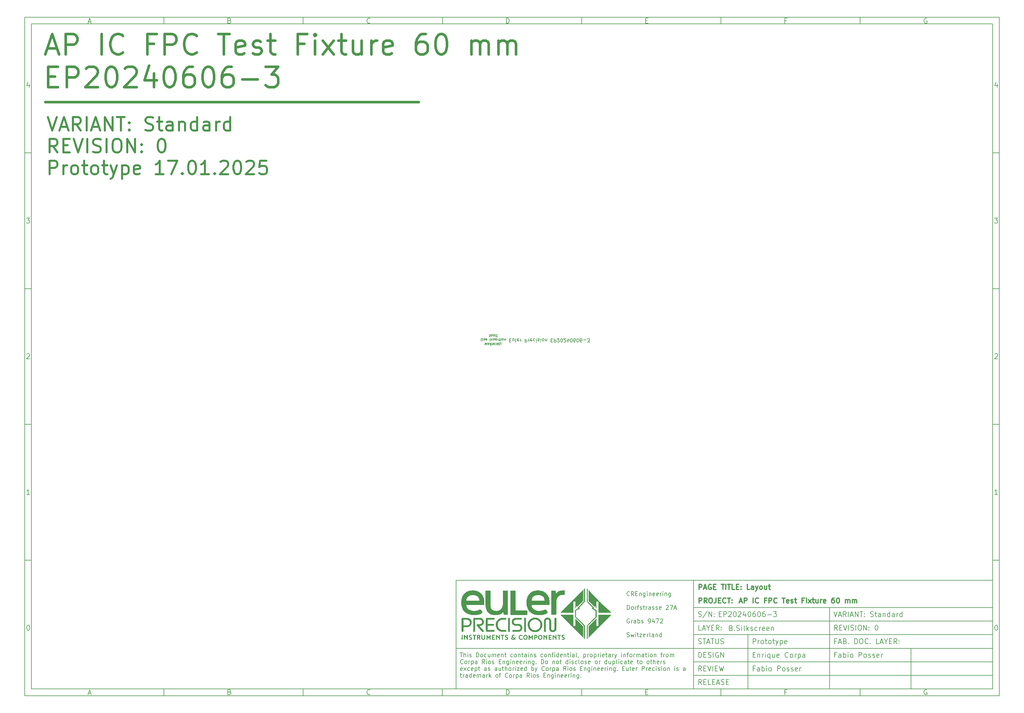
<source format=gbr>
%TF.GenerationSoftware,KiCad,Pcbnew,8.0.9-1.fc41*%
%TF.CreationDate,2025-03-16T15:25:28+01:00*%
%TF.ProjectId,0100_COVERSHEET,30313030-5f43-44f5-9645-525348454554,0*%
%TF.SameCoordinates,Original*%
%TF.FileFunction,Legend,Bot*%
%TF.FilePolarity,Positive*%
%FSLAX46Y46*%
G04 Gerber Fmt 4.6, Leading zero omitted, Abs format (unit mm)*
G04 Created by KiCad (PCBNEW 8.0.9-1.fc41) date 2025-03-16 15:25:28*
%MOMM*%
%LPD*%
G01*
G04 APERTURE LIST*
%ADD10C,0.100000*%
%ADD11C,0.150000*%
%ADD12C,0.300000*%
%ADD13C,0.750000*%
%ADD14C,0.600000*%
%ADD15C,0.000001*%
%ADD16C,0.200000*%
%ADD17C,0.160000*%
G04 APERTURE END LIST*
D10*
D11*
X7000000Y-203000000D02*
X290000000Y-203000000D01*
X290000000Y-7000000D01*
X7000000Y-7000000D01*
X7000000Y-203000000D01*
D10*
D11*
X132000000Y-171000000D02*
X290000000Y-171000000D01*
X290000000Y-203000000D01*
X132000000Y-203000000D01*
X132000000Y-171000000D01*
D10*
D11*
X202000000Y-203000000D02*
X202000000Y-171000000D01*
D10*
D11*
X290000000Y-199000000D02*
X202000000Y-199000000D01*
D10*
D11*
X290000000Y-195000000D02*
X202000000Y-195000000D01*
D10*
D11*
X290000000Y-191000000D02*
X201000000Y-191000000D01*
D10*
D11*
X290000000Y-187000000D02*
X202000000Y-187000000D01*
D10*
D11*
X290000000Y-183000000D02*
X202000000Y-183000000D01*
D10*
D11*
X290000000Y-179000000D02*
X202000000Y-179000000D01*
D10*
D11*
X266000000Y-203000000D02*
X266000000Y-191000000D01*
D10*
D11*
X242000000Y-203000000D02*
X242000000Y-179000000D01*
D10*
D11*
X218000000Y-203000000D02*
X218000000Y-187000000D01*
D10*
D12*
X203556710Y-173685528D02*
X203556710Y-172185528D01*
X203556710Y-172185528D02*
X204128139Y-172185528D01*
X204128139Y-172185528D02*
X204270996Y-172256957D01*
X204270996Y-172256957D02*
X204342425Y-172328385D01*
X204342425Y-172328385D02*
X204413853Y-172471242D01*
X204413853Y-172471242D02*
X204413853Y-172685528D01*
X204413853Y-172685528D02*
X204342425Y-172828385D01*
X204342425Y-172828385D02*
X204270996Y-172899814D01*
X204270996Y-172899814D02*
X204128139Y-172971242D01*
X204128139Y-172971242D02*
X203556710Y-172971242D01*
X204985282Y-173256957D02*
X205699568Y-173256957D01*
X204842425Y-173685528D02*
X205342425Y-172185528D01*
X205342425Y-172185528D02*
X205842425Y-173685528D01*
X207128139Y-172256957D02*
X206985282Y-172185528D01*
X206985282Y-172185528D02*
X206770996Y-172185528D01*
X206770996Y-172185528D02*
X206556710Y-172256957D01*
X206556710Y-172256957D02*
X206413853Y-172399814D01*
X206413853Y-172399814D02*
X206342424Y-172542671D01*
X206342424Y-172542671D02*
X206270996Y-172828385D01*
X206270996Y-172828385D02*
X206270996Y-173042671D01*
X206270996Y-173042671D02*
X206342424Y-173328385D01*
X206342424Y-173328385D02*
X206413853Y-173471242D01*
X206413853Y-173471242D02*
X206556710Y-173614100D01*
X206556710Y-173614100D02*
X206770996Y-173685528D01*
X206770996Y-173685528D02*
X206913853Y-173685528D01*
X206913853Y-173685528D02*
X207128139Y-173614100D01*
X207128139Y-173614100D02*
X207199567Y-173542671D01*
X207199567Y-173542671D02*
X207199567Y-173042671D01*
X207199567Y-173042671D02*
X206913853Y-173042671D01*
X207842424Y-172899814D02*
X208342424Y-172899814D01*
X208556710Y-173685528D02*
X207842424Y-173685528D01*
X207842424Y-173685528D02*
X207842424Y-172185528D01*
X207842424Y-172185528D02*
X208556710Y-172185528D01*
X210128139Y-172185528D02*
X210985282Y-172185528D01*
X210556710Y-173685528D02*
X210556710Y-172185528D01*
X211485281Y-173685528D02*
X211485281Y-172185528D01*
X211985282Y-172185528D02*
X212842425Y-172185528D01*
X212413853Y-173685528D02*
X212413853Y-172185528D01*
X214056710Y-173685528D02*
X213342424Y-173685528D01*
X213342424Y-173685528D02*
X213342424Y-172185528D01*
X214556710Y-172899814D02*
X215056710Y-172899814D01*
X215270996Y-173685528D02*
X214556710Y-173685528D01*
X214556710Y-173685528D02*
X214556710Y-172185528D01*
X214556710Y-172185528D02*
X215270996Y-172185528D01*
X215913853Y-173542671D02*
X215985282Y-173614100D01*
X215985282Y-173614100D02*
X215913853Y-173685528D01*
X215913853Y-173685528D02*
X215842425Y-173614100D01*
X215842425Y-173614100D02*
X215913853Y-173542671D01*
X215913853Y-173542671D02*
X215913853Y-173685528D01*
X215913853Y-172756957D02*
X215985282Y-172828385D01*
X215985282Y-172828385D02*
X215913853Y-172899814D01*
X215913853Y-172899814D02*
X215842425Y-172828385D01*
X215842425Y-172828385D02*
X215913853Y-172756957D01*
X215913853Y-172756957D02*
X215913853Y-172899814D01*
X218485282Y-173685528D02*
X217770996Y-173685528D01*
X217770996Y-173685528D02*
X217770996Y-172185528D01*
X219628140Y-173685528D02*
X219628140Y-172899814D01*
X219628140Y-172899814D02*
X219556711Y-172756957D01*
X219556711Y-172756957D02*
X219413854Y-172685528D01*
X219413854Y-172685528D02*
X219128140Y-172685528D01*
X219128140Y-172685528D02*
X218985282Y-172756957D01*
X219628140Y-173614100D02*
X219485282Y-173685528D01*
X219485282Y-173685528D02*
X219128140Y-173685528D01*
X219128140Y-173685528D02*
X218985282Y-173614100D01*
X218985282Y-173614100D02*
X218913854Y-173471242D01*
X218913854Y-173471242D02*
X218913854Y-173328385D01*
X218913854Y-173328385D02*
X218985282Y-173185528D01*
X218985282Y-173185528D02*
X219128140Y-173114100D01*
X219128140Y-173114100D02*
X219485282Y-173114100D01*
X219485282Y-173114100D02*
X219628140Y-173042671D01*
X220199568Y-172685528D02*
X220556711Y-173685528D01*
X220913854Y-172685528D02*
X220556711Y-173685528D01*
X220556711Y-173685528D02*
X220413854Y-174042671D01*
X220413854Y-174042671D02*
X220342425Y-174114100D01*
X220342425Y-174114100D02*
X220199568Y-174185528D01*
X221699568Y-173685528D02*
X221556711Y-173614100D01*
X221556711Y-173614100D02*
X221485282Y-173542671D01*
X221485282Y-173542671D02*
X221413854Y-173399814D01*
X221413854Y-173399814D02*
X221413854Y-172971242D01*
X221413854Y-172971242D02*
X221485282Y-172828385D01*
X221485282Y-172828385D02*
X221556711Y-172756957D01*
X221556711Y-172756957D02*
X221699568Y-172685528D01*
X221699568Y-172685528D02*
X221913854Y-172685528D01*
X221913854Y-172685528D02*
X222056711Y-172756957D01*
X222056711Y-172756957D02*
X222128140Y-172828385D01*
X222128140Y-172828385D02*
X222199568Y-172971242D01*
X222199568Y-172971242D02*
X222199568Y-173399814D01*
X222199568Y-173399814D02*
X222128140Y-173542671D01*
X222128140Y-173542671D02*
X222056711Y-173614100D01*
X222056711Y-173614100D02*
X221913854Y-173685528D01*
X221913854Y-173685528D02*
X221699568Y-173685528D01*
X223485283Y-172685528D02*
X223485283Y-173685528D01*
X222842425Y-172685528D02*
X222842425Y-173471242D01*
X222842425Y-173471242D02*
X222913854Y-173614100D01*
X222913854Y-173614100D02*
X223056711Y-173685528D01*
X223056711Y-173685528D02*
X223270997Y-173685528D01*
X223270997Y-173685528D02*
X223413854Y-173614100D01*
X223413854Y-173614100D02*
X223485283Y-173542671D01*
X223985283Y-172685528D02*
X224556711Y-172685528D01*
X224199568Y-172185528D02*
X224199568Y-173471242D01*
X224199568Y-173471242D02*
X224270997Y-173614100D01*
X224270997Y-173614100D02*
X224413854Y-173685528D01*
X224413854Y-173685528D02*
X224556711Y-173685528D01*
D10*
D11*
X201000000Y-191000000D02*
X132000000Y-191000000D01*
D10*
D12*
X203554510Y-177678328D02*
X203554510Y-176178328D01*
X203554510Y-176178328D02*
X204125939Y-176178328D01*
X204125939Y-176178328D02*
X204268796Y-176249757D01*
X204268796Y-176249757D02*
X204340225Y-176321185D01*
X204340225Y-176321185D02*
X204411653Y-176464042D01*
X204411653Y-176464042D02*
X204411653Y-176678328D01*
X204411653Y-176678328D02*
X204340225Y-176821185D01*
X204340225Y-176821185D02*
X204268796Y-176892614D01*
X204268796Y-176892614D02*
X204125939Y-176964042D01*
X204125939Y-176964042D02*
X203554510Y-176964042D01*
X205911653Y-177678328D02*
X205411653Y-176964042D01*
X205054510Y-177678328D02*
X205054510Y-176178328D01*
X205054510Y-176178328D02*
X205625939Y-176178328D01*
X205625939Y-176178328D02*
X205768796Y-176249757D01*
X205768796Y-176249757D02*
X205840225Y-176321185D01*
X205840225Y-176321185D02*
X205911653Y-176464042D01*
X205911653Y-176464042D02*
X205911653Y-176678328D01*
X205911653Y-176678328D02*
X205840225Y-176821185D01*
X205840225Y-176821185D02*
X205768796Y-176892614D01*
X205768796Y-176892614D02*
X205625939Y-176964042D01*
X205625939Y-176964042D02*
X205054510Y-176964042D01*
X206840225Y-176178328D02*
X207125939Y-176178328D01*
X207125939Y-176178328D02*
X207268796Y-176249757D01*
X207268796Y-176249757D02*
X207411653Y-176392614D01*
X207411653Y-176392614D02*
X207483082Y-176678328D01*
X207483082Y-176678328D02*
X207483082Y-177178328D01*
X207483082Y-177178328D02*
X207411653Y-177464042D01*
X207411653Y-177464042D02*
X207268796Y-177606900D01*
X207268796Y-177606900D02*
X207125939Y-177678328D01*
X207125939Y-177678328D02*
X206840225Y-177678328D01*
X206840225Y-177678328D02*
X206697368Y-177606900D01*
X206697368Y-177606900D02*
X206554510Y-177464042D01*
X206554510Y-177464042D02*
X206483082Y-177178328D01*
X206483082Y-177178328D02*
X206483082Y-176678328D01*
X206483082Y-176678328D02*
X206554510Y-176392614D01*
X206554510Y-176392614D02*
X206697368Y-176249757D01*
X206697368Y-176249757D02*
X206840225Y-176178328D01*
X208554511Y-176178328D02*
X208554511Y-177249757D01*
X208554511Y-177249757D02*
X208483082Y-177464042D01*
X208483082Y-177464042D02*
X208340225Y-177606900D01*
X208340225Y-177606900D02*
X208125939Y-177678328D01*
X208125939Y-177678328D02*
X207983082Y-177678328D01*
X209268796Y-176892614D02*
X209768796Y-176892614D01*
X209983082Y-177678328D02*
X209268796Y-177678328D01*
X209268796Y-177678328D02*
X209268796Y-176178328D01*
X209268796Y-176178328D02*
X209983082Y-176178328D01*
X211483082Y-177535471D02*
X211411654Y-177606900D01*
X211411654Y-177606900D02*
X211197368Y-177678328D01*
X211197368Y-177678328D02*
X211054511Y-177678328D01*
X211054511Y-177678328D02*
X210840225Y-177606900D01*
X210840225Y-177606900D02*
X210697368Y-177464042D01*
X210697368Y-177464042D02*
X210625939Y-177321185D01*
X210625939Y-177321185D02*
X210554511Y-177035471D01*
X210554511Y-177035471D02*
X210554511Y-176821185D01*
X210554511Y-176821185D02*
X210625939Y-176535471D01*
X210625939Y-176535471D02*
X210697368Y-176392614D01*
X210697368Y-176392614D02*
X210840225Y-176249757D01*
X210840225Y-176249757D02*
X211054511Y-176178328D01*
X211054511Y-176178328D02*
X211197368Y-176178328D01*
X211197368Y-176178328D02*
X211411654Y-176249757D01*
X211411654Y-176249757D02*
X211483082Y-176321185D01*
X211911654Y-176178328D02*
X212768797Y-176178328D01*
X212340225Y-177678328D02*
X212340225Y-176178328D01*
X213268796Y-177535471D02*
X213340225Y-177606900D01*
X213340225Y-177606900D02*
X213268796Y-177678328D01*
X213268796Y-177678328D02*
X213197368Y-177606900D01*
X213197368Y-177606900D02*
X213268796Y-177535471D01*
X213268796Y-177535471D02*
X213268796Y-177678328D01*
X213268796Y-176749757D02*
X213340225Y-176821185D01*
X213340225Y-176821185D02*
X213268796Y-176892614D01*
X213268796Y-176892614D02*
X213197368Y-176821185D01*
X213197368Y-176821185D02*
X213268796Y-176749757D01*
X213268796Y-176749757D02*
X213268796Y-176892614D01*
D10*
D11*
X203384398Y-181614700D02*
X203598684Y-181686128D01*
X203598684Y-181686128D02*
X203955826Y-181686128D01*
X203955826Y-181686128D02*
X204098684Y-181614700D01*
X204098684Y-181614700D02*
X204170112Y-181543271D01*
X204170112Y-181543271D02*
X204241541Y-181400414D01*
X204241541Y-181400414D02*
X204241541Y-181257557D01*
X204241541Y-181257557D02*
X204170112Y-181114700D01*
X204170112Y-181114700D02*
X204098684Y-181043271D01*
X204098684Y-181043271D02*
X203955826Y-180971842D01*
X203955826Y-180971842D02*
X203670112Y-180900414D01*
X203670112Y-180900414D02*
X203527255Y-180828985D01*
X203527255Y-180828985D02*
X203455826Y-180757557D01*
X203455826Y-180757557D02*
X203384398Y-180614700D01*
X203384398Y-180614700D02*
X203384398Y-180471842D01*
X203384398Y-180471842D02*
X203455826Y-180328985D01*
X203455826Y-180328985D02*
X203527255Y-180257557D01*
X203527255Y-180257557D02*
X203670112Y-180186128D01*
X203670112Y-180186128D02*
X204027255Y-180186128D01*
X204027255Y-180186128D02*
X204241541Y-180257557D01*
X205955826Y-180114700D02*
X204670112Y-182043271D01*
X206455826Y-181686128D02*
X206455826Y-180186128D01*
X206455826Y-180186128D02*
X207312969Y-181686128D01*
X207312969Y-181686128D02*
X207312969Y-180186128D01*
X208027255Y-181543271D02*
X208098684Y-181614700D01*
X208098684Y-181614700D02*
X208027255Y-181686128D01*
X208027255Y-181686128D02*
X207955827Y-181614700D01*
X207955827Y-181614700D02*
X208027255Y-181543271D01*
X208027255Y-181543271D02*
X208027255Y-181686128D01*
X208027255Y-180757557D02*
X208098684Y-180828985D01*
X208098684Y-180828985D02*
X208027255Y-180900414D01*
X208027255Y-180900414D02*
X207955827Y-180828985D01*
X207955827Y-180828985D02*
X208027255Y-180757557D01*
X208027255Y-180757557D02*
X208027255Y-180900414D01*
D10*
D11*
X203455826Y-193686128D02*
X203455826Y-192186128D01*
X203455826Y-192186128D02*
X203812969Y-192186128D01*
X203812969Y-192186128D02*
X204027255Y-192257557D01*
X204027255Y-192257557D02*
X204170112Y-192400414D01*
X204170112Y-192400414D02*
X204241541Y-192543271D01*
X204241541Y-192543271D02*
X204312969Y-192828985D01*
X204312969Y-192828985D02*
X204312969Y-193043271D01*
X204312969Y-193043271D02*
X204241541Y-193328985D01*
X204241541Y-193328985D02*
X204170112Y-193471842D01*
X204170112Y-193471842D02*
X204027255Y-193614700D01*
X204027255Y-193614700D02*
X203812969Y-193686128D01*
X203812969Y-193686128D02*
X203455826Y-193686128D01*
X204955826Y-192900414D02*
X205455826Y-192900414D01*
X205670112Y-193686128D02*
X204955826Y-193686128D01*
X204955826Y-193686128D02*
X204955826Y-192186128D01*
X204955826Y-192186128D02*
X205670112Y-192186128D01*
X206241541Y-193614700D02*
X206455827Y-193686128D01*
X206455827Y-193686128D02*
X206812969Y-193686128D01*
X206812969Y-193686128D02*
X206955827Y-193614700D01*
X206955827Y-193614700D02*
X207027255Y-193543271D01*
X207027255Y-193543271D02*
X207098684Y-193400414D01*
X207098684Y-193400414D02*
X207098684Y-193257557D01*
X207098684Y-193257557D02*
X207027255Y-193114700D01*
X207027255Y-193114700D02*
X206955827Y-193043271D01*
X206955827Y-193043271D02*
X206812969Y-192971842D01*
X206812969Y-192971842D02*
X206527255Y-192900414D01*
X206527255Y-192900414D02*
X206384398Y-192828985D01*
X206384398Y-192828985D02*
X206312969Y-192757557D01*
X206312969Y-192757557D02*
X206241541Y-192614700D01*
X206241541Y-192614700D02*
X206241541Y-192471842D01*
X206241541Y-192471842D02*
X206312969Y-192328985D01*
X206312969Y-192328985D02*
X206384398Y-192257557D01*
X206384398Y-192257557D02*
X206527255Y-192186128D01*
X206527255Y-192186128D02*
X206884398Y-192186128D01*
X206884398Y-192186128D02*
X207098684Y-192257557D01*
X207741540Y-193686128D02*
X207741540Y-192186128D01*
X209241541Y-192257557D02*
X209098684Y-192186128D01*
X209098684Y-192186128D02*
X208884398Y-192186128D01*
X208884398Y-192186128D02*
X208670112Y-192257557D01*
X208670112Y-192257557D02*
X208527255Y-192400414D01*
X208527255Y-192400414D02*
X208455826Y-192543271D01*
X208455826Y-192543271D02*
X208384398Y-192828985D01*
X208384398Y-192828985D02*
X208384398Y-193043271D01*
X208384398Y-193043271D02*
X208455826Y-193328985D01*
X208455826Y-193328985D02*
X208527255Y-193471842D01*
X208527255Y-193471842D02*
X208670112Y-193614700D01*
X208670112Y-193614700D02*
X208884398Y-193686128D01*
X208884398Y-193686128D02*
X209027255Y-193686128D01*
X209027255Y-193686128D02*
X209241541Y-193614700D01*
X209241541Y-193614700D02*
X209312969Y-193543271D01*
X209312969Y-193543271D02*
X209312969Y-193043271D01*
X209312969Y-193043271D02*
X209027255Y-193043271D01*
X209955826Y-193686128D02*
X209955826Y-192186128D01*
X209955826Y-192186128D02*
X210812969Y-193686128D01*
X210812969Y-193686128D02*
X210812969Y-192186128D01*
D10*
D11*
X204312969Y-197686128D02*
X203812969Y-196971842D01*
X203455826Y-197686128D02*
X203455826Y-196186128D01*
X203455826Y-196186128D02*
X204027255Y-196186128D01*
X204027255Y-196186128D02*
X204170112Y-196257557D01*
X204170112Y-196257557D02*
X204241541Y-196328985D01*
X204241541Y-196328985D02*
X204312969Y-196471842D01*
X204312969Y-196471842D02*
X204312969Y-196686128D01*
X204312969Y-196686128D02*
X204241541Y-196828985D01*
X204241541Y-196828985D02*
X204170112Y-196900414D01*
X204170112Y-196900414D02*
X204027255Y-196971842D01*
X204027255Y-196971842D02*
X203455826Y-196971842D01*
X204955826Y-196900414D02*
X205455826Y-196900414D01*
X205670112Y-197686128D02*
X204955826Y-197686128D01*
X204955826Y-197686128D02*
X204955826Y-196186128D01*
X204955826Y-196186128D02*
X205670112Y-196186128D01*
X206098684Y-196186128D02*
X206598684Y-197686128D01*
X206598684Y-197686128D02*
X207098684Y-196186128D01*
X207598683Y-197686128D02*
X207598683Y-196186128D01*
X208312969Y-196900414D02*
X208812969Y-196900414D01*
X209027255Y-197686128D02*
X208312969Y-197686128D01*
X208312969Y-197686128D02*
X208312969Y-196186128D01*
X208312969Y-196186128D02*
X209027255Y-196186128D01*
X209527255Y-196186128D02*
X209884398Y-197686128D01*
X209884398Y-197686128D02*
X210170112Y-196614700D01*
X210170112Y-196614700D02*
X210455827Y-197686128D01*
X210455827Y-197686128D02*
X210812970Y-196186128D01*
D10*
D11*
X204312969Y-201686128D02*
X203812969Y-200971842D01*
X203455826Y-201686128D02*
X203455826Y-200186128D01*
X203455826Y-200186128D02*
X204027255Y-200186128D01*
X204027255Y-200186128D02*
X204170112Y-200257557D01*
X204170112Y-200257557D02*
X204241541Y-200328985D01*
X204241541Y-200328985D02*
X204312969Y-200471842D01*
X204312969Y-200471842D02*
X204312969Y-200686128D01*
X204312969Y-200686128D02*
X204241541Y-200828985D01*
X204241541Y-200828985D02*
X204170112Y-200900414D01*
X204170112Y-200900414D02*
X204027255Y-200971842D01*
X204027255Y-200971842D02*
X203455826Y-200971842D01*
X204955826Y-200900414D02*
X205455826Y-200900414D01*
X205670112Y-201686128D02*
X204955826Y-201686128D01*
X204955826Y-201686128D02*
X204955826Y-200186128D01*
X204955826Y-200186128D02*
X205670112Y-200186128D01*
X207027255Y-201686128D02*
X206312969Y-201686128D01*
X206312969Y-201686128D02*
X206312969Y-200186128D01*
X207527255Y-200900414D02*
X208027255Y-200900414D01*
X208241541Y-201686128D02*
X207527255Y-201686128D01*
X207527255Y-201686128D02*
X207527255Y-200186128D01*
X207527255Y-200186128D02*
X208241541Y-200186128D01*
X208812970Y-201257557D02*
X209527256Y-201257557D01*
X208670113Y-201686128D02*
X209170113Y-200186128D01*
X209170113Y-200186128D02*
X209670113Y-201686128D01*
X210098684Y-201614700D02*
X210312970Y-201686128D01*
X210312970Y-201686128D02*
X210670112Y-201686128D01*
X210670112Y-201686128D02*
X210812970Y-201614700D01*
X210812970Y-201614700D02*
X210884398Y-201543271D01*
X210884398Y-201543271D02*
X210955827Y-201400414D01*
X210955827Y-201400414D02*
X210955827Y-201257557D01*
X210955827Y-201257557D02*
X210884398Y-201114700D01*
X210884398Y-201114700D02*
X210812970Y-201043271D01*
X210812970Y-201043271D02*
X210670112Y-200971842D01*
X210670112Y-200971842D02*
X210384398Y-200900414D01*
X210384398Y-200900414D02*
X210241541Y-200828985D01*
X210241541Y-200828985D02*
X210170112Y-200757557D01*
X210170112Y-200757557D02*
X210098684Y-200614700D01*
X210098684Y-200614700D02*
X210098684Y-200471842D01*
X210098684Y-200471842D02*
X210170112Y-200328985D01*
X210170112Y-200328985D02*
X210241541Y-200257557D01*
X210241541Y-200257557D02*
X210384398Y-200186128D01*
X210384398Y-200186128D02*
X210741541Y-200186128D01*
X210741541Y-200186128D02*
X210955827Y-200257557D01*
X211598683Y-200900414D02*
X212098683Y-200900414D01*
X212312969Y-201686128D02*
X211598683Y-201686128D01*
X211598683Y-201686128D02*
X211598683Y-200186128D01*
X211598683Y-200186128D02*
X212312969Y-200186128D01*
D10*
D11*
X243241541Y-180186128D02*
X243741541Y-181686128D01*
X243741541Y-181686128D02*
X244241541Y-180186128D01*
X244670112Y-181257557D02*
X245384398Y-181257557D01*
X244527255Y-181686128D02*
X245027255Y-180186128D01*
X245027255Y-180186128D02*
X245527255Y-181686128D01*
X246884397Y-181686128D02*
X246384397Y-180971842D01*
X246027254Y-181686128D02*
X246027254Y-180186128D01*
X246027254Y-180186128D02*
X246598683Y-180186128D01*
X246598683Y-180186128D02*
X246741540Y-180257557D01*
X246741540Y-180257557D02*
X246812969Y-180328985D01*
X246812969Y-180328985D02*
X246884397Y-180471842D01*
X246884397Y-180471842D02*
X246884397Y-180686128D01*
X246884397Y-180686128D02*
X246812969Y-180828985D01*
X246812969Y-180828985D02*
X246741540Y-180900414D01*
X246741540Y-180900414D02*
X246598683Y-180971842D01*
X246598683Y-180971842D02*
X246027254Y-180971842D01*
X247527254Y-181686128D02*
X247527254Y-180186128D01*
X248170112Y-181257557D02*
X248884398Y-181257557D01*
X248027255Y-181686128D02*
X248527255Y-180186128D01*
X248527255Y-180186128D02*
X249027255Y-181686128D01*
X249527254Y-181686128D02*
X249527254Y-180186128D01*
X249527254Y-180186128D02*
X250384397Y-181686128D01*
X250384397Y-181686128D02*
X250384397Y-180186128D01*
X250884398Y-180186128D02*
X251741541Y-180186128D01*
X251312969Y-181686128D02*
X251312969Y-180186128D01*
X252241540Y-181543271D02*
X252312969Y-181614700D01*
X252312969Y-181614700D02*
X252241540Y-181686128D01*
X252241540Y-181686128D02*
X252170112Y-181614700D01*
X252170112Y-181614700D02*
X252241540Y-181543271D01*
X252241540Y-181543271D02*
X252241540Y-181686128D01*
X252241540Y-180757557D02*
X252312969Y-180828985D01*
X252312969Y-180828985D02*
X252241540Y-180900414D01*
X252241540Y-180900414D02*
X252170112Y-180828985D01*
X252170112Y-180828985D02*
X252241540Y-180757557D01*
X252241540Y-180757557D02*
X252241540Y-180900414D01*
X254027255Y-181614700D02*
X254241541Y-181686128D01*
X254241541Y-181686128D02*
X254598683Y-181686128D01*
X254598683Y-181686128D02*
X254741541Y-181614700D01*
X254741541Y-181614700D02*
X254812969Y-181543271D01*
X254812969Y-181543271D02*
X254884398Y-181400414D01*
X254884398Y-181400414D02*
X254884398Y-181257557D01*
X254884398Y-181257557D02*
X254812969Y-181114700D01*
X254812969Y-181114700D02*
X254741541Y-181043271D01*
X254741541Y-181043271D02*
X254598683Y-180971842D01*
X254598683Y-180971842D02*
X254312969Y-180900414D01*
X254312969Y-180900414D02*
X254170112Y-180828985D01*
X254170112Y-180828985D02*
X254098683Y-180757557D01*
X254098683Y-180757557D02*
X254027255Y-180614700D01*
X254027255Y-180614700D02*
X254027255Y-180471842D01*
X254027255Y-180471842D02*
X254098683Y-180328985D01*
X254098683Y-180328985D02*
X254170112Y-180257557D01*
X254170112Y-180257557D02*
X254312969Y-180186128D01*
X254312969Y-180186128D02*
X254670112Y-180186128D01*
X254670112Y-180186128D02*
X254884398Y-180257557D01*
X255312969Y-180686128D02*
X255884397Y-180686128D01*
X255527254Y-180186128D02*
X255527254Y-181471842D01*
X255527254Y-181471842D02*
X255598683Y-181614700D01*
X255598683Y-181614700D02*
X255741540Y-181686128D01*
X255741540Y-181686128D02*
X255884397Y-181686128D01*
X257027255Y-181686128D02*
X257027255Y-180900414D01*
X257027255Y-180900414D02*
X256955826Y-180757557D01*
X256955826Y-180757557D02*
X256812969Y-180686128D01*
X256812969Y-180686128D02*
X256527255Y-180686128D01*
X256527255Y-180686128D02*
X256384397Y-180757557D01*
X257027255Y-181614700D02*
X256884397Y-181686128D01*
X256884397Y-181686128D02*
X256527255Y-181686128D01*
X256527255Y-181686128D02*
X256384397Y-181614700D01*
X256384397Y-181614700D02*
X256312969Y-181471842D01*
X256312969Y-181471842D02*
X256312969Y-181328985D01*
X256312969Y-181328985D02*
X256384397Y-181186128D01*
X256384397Y-181186128D02*
X256527255Y-181114700D01*
X256527255Y-181114700D02*
X256884397Y-181114700D01*
X256884397Y-181114700D02*
X257027255Y-181043271D01*
X257741540Y-180686128D02*
X257741540Y-181686128D01*
X257741540Y-180828985D02*
X257812969Y-180757557D01*
X257812969Y-180757557D02*
X257955826Y-180686128D01*
X257955826Y-180686128D02*
X258170112Y-180686128D01*
X258170112Y-180686128D02*
X258312969Y-180757557D01*
X258312969Y-180757557D02*
X258384398Y-180900414D01*
X258384398Y-180900414D02*
X258384398Y-181686128D01*
X259741541Y-181686128D02*
X259741541Y-180186128D01*
X259741541Y-181614700D02*
X259598683Y-181686128D01*
X259598683Y-181686128D02*
X259312969Y-181686128D01*
X259312969Y-181686128D02*
X259170112Y-181614700D01*
X259170112Y-181614700D02*
X259098683Y-181543271D01*
X259098683Y-181543271D02*
X259027255Y-181400414D01*
X259027255Y-181400414D02*
X259027255Y-180971842D01*
X259027255Y-180971842D02*
X259098683Y-180828985D01*
X259098683Y-180828985D02*
X259170112Y-180757557D01*
X259170112Y-180757557D02*
X259312969Y-180686128D01*
X259312969Y-180686128D02*
X259598683Y-180686128D01*
X259598683Y-180686128D02*
X259741541Y-180757557D01*
X261098684Y-181686128D02*
X261098684Y-180900414D01*
X261098684Y-180900414D02*
X261027255Y-180757557D01*
X261027255Y-180757557D02*
X260884398Y-180686128D01*
X260884398Y-180686128D02*
X260598684Y-180686128D01*
X260598684Y-180686128D02*
X260455826Y-180757557D01*
X261098684Y-181614700D02*
X260955826Y-181686128D01*
X260955826Y-181686128D02*
X260598684Y-181686128D01*
X260598684Y-181686128D02*
X260455826Y-181614700D01*
X260455826Y-181614700D02*
X260384398Y-181471842D01*
X260384398Y-181471842D02*
X260384398Y-181328985D01*
X260384398Y-181328985D02*
X260455826Y-181186128D01*
X260455826Y-181186128D02*
X260598684Y-181114700D01*
X260598684Y-181114700D02*
X260955826Y-181114700D01*
X260955826Y-181114700D02*
X261098684Y-181043271D01*
X261812969Y-181686128D02*
X261812969Y-180686128D01*
X261812969Y-180971842D02*
X261884398Y-180828985D01*
X261884398Y-180828985D02*
X261955827Y-180757557D01*
X261955827Y-180757557D02*
X262098684Y-180686128D01*
X262098684Y-180686128D02*
X262241541Y-180686128D01*
X263384398Y-181686128D02*
X263384398Y-180186128D01*
X263384398Y-181614700D02*
X263241540Y-181686128D01*
X263241540Y-181686128D02*
X262955826Y-181686128D01*
X262955826Y-181686128D02*
X262812969Y-181614700D01*
X262812969Y-181614700D02*
X262741540Y-181543271D01*
X262741540Y-181543271D02*
X262670112Y-181400414D01*
X262670112Y-181400414D02*
X262670112Y-180971842D01*
X262670112Y-180971842D02*
X262741540Y-180828985D01*
X262741540Y-180828985D02*
X262812969Y-180757557D01*
X262812969Y-180757557D02*
X262955826Y-180686128D01*
X262955826Y-180686128D02*
X263241540Y-180686128D01*
X263241540Y-180686128D02*
X263384398Y-180757557D01*
D10*
D11*
X244312969Y-185686128D02*
X243812969Y-184971842D01*
X243455826Y-185686128D02*
X243455826Y-184186128D01*
X243455826Y-184186128D02*
X244027255Y-184186128D01*
X244027255Y-184186128D02*
X244170112Y-184257557D01*
X244170112Y-184257557D02*
X244241541Y-184328985D01*
X244241541Y-184328985D02*
X244312969Y-184471842D01*
X244312969Y-184471842D02*
X244312969Y-184686128D01*
X244312969Y-184686128D02*
X244241541Y-184828985D01*
X244241541Y-184828985D02*
X244170112Y-184900414D01*
X244170112Y-184900414D02*
X244027255Y-184971842D01*
X244027255Y-184971842D02*
X243455826Y-184971842D01*
X244955826Y-184900414D02*
X245455826Y-184900414D01*
X245670112Y-185686128D02*
X244955826Y-185686128D01*
X244955826Y-185686128D02*
X244955826Y-184186128D01*
X244955826Y-184186128D02*
X245670112Y-184186128D01*
X246098684Y-184186128D02*
X246598684Y-185686128D01*
X246598684Y-185686128D02*
X247098684Y-184186128D01*
X247598683Y-185686128D02*
X247598683Y-184186128D01*
X248241541Y-185614700D02*
X248455827Y-185686128D01*
X248455827Y-185686128D02*
X248812969Y-185686128D01*
X248812969Y-185686128D02*
X248955827Y-185614700D01*
X248955827Y-185614700D02*
X249027255Y-185543271D01*
X249027255Y-185543271D02*
X249098684Y-185400414D01*
X249098684Y-185400414D02*
X249098684Y-185257557D01*
X249098684Y-185257557D02*
X249027255Y-185114700D01*
X249027255Y-185114700D02*
X248955827Y-185043271D01*
X248955827Y-185043271D02*
X248812969Y-184971842D01*
X248812969Y-184971842D02*
X248527255Y-184900414D01*
X248527255Y-184900414D02*
X248384398Y-184828985D01*
X248384398Y-184828985D02*
X248312969Y-184757557D01*
X248312969Y-184757557D02*
X248241541Y-184614700D01*
X248241541Y-184614700D02*
X248241541Y-184471842D01*
X248241541Y-184471842D02*
X248312969Y-184328985D01*
X248312969Y-184328985D02*
X248384398Y-184257557D01*
X248384398Y-184257557D02*
X248527255Y-184186128D01*
X248527255Y-184186128D02*
X248884398Y-184186128D01*
X248884398Y-184186128D02*
X249098684Y-184257557D01*
X249741540Y-185686128D02*
X249741540Y-184186128D01*
X250741541Y-184186128D02*
X251027255Y-184186128D01*
X251027255Y-184186128D02*
X251170112Y-184257557D01*
X251170112Y-184257557D02*
X251312969Y-184400414D01*
X251312969Y-184400414D02*
X251384398Y-184686128D01*
X251384398Y-184686128D02*
X251384398Y-185186128D01*
X251384398Y-185186128D02*
X251312969Y-185471842D01*
X251312969Y-185471842D02*
X251170112Y-185614700D01*
X251170112Y-185614700D02*
X251027255Y-185686128D01*
X251027255Y-185686128D02*
X250741541Y-185686128D01*
X250741541Y-185686128D02*
X250598684Y-185614700D01*
X250598684Y-185614700D02*
X250455826Y-185471842D01*
X250455826Y-185471842D02*
X250384398Y-185186128D01*
X250384398Y-185186128D02*
X250384398Y-184686128D01*
X250384398Y-184686128D02*
X250455826Y-184400414D01*
X250455826Y-184400414D02*
X250598684Y-184257557D01*
X250598684Y-184257557D02*
X250741541Y-184186128D01*
X252027255Y-185686128D02*
X252027255Y-184186128D01*
X252027255Y-184186128D02*
X252884398Y-185686128D01*
X252884398Y-185686128D02*
X252884398Y-184186128D01*
X253598684Y-185543271D02*
X253670113Y-185614700D01*
X253670113Y-185614700D02*
X253598684Y-185686128D01*
X253598684Y-185686128D02*
X253527256Y-185614700D01*
X253527256Y-185614700D02*
X253598684Y-185543271D01*
X253598684Y-185543271D02*
X253598684Y-185686128D01*
X253598684Y-184757557D02*
X253670113Y-184828985D01*
X253670113Y-184828985D02*
X253598684Y-184900414D01*
X253598684Y-184900414D02*
X253527256Y-184828985D01*
X253527256Y-184828985D02*
X253598684Y-184757557D01*
X253598684Y-184757557D02*
X253598684Y-184900414D01*
X255741542Y-184186128D02*
X255884399Y-184186128D01*
X255884399Y-184186128D02*
X256027256Y-184257557D01*
X256027256Y-184257557D02*
X256098685Y-184328985D01*
X256098685Y-184328985D02*
X256170113Y-184471842D01*
X256170113Y-184471842D02*
X256241542Y-184757557D01*
X256241542Y-184757557D02*
X256241542Y-185114700D01*
X256241542Y-185114700D02*
X256170113Y-185400414D01*
X256170113Y-185400414D02*
X256098685Y-185543271D01*
X256098685Y-185543271D02*
X256027256Y-185614700D01*
X256027256Y-185614700D02*
X255884399Y-185686128D01*
X255884399Y-185686128D02*
X255741542Y-185686128D01*
X255741542Y-185686128D02*
X255598685Y-185614700D01*
X255598685Y-185614700D02*
X255527256Y-185543271D01*
X255527256Y-185543271D02*
X255455827Y-185400414D01*
X255455827Y-185400414D02*
X255384399Y-185114700D01*
X255384399Y-185114700D02*
X255384399Y-184757557D01*
X255384399Y-184757557D02*
X255455827Y-184471842D01*
X255455827Y-184471842D02*
X255527256Y-184328985D01*
X255527256Y-184328985D02*
X255598685Y-184257557D01*
X255598685Y-184257557D02*
X255741542Y-184186128D01*
D10*
D11*
X203384398Y-189614700D02*
X203598684Y-189686128D01*
X203598684Y-189686128D02*
X203955826Y-189686128D01*
X203955826Y-189686128D02*
X204098684Y-189614700D01*
X204098684Y-189614700D02*
X204170112Y-189543271D01*
X204170112Y-189543271D02*
X204241541Y-189400414D01*
X204241541Y-189400414D02*
X204241541Y-189257557D01*
X204241541Y-189257557D02*
X204170112Y-189114700D01*
X204170112Y-189114700D02*
X204098684Y-189043271D01*
X204098684Y-189043271D02*
X203955826Y-188971842D01*
X203955826Y-188971842D02*
X203670112Y-188900414D01*
X203670112Y-188900414D02*
X203527255Y-188828985D01*
X203527255Y-188828985D02*
X203455826Y-188757557D01*
X203455826Y-188757557D02*
X203384398Y-188614700D01*
X203384398Y-188614700D02*
X203384398Y-188471842D01*
X203384398Y-188471842D02*
X203455826Y-188328985D01*
X203455826Y-188328985D02*
X203527255Y-188257557D01*
X203527255Y-188257557D02*
X203670112Y-188186128D01*
X203670112Y-188186128D02*
X204027255Y-188186128D01*
X204027255Y-188186128D02*
X204241541Y-188257557D01*
X204670112Y-188186128D02*
X205527255Y-188186128D01*
X205098683Y-189686128D02*
X205098683Y-188186128D01*
X205955826Y-189257557D02*
X206670112Y-189257557D01*
X205812969Y-189686128D02*
X206312969Y-188186128D01*
X206312969Y-188186128D02*
X206812969Y-189686128D01*
X207098683Y-188186128D02*
X207955826Y-188186128D01*
X207527254Y-189686128D02*
X207527254Y-188186128D01*
X208455825Y-188186128D02*
X208455825Y-189400414D01*
X208455825Y-189400414D02*
X208527254Y-189543271D01*
X208527254Y-189543271D02*
X208598683Y-189614700D01*
X208598683Y-189614700D02*
X208741540Y-189686128D01*
X208741540Y-189686128D02*
X209027254Y-189686128D01*
X209027254Y-189686128D02*
X209170111Y-189614700D01*
X209170111Y-189614700D02*
X209241540Y-189543271D01*
X209241540Y-189543271D02*
X209312968Y-189400414D01*
X209312968Y-189400414D02*
X209312968Y-188186128D01*
X209955826Y-189614700D02*
X210170112Y-189686128D01*
X210170112Y-189686128D02*
X210527254Y-189686128D01*
X210527254Y-189686128D02*
X210670112Y-189614700D01*
X210670112Y-189614700D02*
X210741540Y-189543271D01*
X210741540Y-189543271D02*
X210812969Y-189400414D01*
X210812969Y-189400414D02*
X210812969Y-189257557D01*
X210812969Y-189257557D02*
X210741540Y-189114700D01*
X210741540Y-189114700D02*
X210670112Y-189043271D01*
X210670112Y-189043271D02*
X210527254Y-188971842D01*
X210527254Y-188971842D02*
X210241540Y-188900414D01*
X210241540Y-188900414D02*
X210098683Y-188828985D01*
X210098683Y-188828985D02*
X210027254Y-188757557D01*
X210027254Y-188757557D02*
X209955826Y-188614700D01*
X209955826Y-188614700D02*
X209955826Y-188471842D01*
X209955826Y-188471842D02*
X210027254Y-188328985D01*
X210027254Y-188328985D02*
X210098683Y-188257557D01*
X210098683Y-188257557D02*
X210241540Y-188186128D01*
X210241540Y-188186128D02*
X210598683Y-188186128D01*
X210598683Y-188186128D02*
X210812969Y-188257557D01*
D10*
D11*
X219455826Y-189686128D02*
X219455826Y-188186128D01*
X219455826Y-188186128D02*
X220027255Y-188186128D01*
X220027255Y-188186128D02*
X220170112Y-188257557D01*
X220170112Y-188257557D02*
X220241541Y-188328985D01*
X220241541Y-188328985D02*
X220312969Y-188471842D01*
X220312969Y-188471842D02*
X220312969Y-188686128D01*
X220312969Y-188686128D02*
X220241541Y-188828985D01*
X220241541Y-188828985D02*
X220170112Y-188900414D01*
X220170112Y-188900414D02*
X220027255Y-188971842D01*
X220027255Y-188971842D02*
X219455826Y-188971842D01*
X220955826Y-189686128D02*
X220955826Y-188686128D01*
X220955826Y-188971842D02*
X221027255Y-188828985D01*
X221027255Y-188828985D02*
X221098684Y-188757557D01*
X221098684Y-188757557D02*
X221241541Y-188686128D01*
X221241541Y-188686128D02*
X221384398Y-188686128D01*
X222098683Y-189686128D02*
X221955826Y-189614700D01*
X221955826Y-189614700D02*
X221884397Y-189543271D01*
X221884397Y-189543271D02*
X221812969Y-189400414D01*
X221812969Y-189400414D02*
X221812969Y-188971842D01*
X221812969Y-188971842D02*
X221884397Y-188828985D01*
X221884397Y-188828985D02*
X221955826Y-188757557D01*
X221955826Y-188757557D02*
X222098683Y-188686128D01*
X222098683Y-188686128D02*
X222312969Y-188686128D01*
X222312969Y-188686128D02*
X222455826Y-188757557D01*
X222455826Y-188757557D02*
X222527255Y-188828985D01*
X222527255Y-188828985D02*
X222598683Y-188971842D01*
X222598683Y-188971842D02*
X222598683Y-189400414D01*
X222598683Y-189400414D02*
X222527255Y-189543271D01*
X222527255Y-189543271D02*
X222455826Y-189614700D01*
X222455826Y-189614700D02*
X222312969Y-189686128D01*
X222312969Y-189686128D02*
X222098683Y-189686128D01*
X223027255Y-188686128D02*
X223598683Y-188686128D01*
X223241540Y-188186128D02*
X223241540Y-189471842D01*
X223241540Y-189471842D02*
X223312969Y-189614700D01*
X223312969Y-189614700D02*
X223455826Y-189686128D01*
X223455826Y-189686128D02*
X223598683Y-189686128D01*
X224312969Y-189686128D02*
X224170112Y-189614700D01*
X224170112Y-189614700D02*
X224098683Y-189543271D01*
X224098683Y-189543271D02*
X224027255Y-189400414D01*
X224027255Y-189400414D02*
X224027255Y-188971842D01*
X224027255Y-188971842D02*
X224098683Y-188828985D01*
X224098683Y-188828985D02*
X224170112Y-188757557D01*
X224170112Y-188757557D02*
X224312969Y-188686128D01*
X224312969Y-188686128D02*
X224527255Y-188686128D01*
X224527255Y-188686128D02*
X224670112Y-188757557D01*
X224670112Y-188757557D02*
X224741541Y-188828985D01*
X224741541Y-188828985D02*
X224812969Y-188971842D01*
X224812969Y-188971842D02*
X224812969Y-189400414D01*
X224812969Y-189400414D02*
X224741541Y-189543271D01*
X224741541Y-189543271D02*
X224670112Y-189614700D01*
X224670112Y-189614700D02*
X224527255Y-189686128D01*
X224527255Y-189686128D02*
X224312969Y-189686128D01*
X225241541Y-188686128D02*
X225812969Y-188686128D01*
X225455826Y-188186128D02*
X225455826Y-189471842D01*
X225455826Y-189471842D02*
X225527255Y-189614700D01*
X225527255Y-189614700D02*
X225670112Y-189686128D01*
X225670112Y-189686128D02*
X225812969Y-189686128D01*
X226170112Y-188686128D02*
X226527255Y-189686128D01*
X226884398Y-188686128D02*
X226527255Y-189686128D01*
X226527255Y-189686128D02*
X226384398Y-190043271D01*
X226384398Y-190043271D02*
X226312969Y-190114700D01*
X226312969Y-190114700D02*
X226170112Y-190186128D01*
X227455826Y-188686128D02*
X227455826Y-190186128D01*
X227455826Y-188757557D02*
X227598684Y-188686128D01*
X227598684Y-188686128D02*
X227884398Y-188686128D01*
X227884398Y-188686128D02*
X228027255Y-188757557D01*
X228027255Y-188757557D02*
X228098684Y-188828985D01*
X228098684Y-188828985D02*
X228170112Y-188971842D01*
X228170112Y-188971842D02*
X228170112Y-189400414D01*
X228170112Y-189400414D02*
X228098684Y-189543271D01*
X228098684Y-189543271D02*
X228027255Y-189614700D01*
X228027255Y-189614700D02*
X227884398Y-189686128D01*
X227884398Y-189686128D02*
X227598684Y-189686128D01*
X227598684Y-189686128D02*
X227455826Y-189614700D01*
X229384398Y-189614700D02*
X229241541Y-189686128D01*
X229241541Y-189686128D02*
X228955827Y-189686128D01*
X228955827Y-189686128D02*
X228812969Y-189614700D01*
X228812969Y-189614700D02*
X228741541Y-189471842D01*
X228741541Y-189471842D02*
X228741541Y-188900414D01*
X228741541Y-188900414D02*
X228812969Y-188757557D01*
X228812969Y-188757557D02*
X228955827Y-188686128D01*
X228955827Y-188686128D02*
X229241541Y-188686128D01*
X229241541Y-188686128D02*
X229384398Y-188757557D01*
X229384398Y-188757557D02*
X229455827Y-188900414D01*
X229455827Y-188900414D02*
X229455827Y-189043271D01*
X229455827Y-189043271D02*
X228741541Y-189186128D01*
D10*
D11*
X219955826Y-196900414D02*
X219455826Y-196900414D01*
X219455826Y-197686128D02*
X219455826Y-196186128D01*
X219455826Y-196186128D02*
X220170112Y-196186128D01*
X221384398Y-197686128D02*
X221384398Y-196900414D01*
X221384398Y-196900414D02*
X221312969Y-196757557D01*
X221312969Y-196757557D02*
X221170112Y-196686128D01*
X221170112Y-196686128D02*
X220884398Y-196686128D01*
X220884398Y-196686128D02*
X220741540Y-196757557D01*
X221384398Y-197614700D02*
X221241540Y-197686128D01*
X221241540Y-197686128D02*
X220884398Y-197686128D01*
X220884398Y-197686128D02*
X220741540Y-197614700D01*
X220741540Y-197614700D02*
X220670112Y-197471842D01*
X220670112Y-197471842D02*
X220670112Y-197328985D01*
X220670112Y-197328985D02*
X220741540Y-197186128D01*
X220741540Y-197186128D02*
X220884398Y-197114700D01*
X220884398Y-197114700D02*
X221241540Y-197114700D01*
X221241540Y-197114700D02*
X221384398Y-197043271D01*
X222098683Y-197686128D02*
X222098683Y-196186128D01*
X222098683Y-196757557D02*
X222241541Y-196686128D01*
X222241541Y-196686128D02*
X222527255Y-196686128D01*
X222527255Y-196686128D02*
X222670112Y-196757557D01*
X222670112Y-196757557D02*
X222741541Y-196828985D01*
X222741541Y-196828985D02*
X222812969Y-196971842D01*
X222812969Y-196971842D02*
X222812969Y-197400414D01*
X222812969Y-197400414D02*
X222741541Y-197543271D01*
X222741541Y-197543271D02*
X222670112Y-197614700D01*
X222670112Y-197614700D02*
X222527255Y-197686128D01*
X222527255Y-197686128D02*
X222241541Y-197686128D01*
X222241541Y-197686128D02*
X222098683Y-197614700D01*
X223455826Y-197686128D02*
X223455826Y-196686128D01*
X223455826Y-196186128D02*
X223384398Y-196257557D01*
X223384398Y-196257557D02*
X223455826Y-196328985D01*
X223455826Y-196328985D02*
X223527255Y-196257557D01*
X223527255Y-196257557D02*
X223455826Y-196186128D01*
X223455826Y-196186128D02*
X223455826Y-196328985D01*
X224384398Y-197686128D02*
X224241541Y-197614700D01*
X224241541Y-197614700D02*
X224170112Y-197543271D01*
X224170112Y-197543271D02*
X224098684Y-197400414D01*
X224098684Y-197400414D02*
X224098684Y-196971842D01*
X224098684Y-196971842D02*
X224170112Y-196828985D01*
X224170112Y-196828985D02*
X224241541Y-196757557D01*
X224241541Y-196757557D02*
X224384398Y-196686128D01*
X224384398Y-196686128D02*
X224598684Y-196686128D01*
X224598684Y-196686128D02*
X224741541Y-196757557D01*
X224741541Y-196757557D02*
X224812970Y-196828985D01*
X224812970Y-196828985D02*
X224884398Y-196971842D01*
X224884398Y-196971842D02*
X224884398Y-197400414D01*
X224884398Y-197400414D02*
X224812970Y-197543271D01*
X224812970Y-197543271D02*
X224741541Y-197614700D01*
X224741541Y-197614700D02*
X224598684Y-197686128D01*
X224598684Y-197686128D02*
X224384398Y-197686128D01*
X226670112Y-197686128D02*
X226670112Y-196186128D01*
X226670112Y-196186128D02*
X227241541Y-196186128D01*
X227241541Y-196186128D02*
X227384398Y-196257557D01*
X227384398Y-196257557D02*
X227455827Y-196328985D01*
X227455827Y-196328985D02*
X227527255Y-196471842D01*
X227527255Y-196471842D02*
X227527255Y-196686128D01*
X227527255Y-196686128D02*
X227455827Y-196828985D01*
X227455827Y-196828985D02*
X227384398Y-196900414D01*
X227384398Y-196900414D02*
X227241541Y-196971842D01*
X227241541Y-196971842D02*
X226670112Y-196971842D01*
X228384398Y-197686128D02*
X228241541Y-197614700D01*
X228241541Y-197614700D02*
X228170112Y-197543271D01*
X228170112Y-197543271D02*
X228098684Y-197400414D01*
X228098684Y-197400414D02*
X228098684Y-196971842D01*
X228098684Y-196971842D02*
X228170112Y-196828985D01*
X228170112Y-196828985D02*
X228241541Y-196757557D01*
X228241541Y-196757557D02*
X228384398Y-196686128D01*
X228384398Y-196686128D02*
X228598684Y-196686128D01*
X228598684Y-196686128D02*
X228741541Y-196757557D01*
X228741541Y-196757557D02*
X228812970Y-196828985D01*
X228812970Y-196828985D02*
X228884398Y-196971842D01*
X228884398Y-196971842D02*
X228884398Y-197400414D01*
X228884398Y-197400414D02*
X228812970Y-197543271D01*
X228812970Y-197543271D02*
X228741541Y-197614700D01*
X228741541Y-197614700D02*
X228598684Y-197686128D01*
X228598684Y-197686128D02*
X228384398Y-197686128D01*
X229455827Y-197614700D02*
X229598684Y-197686128D01*
X229598684Y-197686128D02*
X229884398Y-197686128D01*
X229884398Y-197686128D02*
X230027255Y-197614700D01*
X230027255Y-197614700D02*
X230098684Y-197471842D01*
X230098684Y-197471842D02*
X230098684Y-197400414D01*
X230098684Y-197400414D02*
X230027255Y-197257557D01*
X230027255Y-197257557D02*
X229884398Y-197186128D01*
X229884398Y-197186128D02*
X229670113Y-197186128D01*
X229670113Y-197186128D02*
X229527255Y-197114700D01*
X229527255Y-197114700D02*
X229455827Y-196971842D01*
X229455827Y-196971842D02*
X229455827Y-196900414D01*
X229455827Y-196900414D02*
X229527255Y-196757557D01*
X229527255Y-196757557D02*
X229670113Y-196686128D01*
X229670113Y-196686128D02*
X229884398Y-196686128D01*
X229884398Y-196686128D02*
X230027255Y-196757557D01*
X230670113Y-197614700D02*
X230812970Y-197686128D01*
X230812970Y-197686128D02*
X231098684Y-197686128D01*
X231098684Y-197686128D02*
X231241541Y-197614700D01*
X231241541Y-197614700D02*
X231312970Y-197471842D01*
X231312970Y-197471842D02*
X231312970Y-197400414D01*
X231312970Y-197400414D02*
X231241541Y-197257557D01*
X231241541Y-197257557D02*
X231098684Y-197186128D01*
X231098684Y-197186128D02*
X230884399Y-197186128D01*
X230884399Y-197186128D02*
X230741541Y-197114700D01*
X230741541Y-197114700D02*
X230670113Y-196971842D01*
X230670113Y-196971842D02*
X230670113Y-196900414D01*
X230670113Y-196900414D02*
X230741541Y-196757557D01*
X230741541Y-196757557D02*
X230884399Y-196686128D01*
X230884399Y-196686128D02*
X231098684Y-196686128D01*
X231098684Y-196686128D02*
X231241541Y-196757557D01*
X232527256Y-197614700D02*
X232384399Y-197686128D01*
X232384399Y-197686128D02*
X232098685Y-197686128D01*
X232098685Y-197686128D02*
X231955827Y-197614700D01*
X231955827Y-197614700D02*
X231884399Y-197471842D01*
X231884399Y-197471842D02*
X231884399Y-196900414D01*
X231884399Y-196900414D02*
X231955827Y-196757557D01*
X231955827Y-196757557D02*
X232098685Y-196686128D01*
X232098685Y-196686128D02*
X232384399Y-196686128D01*
X232384399Y-196686128D02*
X232527256Y-196757557D01*
X232527256Y-196757557D02*
X232598685Y-196900414D01*
X232598685Y-196900414D02*
X232598685Y-197043271D01*
X232598685Y-197043271D02*
X231884399Y-197186128D01*
X233241541Y-197686128D02*
X233241541Y-196686128D01*
X233241541Y-196971842D02*
X233312970Y-196828985D01*
X233312970Y-196828985D02*
X233384399Y-196757557D01*
X233384399Y-196757557D02*
X233527256Y-196686128D01*
X233527256Y-196686128D02*
X233670113Y-196686128D01*
D10*
D11*
X219455826Y-192900414D02*
X219955826Y-192900414D01*
X220170112Y-193686128D02*
X219455826Y-193686128D01*
X219455826Y-193686128D02*
X219455826Y-192186128D01*
X219455826Y-192186128D02*
X220170112Y-192186128D01*
X220812969Y-192686128D02*
X220812969Y-193686128D01*
X220812969Y-192828985D02*
X220884398Y-192757557D01*
X220884398Y-192757557D02*
X221027255Y-192686128D01*
X221027255Y-192686128D02*
X221241541Y-192686128D01*
X221241541Y-192686128D02*
X221384398Y-192757557D01*
X221384398Y-192757557D02*
X221455827Y-192900414D01*
X221455827Y-192900414D02*
X221455827Y-193686128D01*
X222170112Y-193686128D02*
X222170112Y-192686128D01*
X222170112Y-192971842D02*
X222241541Y-192828985D01*
X222241541Y-192828985D02*
X222312970Y-192757557D01*
X222312970Y-192757557D02*
X222455827Y-192686128D01*
X222455827Y-192686128D02*
X222598684Y-192686128D01*
X223098683Y-193686128D02*
X223098683Y-192686128D01*
X223098683Y-192186128D02*
X223027255Y-192257557D01*
X223027255Y-192257557D02*
X223098683Y-192328985D01*
X223098683Y-192328985D02*
X223170112Y-192257557D01*
X223170112Y-192257557D02*
X223098683Y-192186128D01*
X223098683Y-192186128D02*
X223098683Y-192328985D01*
X224455827Y-192686128D02*
X224455827Y-194186128D01*
X224455827Y-193614700D02*
X224312969Y-193686128D01*
X224312969Y-193686128D02*
X224027255Y-193686128D01*
X224027255Y-193686128D02*
X223884398Y-193614700D01*
X223884398Y-193614700D02*
X223812969Y-193543271D01*
X223812969Y-193543271D02*
X223741541Y-193400414D01*
X223741541Y-193400414D02*
X223741541Y-192971842D01*
X223741541Y-192971842D02*
X223812969Y-192828985D01*
X223812969Y-192828985D02*
X223884398Y-192757557D01*
X223884398Y-192757557D02*
X224027255Y-192686128D01*
X224027255Y-192686128D02*
X224312969Y-192686128D01*
X224312969Y-192686128D02*
X224455827Y-192757557D01*
X225812970Y-192686128D02*
X225812970Y-193686128D01*
X225170112Y-192686128D02*
X225170112Y-193471842D01*
X225170112Y-193471842D02*
X225241541Y-193614700D01*
X225241541Y-193614700D02*
X225384398Y-193686128D01*
X225384398Y-193686128D02*
X225598684Y-193686128D01*
X225598684Y-193686128D02*
X225741541Y-193614700D01*
X225741541Y-193614700D02*
X225812970Y-193543271D01*
X227098684Y-193614700D02*
X226955827Y-193686128D01*
X226955827Y-193686128D02*
X226670113Y-193686128D01*
X226670113Y-193686128D02*
X226527255Y-193614700D01*
X226527255Y-193614700D02*
X226455827Y-193471842D01*
X226455827Y-193471842D02*
X226455827Y-192900414D01*
X226455827Y-192900414D02*
X226527255Y-192757557D01*
X226527255Y-192757557D02*
X226670113Y-192686128D01*
X226670113Y-192686128D02*
X226955827Y-192686128D01*
X226955827Y-192686128D02*
X227098684Y-192757557D01*
X227098684Y-192757557D02*
X227170113Y-192900414D01*
X227170113Y-192900414D02*
X227170113Y-193043271D01*
X227170113Y-193043271D02*
X226455827Y-193186128D01*
X229812969Y-193543271D02*
X229741541Y-193614700D01*
X229741541Y-193614700D02*
X229527255Y-193686128D01*
X229527255Y-193686128D02*
X229384398Y-193686128D01*
X229384398Y-193686128D02*
X229170112Y-193614700D01*
X229170112Y-193614700D02*
X229027255Y-193471842D01*
X229027255Y-193471842D02*
X228955826Y-193328985D01*
X228955826Y-193328985D02*
X228884398Y-193043271D01*
X228884398Y-193043271D02*
X228884398Y-192828985D01*
X228884398Y-192828985D02*
X228955826Y-192543271D01*
X228955826Y-192543271D02*
X229027255Y-192400414D01*
X229027255Y-192400414D02*
X229170112Y-192257557D01*
X229170112Y-192257557D02*
X229384398Y-192186128D01*
X229384398Y-192186128D02*
X229527255Y-192186128D01*
X229527255Y-192186128D02*
X229741541Y-192257557D01*
X229741541Y-192257557D02*
X229812969Y-192328985D01*
X230670112Y-193686128D02*
X230527255Y-193614700D01*
X230527255Y-193614700D02*
X230455826Y-193543271D01*
X230455826Y-193543271D02*
X230384398Y-193400414D01*
X230384398Y-193400414D02*
X230384398Y-192971842D01*
X230384398Y-192971842D02*
X230455826Y-192828985D01*
X230455826Y-192828985D02*
X230527255Y-192757557D01*
X230527255Y-192757557D02*
X230670112Y-192686128D01*
X230670112Y-192686128D02*
X230884398Y-192686128D01*
X230884398Y-192686128D02*
X231027255Y-192757557D01*
X231027255Y-192757557D02*
X231098684Y-192828985D01*
X231098684Y-192828985D02*
X231170112Y-192971842D01*
X231170112Y-192971842D02*
X231170112Y-193400414D01*
X231170112Y-193400414D02*
X231098684Y-193543271D01*
X231098684Y-193543271D02*
X231027255Y-193614700D01*
X231027255Y-193614700D02*
X230884398Y-193686128D01*
X230884398Y-193686128D02*
X230670112Y-193686128D01*
X231812969Y-193686128D02*
X231812969Y-192686128D01*
X231812969Y-192971842D02*
X231884398Y-192828985D01*
X231884398Y-192828985D02*
X231955827Y-192757557D01*
X231955827Y-192757557D02*
X232098684Y-192686128D01*
X232098684Y-192686128D02*
X232241541Y-192686128D01*
X232741540Y-192686128D02*
X232741540Y-194186128D01*
X232741540Y-192757557D02*
X232884398Y-192686128D01*
X232884398Y-192686128D02*
X233170112Y-192686128D01*
X233170112Y-192686128D02*
X233312969Y-192757557D01*
X233312969Y-192757557D02*
X233384398Y-192828985D01*
X233384398Y-192828985D02*
X233455826Y-192971842D01*
X233455826Y-192971842D02*
X233455826Y-193400414D01*
X233455826Y-193400414D02*
X233384398Y-193543271D01*
X233384398Y-193543271D02*
X233312969Y-193614700D01*
X233312969Y-193614700D02*
X233170112Y-193686128D01*
X233170112Y-193686128D02*
X232884398Y-193686128D01*
X232884398Y-193686128D02*
X232741540Y-193614700D01*
X234741541Y-193686128D02*
X234741541Y-192900414D01*
X234741541Y-192900414D02*
X234670112Y-192757557D01*
X234670112Y-192757557D02*
X234527255Y-192686128D01*
X234527255Y-192686128D02*
X234241541Y-192686128D01*
X234241541Y-192686128D02*
X234098683Y-192757557D01*
X234741541Y-193614700D02*
X234598683Y-193686128D01*
X234598683Y-193686128D02*
X234241541Y-193686128D01*
X234241541Y-193686128D02*
X234098683Y-193614700D01*
X234098683Y-193614700D02*
X234027255Y-193471842D01*
X234027255Y-193471842D02*
X234027255Y-193328985D01*
X234027255Y-193328985D02*
X234098683Y-193186128D01*
X234098683Y-193186128D02*
X234241541Y-193114700D01*
X234241541Y-193114700D02*
X234598683Y-193114700D01*
X234598683Y-193114700D02*
X234741541Y-193043271D01*
D10*
D11*
X243955826Y-192900414D02*
X243455826Y-192900414D01*
X243455826Y-193686128D02*
X243455826Y-192186128D01*
X243455826Y-192186128D02*
X244170112Y-192186128D01*
X245384398Y-193686128D02*
X245384398Y-192900414D01*
X245384398Y-192900414D02*
X245312969Y-192757557D01*
X245312969Y-192757557D02*
X245170112Y-192686128D01*
X245170112Y-192686128D02*
X244884398Y-192686128D01*
X244884398Y-192686128D02*
X244741540Y-192757557D01*
X245384398Y-193614700D02*
X245241540Y-193686128D01*
X245241540Y-193686128D02*
X244884398Y-193686128D01*
X244884398Y-193686128D02*
X244741540Y-193614700D01*
X244741540Y-193614700D02*
X244670112Y-193471842D01*
X244670112Y-193471842D02*
X244670112Y-193328985D01*
X244670112Y-193328985D02*
X244741540Y-193186128D01*
X244741540Y-193186128D02*
X244884398Y-193114700D01*
X244884398Y-193114700D02*
X245241540Y-193114700D01*
X245241540Y-193114700D02*
X245384398Y-193043271D01*
X246098683Y-193686128D02*
X246098683Y-192186128D01*
X246098683Y-192757557D02*
X246241541Y-192686128D01*
X246241541Y-192686128D02*
X246527255Y-192686128D01*
X246527255Y-192686128D02*
X246670112Y-192757557D01*
X246670112Y-192757557D02*
X246741541Y-192828985D01*
X246741541Y-192828985D02*
X246812969Y-192971842D01*
X246812969Y-192971842D02*
X246812969Y-193400414D01*
X246812969Y-193400414D02*
X246741541Y-193543271D01*
X246741541Y-193543271D02*
X246670112Y-193614700D01*
X246670112Y-193614700D02*
X246527255Y-193686128D01*
X246527255Y-193686128D02*
X246241541Y-193686128D01*
X246241541Y-193686128D02*
X246098683Y-193614700D01*
X247455826Y-193686128D02*
X247455826Y-192686128D01*
X247455826Y-192186128D02*
X247384398Y-192257557D01*
X247384398Y-192257557D02*
X247455826Y-192328985D01*
X247455826Y-192328985D02*
X247527255Y-192257557D01*
X247527255Y-192257557D02*
X247455826Y-192186128D01*
X247455826Y-192186128D02*
X247455826Y-192328985D01*
X248384398Y-193686128D02*
X248241541Y-193614700D01*
X248241541Y-193614700D02*
X248170112Y-193543271D01*
X248170112Y-193543271D02*
X248098684Y-193400414D01*
X248098684Y-193400414D02*
X248098684Y-192971842D01*
X248098684Y-192971842D02*
X248170112Y-192828985D01*
X248170112Y-192828985D02*
X248241541Y-192757557D01*
X248241541Y-192757557D02*
X248384398Y-192686128D01*
X248384398Y-192686128D02*
X248598684Y-192686128D01*
X248598684Y-192686128D02*
X248741541Y-192757557D01*
X248741541Y-192757557D02*
X248812970Y-192828985D01*
X248812970Y-192828985D02*
X248884398Y-192971842D01*
X248884398Y-192971842D02*
X248884398Y-193400414D01*
X248884398Y-193400414D02*
X248812970Y-193543271D01*
X248812970Y-193543271D02*
X248741541Y-193614700D01*
X248741541Y-193614700D02*
X248598684Y-193686128D01*
X248598684Y-193686128D02*
X248384398Y-193686128D01*
X250670112Y-193686128D02*
X250670112Y-192186128D01*
X250670112Y-192186128D02*
X251241541Y-192186128D01*
X251241541Y-192186128D02*
X251384398Y-192257557D01*
X251384398Y-192257557D02*
X251455827Y-192328985D01*
X251455827Y-192328985D02*
X251527255Y-192471842D01*
X251527255Y-192471842D02*
X251527255Y-192686128D01*
X251527255Y-192686128D02*
X251455827Y-192828985D01*
X251455827Y-192828985D02*
X251384398Y-192900414D01*
X251384398Y-192900414D02*
X251241541Y-192971842D01*
X251241541Y-192971842D02*
X250670112Y-192971842D01*
X252384398Y-193686128D02*
X252241541Y-193614700D01*
X252241541Y-193614700D02*
X252170112Y-193543271D01*
X252170112Y-193543271D02*
X252098684Y-193400414D01*
X252098684Y-193400414D02*
X252098684Y-192971842D01*
X252098684Y-192971842D02*
X252170112Y-192828985D01*
X252170112Y-192828985D02*
X252241541Y-192757557D01*
X252241541Y-192757557D02*
X252384398Y-192686128D01*
X252384398Y-192686128D02*
X252598684Y-192686128D01*
X252598684Y-192686128D02*
X252741541Y-192757557D01*
X252741541Y-192757557D02*
X252812970Y-192828985D01*
X252812970Y-192828985D02*
X252884398Y-192971842D01*
X252884398Y-192971842D02*
X252884398Y-193400414D01*
X252884398Y-193400414D02*
X252812970Y-193543271D01*
X252812970Y-193543271D02*
X252741541Y-193614700D01*
X252741541Y-193614700D02*
X252598684Y-193686128D01*
X252598684Y-193686128D02*
X252384398Y-193686128D01*
X253455827Y-193614700D02*
X253598684Y-193686128D01*
X253598684Y-193686128D02*
X253884398Y-193686128D01*
X253884398Y-193686128D02*
X254027255Y-193614700D01*
X254027255Y-193614700D02*
X254098684Y-193471842D01*
X254098684Y-193471842D02*
X254098684Y-193400414D01*
X254098684Y-193400414D02*
X254027255Y-193257557D01*
X254027255Y-193257557D02*
X253884398Y-193186128D01*
X253884398Y-193186128D02*
X253670113Y-193186128D01*
X253670113Y-193186128D02*
X253527255Y-193114700D01*
X253527255Y-193114700D02*
X253455827Y-192971842D01*
X253455827Y-192971842D02*
X253455827Y-192900414D01*
X253455827Y-192900414D02*
X253527255Y-192757557D01*
X253527255Y-192757557D02*
X253670113Y-192686128D01*
X253670113Y-192686128D02*
X253884398Y-192686128D01*
X253884398Y-192686128D02*
X254027255Y-192757557D01*
X254670113Y-193614700D02*
X254812970Y-193686128D01*
X254812970Y-193686128D02*
X255098684Y-193686128D01*
X255098684Y-193686128D02*
X255241541Y-193614700D01*
X255241541Y-193614700D02*
X255312970Y-193471842D01*
X255312970Y-193471842D02*
X255312970Y-193400414D01*
X255312970Y-193400414D02*
X255241541Y-193257557D01*
X255241541Y-193257557D02*
X255098684Y-193186128D01*
X255098684Y-193186128D02*
X254884399Y-193186128D01*
X254884399Y-193186128D02*
X254741541Y-193114700D01*
X254741541Y-193114700D02*
X254670113Y-192971842D01*
X254670113Y-192971842D02*
X254670113Y-192900414D01*
X254670113Y-192900414D02*
X254741541Y-192757557D01*
X254741541Y-192757557D02*
X254884399Y-192686128D01*
X254884399Y-192686128D02*
X255098684Y-192686128D01*
X255098684Y-192686128D02*
X255241541Y-192757557D01*
X256527256Y-193614700D02*
X256384399Y-193686128D01*
X256384399Y-193686128D02*
X256098685Y-193686128D01*
X256098685Y-193686128D02*
X255955827Y-193614700D01*
X255955827Y-193614700D02*
X255884399Y-193471842D01*
X255884399Y-193471842D02*
X255884399Y-192900414D01*
X255884399Y-192900414D02*
X255955827Y-192757557D01*
X255955827Y-192757557D02*
X256098685Y-192686128D01*
X256098685Y-192686128D02*
X256384399Y-192686128D01*
X256384399Y-192686128D02*
X256527256Y-192757557D01*
X256527256Y-192757557D02*
X256598685Y-192900414D01*
X256598685Y-192900414D02*
X256598685Y-193043271D01*
X256598685Y-193043271D02*
X255884399Y-193186128D01*
X257241541Y-193686128D02*
X257241541Y-192686128D01*
X257241541Y-192971842D02*
X257312970Y-192828985D01*
X257312970Y-192828985D02*
X257384399Y-192757557D01*
X257384399Y-192757557D02*
X257527256Y-192686128D01*
X257527256Y-192686128D02*
X257670113Y-192686128D01*
D10*
D12*
X215483282Y-177249957D02*
X216197568Y-177249957D01*
X215340425Y-177678528D02*
X215840425Y-176178528D01*
X215840425Y-176178528D02*
X216340425Y-177678528D01*
X216840424Y-177678528D02*
X216840424Y-176178528D01*
X216840424Y-176178528D02*
X217411853Y-176178528D01*
X217411853Y-176178528D02*
X217554710Y-176249957D01*
X217554710Y-176249957D02*
X217626139Y-176321385D01*
X217626139Y-176321385D02*
X217697567Y-176464242D01*
X217697567Y-176464242D02*
X217697567Y-176678528D01*
X217697567Y-176678528D02*
X217626139Y-176821385D01*
X217626139Y-176821385D02*
X217554710Y-176892814D01*
X217554710Y-176892814D02*
X217411853Y-176964242D01*
X217411853Y-176964242D02*
X216840424Y-176964242D01*
X219483281Y-177678528D02*
X219483281Y-176178528D01*
X221054710Y-177535671D02*
X220983282Y-177607100D01*
X220983282Y-177607100D02*
X220768996Y-177678528D01*
X220768996Y-177678528D02*
X220626139Y-177678528D01*
X220626139Y-177678528D02*
X220411853Y-177607100D01*
X220411853Y-177607100D02*
X220268996Y-177464242D01*
X220268996Y-177464242D02*
X220197567Y-177321385D01*
X220197567Y-177321385D02*
X220126139Y-177035671D01*
X220126139Y-177035671D02*
X220126139Y-176821385D01*
X220126139Y-176821385D02*
X220197567Y-176535671D01*
X220197567Y-176535671D02*
X220268996Y-176392814D01*
X220268996Y-176392814D02*
X220411853Y-176249957D01*
X220411853Y-176249957D02*
X220626139Y-176178528D01*
X220626139Y-176178528D02*
X220768996Y-176178528D01*
X220768996Y-176178528D02*
X220983282Y-176249957D01*
X220983282Y-176249957D02*
X221054710Y-176321385D01*
X223340424Y-176892814D02*
X222840424Y-176892814D01*
X222840424Y-177678528D02*
X222840424Y-176178528D01*
X222840424Y-176178528D02*
X223554710Y-176178528D01*
X224126138Y-177678528D02*
X224126138Y-176178528D01*
X224126138Y-176178528D02*
X224697567Y-176178528D01*
X224697567Y-176178528D02*
X224840424Y-176249957D01*
X224840424Y-176249957D02*
X224911853Y-176321385D01*
X224911853Y-176321385D02*
X224983281Y-176464242D01*
X224983281Y-176464242D02*
X224983281Y-176678528D01*
X224983281Y-176678528D02*
X224911853Y-176821385D01*
X224911853Y-176821385D02*
X224840424Y-176892814D01*
X224840424Y-176892814D02*
X224697567Y-176964242D01*
X224697567Y-176964242D02*
X224126138Y-176964242D01*
X226483281Y-177535671D02*
X226411853Y-177607100D01*
X226411853Y-177607100D02*
X226197567Y-177678528D01*
X226197567Y-177678528D02*
X226054710Y-177678528D01*
X226054710Y-177678528D02*
X225840424Y-177607100D01*
X225840424Y-177607100D02*
X225697567Y-177464242D01*
X225697567Y-177464242D02*
X225626138Y-177321385D01*
X225626138Y-177321385D02*
X225554710Y-177035671D01*
X225554710Y-177035671D02*
X225554710Y-176821385D01*
X225554710Y-176821385D02*
X225626138Y-176535671D01*
X225626138Y-176535671D02*
X225697567Y-176392814D01*
X225697567Y-176392814D02*
X225840424Y-176249957D01*
X225840424Y-176249957D02*
X226054710Y-176178528D01*
X226054710Y-176178528D02*
X226197567Y-176178528D01*
X226197567Y-176178528D02*
X226411853Y-176249957D01*
X226411853Y-176249957D02*
X226483281Y-176321385D01*
X228054710Y-176178528D02*
X228911853Y-176178528D01*
X228483281Y-177678528D02*
X228483281Y-176178528D01*
X229983281Y-177607100D02*
X229840424Y-177678528D01*
X229840424Y-177678528D02*
X229554710Y-177678528D01*
X229554710Y-177678528D02*
X229411852Y-177607100D01*
X229411852Y-177607100D02*
X229340424Y-177464242D01*
X229340424Y-177464242D02*
X229340424Y-176892814D01*
X229340424Y-176892814D02*
X229411852Y-176749957D01*
X229411852Y-176749957D02*
X229554710Y-176678528D01*
X229554710Y-176678528D02*
X229840424Y-176678528D01*
X229840424Y-176678528D02*
X229983281Y-176749957D01*
X229983281Y-176749957D02*
X230054710Y-176892814D01*
X230054710Y-176892814D02*
X230054710Y-177035671D01*
X230054710Y-177035671D02*
X229340424Y-177178528D01*
X230626138Y-177607100D02*
X230768995Y-177678528D01*
X230768995Y-177678528D02*
X231054709Y-177678528D01*
X231054709Y-177678528D02*
X231197566Y-177607100D01*
X231197566Y-177607100D02*
X231268995Y-177464242D01*
X231268995Y-177464242D02*
X231268995Y-177392814D01*
X231268995Y-177392814D02*
X231197566Y-177249957D01*
X231197566Y-177249957D02*
X231054709Y-177178528D01*
X231054709Y-177178528D02*
X230840424Y-177178528D01*
X230840424Y-177178528D02*
X230697566Y-177107100D01*
X230697566Y-177107100D02*
X230626138Y-176964242D01*
X230626138Y-176964242D02*
X230626138Y-176892814D01*
X230626138Y-176892814D02*
X230697566Y-176749957D01*
X230697566Y-176749957D02*
X230840424Y-176678528D01*
X230840424Y-176678528D02*
X231054709Y-176678528D01*
X231054709Y-176678528D02*
X231197566Y-176749957D01*
X231697567Y-176678528D02*
X232268995Y-176678528D01*
X231911852Y-176178528D02*
X231911852Y-177464242D01*
X231911852Y-177464242D02*
X231983281Y-177607100D01*
X231983281Y-177607100D02*
X232126138Y-177678528D01*
X232126138Y-177678528D02*
X232268995Y-177678528D01*
X234411852Y-176892814D02*
X233911852Y-176892814D01*
X233911852Y-177678528D02*
X233911852Y-176178528D01*
X233911852Y-176178528D02*
X234626138Y-176178528D01*
X235197566Y-177678528D02*
X235197566Y-176678528D01*
X235197566Y-176178528D02*
X235126138Y-176249957D01*
X235126138Y-176249957D02*
X235197566Y-176321385D01*
X235197566Y-176321385D02*
X235268995Y-176249957D01*
X235268995Y-176249957D02*
X235197566Y-176178528D01*
X235197566Y-176178528D02*
X235197566Y-176321385D01*
X235768995Y-177678528D02*
X236554710Y-176678528D01*
X235768995Y-176678528D02*
X236554710Y-177678528D01*
X236911853Y-176678528D02*
X237483281Y-176678528D01*
X237126138Y-176178528D02*
X237126138Y-177464242D01*
X237126138Y-177464242D02*
X237197567Y-177607100D01*
X237197567Y-177607100D02*
X237340424Y-177678528D01*
X237340424Y-177678528D02*
X237483281Y-177678528D01*
X238626139Y-176678528D02*
X238626139Y-177678528D01*
X237983281Y-176678528D02*
X237983281Y-177464242D01*
X237983281Y-177464242D02*
X238054710Y-177607100D01*
X238054710Y-177607100D02*
X238197567Y-177678528D01*
X238197567Y-177678528D02*
X238411853Y-177678528D01*
X238411853Y-177678528D02*
X238554710Y-177607100D01*
X238554710Y-177607100D02*
X238626139Y-177535671D01*
X239340424Y-177678528D02*
X239340424Y-176678528D01*
X239340424Y-176964242D02*
X239411853Y-176821385D01*
X239411853Y-176821385D02*
X239483282Y-176749957D01*
X239483282Y-176749957D02*
X239626139Y-176678528D01*
X239626139Y-176678528D02*
X239768996Y-176678528D01*
X240840424Y-177607100D02*
X240697567Y-177678528D01*
X240697567Y-177678528D02*
X240411853Y-177678528D01*
X240411853Y-177678528D02*
X240268995Y-177607100D01*
X240268995Y-177607100D02*
X240197567Y-177464242D01*
X240197567Y-177464242D02*
X240197567Y-176892814D01*
X240197567Y-176892814D02*
X240268995Y-176749957D01*
X240268995Y-176749957D02*
X240411853Y-176678528D01*
X240411853Y-176678528D02*
X240697567Y-176678528D01*
X240697567Y-176678528D02*
X240840424Y-176749957D01*
X240840424Y-176749957D02*
X240911853Y-176892814D01*
X240911853Y-176892814D02*
X240911853Y-177035671D01*
X240911853Y-177035671D02*
X240197567Y-177178528D01*
X243340424Y-176178528D02*
X243054709Y-176178528D01*
X243054709Y-176178528D02*
X242911852Y-176249957D01*
X242911852Y-176249957D02*
X242840424Y-176321385D01*
X242840424Y-176321385D02*
X242697566Y-176535671D01*
X242697566Y-176535671D02*
X242626138Y-176821385D01*
X242626138Y-176821385D02*
X242626138Y-177392814D01*
X242626138Y-177392814D02*
X242697566Y-177535671D01*
X242697566Y-177535671D02*
X242768995Y-177607100D01*
X242768995Y-177607100D02*
X242911852Y-177678528D01*
X242911852Y-177678528D02*
X243197566Y-177678528D01*
X243197566Y-177678528D02*
X243340424Y-177607100D01*
X243340424Y-177607100D02*
X243411852Y-177535671D01*
X243411852Y-177535671D02*
X243483281Y-177392814D01*
X243483281Y-177392814D02*
X243483281Y-177035671D01*
X243483281Y-177035671D02*
X243411852Y-176892814D01*
X243411852Y-176892814D02*
X243340424Y-176821385D01*
X243340424Y-176821385D02*
X243197566Y-176749957D01*
X243197566Y-176749957D02*
X242911852Y-176749957D01*
X242911852Y-176749957D02*
X242768995Y-176821385D01*
X242768995Y-176821385D02*
X242697566Y-176892814D01*
X242697566Y-176892814D02*
X242626138Y-177035671D01*
X244411852Y-176178528D02*
X244554709Y-176178528D01*
X244554709Y-176178528D02*
X244697566Y-176249957D01*
X244697566Y-176249957D02*
X244768995Y-176321385D01*
X244768995Y-176321385D02*
X244840423Y-176464242D01*
X244840423Y-176464242D02*
X244911852Y-176749957D01*
X244911852Y-176749957D02*
X244911852Y-177107100D01*
X244911852Y-177107100D02*
X244840423Y-177392814D01*
X244840423Y-177392814D02*
X244768995Y-177535671D01*
X244768995Y-177535671D02*
X244697566Y-177607100D01*
X244697566Y-177607100D02*
X244554709Y-177678528D01*
X244554709Y-177678528D02*
X244411852Y-177678528D01*
X244411852Y-177678528D02*
X244268995Y-177607100D01*
X244268995Y-177607100D02*
X244197566Y-177535671D01*
X244197566Y-177535671D02*
X244126137Y-177392814D01*
X244126137Y-177392814D02*
X244054709Y-177107100D01*
X244054709Y-177107100D02*
X244054709Y-176749957D01*
X244054709Y-176749957D02*
X244126137Y-176464242D01*
X244126137Y-176464242D02*
X244197566Y-176321385D01*
X244197566Y-176321385D02*
X244268995Y-176249957D01*
X244268995Y-176249957D02*
X244411852Y-176178528D01*
X246697565Y-177678528D02*
X246697565Y-176678528D01*
X246697565Y-176821385D02*
X246768994Y-176749957D01*
X246768994Y-176749957D02*
X246911851Y-176678528D01*
X246911851Y-176678528D02*
X247126137Y-176678528D01*
X247126137Y-176678528D02*
X247268994Y-176749957D01*
X247268994Y-176749957D02*
X247340423Y-176892814D01*
X247340423Y-176892814D02*
X247340423Y-177678528D01*
X247340423Y-176892814D02*
X247411851Y-176749957D01*
X247411851Y-176749957D02*
X247554708Y-176678528D01*
X247554708Y-176678528D02*
X247768994Y-176678528D01*
X247768994Y-176678528D02*
X247911851Y-176749957D01*
X247911851Y-176749957D02*
X247983280Y-176892814D01*
X247983280Y-176892814D02*
X247983280Y-177678528D01*
X248697565Y-177678528D02*
X248697565Y-176678528D01*
X248697565Y-176821385D02*
X248768994Y-176749957D01*
X248768994Y-176749957D02*
X248911851Y-176678528D01*
X248911851Y-176678528D02*
X249126137Y-176678528D01*
X249126137Y-176678528D02*
X249268994Y-176749957D01*
X249268994Y-176749957D02*
X249340423Y-176892814D01*
X249340423Y-176892814D02*
X249340423Y-177678528D01*
X249340423Y-176892814D02*
X249411851Y-176749957D01*
X249411851Y-176749957D02*
X249554708Y-176678528D01*
X249554708Y-176678528D02*
X249768994Y-176678528D01*
X249768994Y-176678528D02*
X249911851Y-176749957D01*
X249911851Y-176749957D02*
X249983280Y-176892814D01*
X249983280Y-176892814D02*
X249983280Y-177678528D01*
D10*
D11*
X209455826Y-180900414D02*
X209955826Y-180900414D01*
X210170112Y-181686128D02*
X209455826Y-181686128D01*
X209455826Y-181686128D02*
X209455826Y-180186128D01*
X209455826Y-180186128D02*
X210170112Y-180186128D01*
X210812969Y-181686128D02*
X210812969Y-180186128D01*
X210812969Y-180186128D02*
X211384398Y-180186128D01*
X211384398Y-180186128D02*
X211527255Y-180257557D01*
X211527255Y-180257557D02*
X211598684Y-180328985D01*
X211598684Y-180328985D02*
X211670112Y-180471842D01*
X211670112Y-180471842D02*
X211670112Y-180686128D01*
X211670112Y-180686128D02*
X211598684Y-180828985D01*
X211598684Y-180828985D02*
X211527255Y-180900414D01*
X211527255Y-180900414D02*
X211384398Y-180971842D01*
X211384398Y-180971842D02*
X210812969Y-180971842D01*
X212241541Y-180328985D02*
X212312969Y-180257557D01*
X212312969Y-180257557D02*
X212455827Y-180186128D01*
X212455827Y-180186128D02*
X212812969Y-180186128D01*
X212812969Y-180186128D02*
X212955827Y-180257557D01*
X212955827Y-180257557D02*
X213027255Y-180328985D01*
X213027255Y-180328985D02*
X213098684Y-180471842D01*
X213098684Y-180471842D02*
X213098684Y-180614700D01*
X213098684Y-180614700D02*
X213027255Y-180828985D01*
X213027255Y-180828985D02*
X212170112Y-181686128D01*
X212170112Y-181686128D02*
X213098684Y-181686128D01*
X214027255Y-180186128D02*
X214170112Y-180186128D01*
X214170112Y-180186128D02*
X214312969Y-180257557D01*
X214312969Y-180257557D02*
X214384398Y-180328985D01*
X214384398Y-180328985D02*
X214455826Y-180471842D01*
X214455826Y-180471842D02*
X214527255Y-180757557D01*
X214527255Y-180757557D02*
X214527255Y-181114700D01*
X214527255Y-181114700D02*
X214455826Y-181400414D01*
X214455826Y-181400414D02*
X214384398Y-181543271D01*
X214384398Y-181543271D02*
X214312969Y-181614700D01*
X214312969Y-181614700D02*
X214170112Y-181686128D01*
X214170112Y-181686128D02*
X214027255Y-181686128D01*
X214027255Y-181686128D02*
X213884398Y-181614700D01*
X213884398Y-181614700D02*
X213812969Y-181543271D01*
X213812969Y-181543271D02*
X213741540Y-181400414D01*
X213741540Y-181400414D02*
X213670112Y-181114700D01*
X213670112Y-181114700D02*
X213670112Y-180757557D01*
X213670112Y-180757557D02*
X213741540Y-180471842D01*
X213741540Y-180471842D02*
X213812969Y-180328985D01*
X213812969Y-180328985D02*
X213884398Y-180257557D01*
X213884398Y-180257557D02*
X214027255Y-180186128D01*
X215098683Y-180328985D02*
X215170111Y-180257557D01*
X215170111Y-180257557D02*
X215312969Y-180186128D01*
X215312969Y-180186128D02*
X215670111Y-180186128D01*
X215670111Y-180186128D02*
X215812969Y-180257557D01*
X215812969Y-180257557D02*
X215884397Y-180328985D01*
X215884397Y-180328985D02*
X215955826Y-180471842D01*
X215955826Y-180471842D02*
X215955826Y-180614700D01*
X215955826Y-180614700D02*
X215884397Y-180828985D01*
X215884397Y-180828985D02*
X215027254Y-181686128D01*
X215027254Y-181686128D02*
X215955826Y-181686128D01*
X217241540Y-180686128D02*
X217241540Y-181686128D01*
X216884397Y-180114700D02*
X216527254Y-181186128D01*
X216527254Y-181186128D02*
X217455825Y-181186128D01*
X218312968Y-180186128D02*
X218455825Y-180186128D01*
X218455825Y-180186128D02*
X218598682Y-180257557D01*
X218598682Y-180257557D02*
X218670111Y-180328985D01*
X218670111Y-180328985D02*
X218741539Y-180471842D01*
X218741539Y-180471842D02*
X218812968Y-180757557D01*
X218812968Y-180757557D02*
X218812968Y-181114700D01*
X218812968Y-181114700D02*
X218741539Y-181400414D01*
X218741539Y-181400414D02*
X218670111Y-181543271D01*
X218670111Y-181543271D02*
X218598682Y-181614700D01*
X218598682Y-181614700D02*
X218455825Y-181686128D01*
X218455825Y-181686128D02*
X218312968Y-181686128D01*
X218312968Y-181686128D02*
X218170111Y-181614700D01*
X218170111Y-181614700D02*
X218098682Y-181543271D01*
X218098682Y-181543271D02*
X218027253Y-181400414D01*
X218027253Y-181400414D02*
X217955825Y-181114700D01*
X217955825Y-181114700D02*
X217955825Y-180757557D01*
X217955825Y-180757557D02*
X218027253Y-180471842D01*
X218027253Y-180471842D02*
X218098682Y-180328985D01*
X218098682Y-180328985D02*
X218170111Y-180257557D01*
X218170111Y-180257557D02*
X218312968Y-180186128D01*
X220098682Y-180186128D02*
X219812967Y-180186128D01*
X219812967Y-180186128D02*
X219670110Y-180257557D01*
X219670110Y-180257557D02*
X219598682Y-180328985D01*
X219598682Y-180328985D02*
X219455824Y-180543271D01*
X219455824Y-180543271D02*
X219384396Y-180828985D01*
X219384396Y-180828985D02*
X219384396Y-181400414D01*
X219384396Y-181400414D02*
X219455824Y-181543271D01*
X219455824Y-181543271D02*
X219527253Y-181614700D01*
X219527253Y-181614700D02*
X219670110Y-181686128D01*
X219670110Y-181686128D02*
X219955824Y-181686128D01*
X219955824Y-181686128D02*
X220098682Y-181614700D01*
X220098682Y-181614700D02*
X220170110Y-181543271D01*
X220170110Y-181543271D02*
X220241539Y-181400414D01*
X220241539Y-181400414D02*
X220241539Y-181043271D01*
X220241539Y-181043271D02*
X220170110Y-180900414D01*
X220170110Y-180900414D02*
X220098682Y-180828985D01*
X220098682Y-180828985D02*
X219955824Y-180757557D01*
X219955824Y-180757557D02*
X219670110Y-180757557D01*
X219670110Y-180757557D02*
X219527253Y-180828985D01*
X219527253Y-180828985D02*
X219455824Y-180900414D01*
X219455824Y-180900414D02*
X219384396Y-181043271D01*
X221170110Y-180186128D02*
X221312967Y-180186128D01*
X221312967Y-180186128D02*
X221455824Y-180257557D01*
X221455824Y-180257557D02*
X221527253Y-180328985D01*
X221527253Y-180328985D02*
X221598681Y-180471842D01*
X221598681Y-180471842D02*
X221670110Y-180757557D01*
X221670110Y-180757557D02*
X221670110Y-181114700D01*
X221670110Y-181114700D02*
X221598681Y-181400414D01*
X221598681Y-181400414D02*
X221527253Y-181543271D01*
X221527253Y-181543271D02*
X221455824Y-181614700D01*
X221455824Y-181614700D02*
X221312967Y-181686128D01*
X221312967Y-181686128D02*
X221170110Y-181686128D01*
X221170110Y-181686128D02*
X221027253Y-181614700D01*
X221027253Y-181614700D02*
X220955824Y-181543271D01*
X220955824Y-181543271D02*
X220884395Y-181400414D01*
X220884395Y-181400414D02*
X220812967Y-181114700D01*
X220812967Y-181114700D02*
X220812967Y-180757557D01*
X220812967Y-180757557D02*
X220884395Y-180471842D01*
X220884395Y-180471842D02*
X220955824Y-180328985D01*
X220955824Y-180328985D02*
X221027253Y-180257557D01*
X221027253Y-180257557D02*
X221170110Y-180186128D01*
X222955824Y-180186128D02*
X222670109Y-180186128D01*
X222670109Y-180186128D02*
X222527252Y-180257557D01*
X222527252Y-180257557D02*
X222455824Y-180328985D01*
X222455824Y-180328985D02*
X222312966Y-180543271D01*
X222312966Y-180543271D02*
X222241538Y-180828985D01*
X222241538Y-180828985D02*
X222241538Y-181400414D01*
X222241538Y-181400414D02*
X222312966Y-181543271D01*
X222312966Y-181543271D02*
X222384395Y-181614700D01*
X222384395Y-181614700D02*
X222527252Y-181686128D01*
X222527252Y-181686128D02*
X222812966Y-181686128D01*
X222812966Y-181686128D02*
X222955824Y-181614700D01*
X222955824Y-181614700D02*
X223027252Y-181543271D01*
X223027252Y-181543271D02*
X223098681Y-181400414D01*
X223098681Y-181400414D02*
X223098681Y-181043271D01*
X223098681Y-181043271D02*
X223027252Y-180900414D01*
X223027252Y-180900414D02*
X222955824Y-180828985D01*
X222955824Y-180828985D02*
X222812966Y-180757557D01*
X222812966Y-180757557D02*
X222527252Y-180757557D01*
X222527252Y-180757557D02*
X222384395Y-180828985D01*
X222384395Y-180828985D02*
X222312966Y-180900414D01*
X222312966Y-180900414D02*
X222241538Y-181043271D01*
X223741537Y-181114700D02*
X224884395Y-181114700D01*
X225455823Y-180186128D02*
X226384395Y-180186128D01*
X226384395Y-180186128D02*
X225884395Y-180757557D01*
X225884395Y-180757557D02*
X226098680Y-180757557D01*
X226098680Y-180757557D02*
X226241538Y-180828985D01*
X226241538Y-180828985D02*
X226312966Y-180900414D01*
X226312966Y-180900414D02*
X226384395Y-181043271D01*
X226384395Y-181043271D02*
X226384395Y-181400414D01*
X226384395Y-181400414D02*
X226312966Y-181543271D01*
X226312966Y-181543271D02*
X226241538Y-181614700D01*
X226241538Y-181614700D02*
X226098680Y-181686128D01*
X226098680Y-181686128D02*
X225670109Y-181686128D01*
X225670109Y-181686128D02*
X225527252Y-181614700D01*
X225527252Y-181614700D02*
X225455823Y-181543271D01*
D10*
D11*
X133217731Y-192301828D02*
X133932017Y-192301828D01*
X133574874Y-193551828D02*
X133574874Y-192301828D01*
X134348684Y-193551828D02*
X134348684Y-192301828D01*
X134884398Y-193551828D02*
X134884398Y-192897066D01*
X134884398Y-192897066D02*
X134824874Y-192778019D01*
X134824874Y-192778019D02*
X134705826Y-192718495D01*
X134705826Y-192718495D02*
X134527255Y-192718495D01*
X134527255Y-192718495D02*
X134408207Y-192778019D01*
X134408207Y-192778019D02*
X134348684Y-192837543D01*
X135479636Y-193551828D02*
X135479636Y-192718495D01*
X135479636Y-192301828D02*
X135420112Y-192361352D01*
X135420112Y-192361352D02*
X135479636Y-192420876D01*
X135479636Y-192420876D02*
X135539159Y-192361352D01*
X135539159Y-192361352D02*
X135479636Y-192301828D01*
X135479636Y-192301828D02*
X135479636Y-192420876D01*
X136015350Y-193492305D02*
X136134397Y-193551828D01*
X136134397Y-193551828D02*
X136372493Y-193551828D01*
X136372493Y-193551828D02*
X136491540Y-193492305D01*
X136491540Y-193492305D02*
X136551064Y-193373257D01*
X136551064Y-193373257D02*
X136551064Y-193313733D01*
X136551064Y-193313733D02*
X136491540Y-193194685D01*
X136491540Y-193194685D02*
X136372493Y-193135162D01*
X136372493Y-193135162D02*
X136193921Y-193135162D01*
X136193921Y-193135162D02*
X136074874Y-193075638D01*
X136074874Y-193075638D02*
X136015350Y-192956590D01*
X136015350Y-192956590D02*
X136015350Y-192897066D01*
X136015350Y-192897066D02*
X136074874Y-192778019D01*
X136074874Y-192778019D02*
X136193921Y-192718495D01*
X136193921Y-192718495D02*
X136372493Y-192718495D01*
X136372493Y-192718495D02*
X136491540Y-192778019D01*
X138039160Y-193551828D02*
X138039160Y-192301828D01*
X138039160Y-192301828D02*
X138336779Y-192301828D01*
X138336779Y-192301828D02*
X138515350Y-192361352D01*
X138515350Y-192361352D02*
X138634398Y-192480400D01*
X138634398Y-192480400D02*
X138693921Y-192599447D01*
X138693921Y-192599447D02*
X138753445Y-192837543D01*
X138753445Y-192837543D02*
X138753445Y-193016114D01*
X138753445Y-193016114D02*
X138693921Y-193254209D01*
X138693921Y-193254209D02*
X138634398Y-193373257D01*
X138634398Y-193373257D02*
X138515350Y-193492305D01*
X138515350Y-193492305D02*
X138336779Y-193551828D01*
X138336779Y-193551828D02*
X138039160Y-193551828D01*
X139467731Y-193551828D02*
X139348683Y-193492305D01*
X139348683Y-193492305D02*
X139289160Y-193432781D01*
X139289160Y-193432781D02*
X139229636Y-193313733D01*
X139229636Y-193313733D02*
X139229636Y-192956590D01*
X139229636Y-192956590D02*
X139289160Y-192837543D01*
X139289160Y-192837543D02*
X139348683Y-192778019D01*
X139348683Y-192778019D02*
X139467731Y-192718495D01*
X139467731Y-192718495D02*
X139646302Y-192718495D01*
X139646302Y-192718495D02*
X139765350Y-192778019D01*
X139765350Y-192778019D02*
X139824874Y-192837543D01*
X139824874Y-192837543D02*
X139884398Y-192956590D01*
X139884398Y-192956590D02*
X139884398Y-193313733D01*
X139884398Y-193313733D02*
X139824874Y-193432781D01*
X139824874Y-193432781D02*
X139765350Y-193492305D01*
X139765350Y-193492305D02*
X139646302Y-193551828D01*
X139646302Y-193551828D02*
X139467731Y-193551828D01*
X140955826Y-193492305D02*
X140836778Y-193551828D01*
X140836778Y-193551828D02*
X140598683Y-193551828D01*
X140598683Y-193551828D02*
X140479635Y-193492305D01*
X140479635Y-193492305D02*
X140420112Y-193432781D01*
X140420112Y-193432781D02*
X140360588Y-193313733D01*
X140360588Y-193313733D02*
X140360588Y-192956590D01*
X140360588Y-192956590D02*
X140420112Y-192837543D01*
X140420112Y-192837543D02*
X140479635Y-192778019D01*
X140479635Y-192778019D02*
X140598683Y-192718495D01*
X140598683Y-192718495D02*
X140836778Y-192718495D01*
X140836778Y-192718495D02*
X140955826Y-192778019D01*
X142027255Y-192718495D02*
X142027255Y-193551828D01*
X141491541Y-192718495D02*
X141491541Y-193373257D01*
X141491541Y-193373257D02*
X141551064Y-193492305D01*
X141551064Y-193492305D02*
X141670112Y-193551828D01*
X141670112Y-193551828D02*
X141848683Y-193551828D01*
X141848683Y-193551828D02*
X141967731Y-193492305D01*
X141967731Y-193492305D02*
X142027255Y-193432781D01*
X142622493Y-193551828D02*
X142622493Y-192718495D01*
X142622493Y-192837543D02*
X142682016Y-192778019D01*
X142682016Y-192778019D02*
X142801064Y-192718495D01*
X142801064Y-192718495D02*
X142979635Y-192718495D01*
X142979635Y-192718495D02*
X143098683Y-192778019D01*
X143098683Y-192778019D02*
X143158207Y-192897066D01*
X143158207Y-192897066D02*
X143158207Y-193551828D01*
X143158207Y-192897066D02*
X143217731Y-192778019D01*
X143217731Y-192778019D02*
X143336778Y-192718495D01*
X143336778Y-192718495D02*
X143515350Y-192718495D01*
X143515350Y-192718495D02*
X143634397Y-192778019D01*
X143634397Y-192778019D02*
X143693921Y-192897066D01*
X143693921Y-192897066D02*
X143693921Y-193551828D01*
X144765350Y-193492305D02*
X144646302Y-193551828D01*
X144646302Y-193551828D02*
X144408207Y-193551828D01*
X144408207Y-193551828D02*
X144289160Y-193492305D01*
X144289160Y-193492305D02*
X144229636Y-193373257D01*
X144229636Y-193373257D02*
X144229636Y-192897066D01*
X144229636Y-192897066D02*
X144289160Y-192778019D01*
X144289160Y-192778019D02*
X144408207Y-192718495D01*
X144408207Y-192718495D02*
X144646302Y-192718495D01*
X144646302Y-192718495D02*
X144765350Y-192778019D01*
X144765350Y-192778019D02*
X144824874Y-192897066D01*
X144824874Y-192897066D02*
X144824874Y-193016114D01*
X144824874Y-193016114D02*
X144229636Y-193135162D01*
X145360589Y-192718495D02*
X145360589Y-193551828D01*
X145360589Y-192837543D02*
X145420112Y-192778019D01*
X145420112Y-192778019D02*
X145539160Y-192718495D01*
X145539160Y-192718495D02*
X145717731Y-192718495D01*
X145717731Y-192718495D02*
X145836779Y-192778019D01*
X145836779Y-192778019D02*
X145896303Y-192897066D01*
X145896303Y-192897066D02*
X145896303Y-193551828D01*
X146312969Y-192718495D02*
X146789160Y-192718495D01*
X146491541Y-192301828D02*
X146491541Y-193373257D01*
X146491541Y-193373257D02*
X146551064Y-193492305D01*
X146551064Y-193492305D02*
X146670112Y-193551828D01*
X146670112Y-193551828D02*
X146789160Y-193551828D01*
X148693922Y-193492305D02*
X148574874Y-193551828D01*
X148574874Y-193551828D02*
X148336779Y-193551828D01*
X148336779Y-193551828D02*
X148217731Y-193492305D01*
X148217731Y-193492305D02*
X148158208Y-193432781D01*
X148158208Y-193432781D02*
X148098684Y-193313733D01*
X148098684Y-193313733D02*
X148098684Y-192956590D01*
X148098684Y-192956590D02*
X148158208Y-192837543D01*
X148158208Y-192837543D02*
X148217731Y-192778019D01*
X148217731Y-192778019D02*
X148336779Y-192718495D01*
X148336779Y-192718495D02*
X148574874Y-192718495D01*
X148574874Y-192718495D02*
X148693922Y-192778019D01*
X149408208Y-193551828D02*
X149289160Y-193492305D01*
X149289160Y-193492305D02*
X149229637Y-193432781D01*
X149229637Y-193432781D02*
X149170113Y-193313733D01*
X149170113Y-193313733D02*
X149170113Y-192956590D01*
X149170113Y-192956590D02*
X149229637Y-192837543D01*
X149229637Y-192837543D02*
X149289160Y-192778019D01*
X149289160Y-192778019D02*
X149408208Y-192718495D01*
X149408208Y-192718495D02*
X149586779Y-192718495D01*
X149586779Y-192718495D02*
X149705827Y-192778019D01*
X149705827Y-192778019D02*
X149765351Y-192837543D01*
X149765351Y-192837543D02*
X149824875Y-192956590D01*
X149824875Y-192956590D02*
X149824875Y-193313733D01*
X149824875Y-193313733D02*
X149765351Y-193432781D01*
X149765351Y-193432781D02*
X149705827Y-193492305D01*
X149705827Y-193492305D02*
X149586779Y-193551828D01*
X149586779Y-193551828D02*
X149408208Y-193551828D01*
X150360589Y-192718495D02*
X150360589Y-193551828D01*
X150360589Y-192837543D02*
X150420112Y-192778019D01*
X150420112Y-192778019D02*
X150539160Y-192718495D01*
X150539160Y-192718495D02*
X150717731Y-192718495D01*
X150717731Y-192718495D02*
X150836779Y-192778019D01*
X150836779Y-192778019D02*
X150896303Y-192897066D01*
X150896303Y-192897066D02*
X150896303Y-193551828D01*
X151312969Y-192718495D02*
X151789160Y-192718495D01*
X151491541Y-192301828D02*
X151491541Y-193373257D01*
X151491541Y-193373257D02*
X151551064Y-193492305D01*
X151551064Y-193492305D02*
X151670112Y-193551828D01*
X151670112Y-193551828D02*
X151789160Y-193551828D01*
X152741541Y-193551828D02*
X152741541Y-192897066D01*
X152741541Y-192897066D02*
X152682017Y-192778019D01*
X152682017Y-192778019D02*
X152562969Y-192718495D01*
X152562969Y-192718495D02*
X152324874Y-192718495D01*
X152324874Y-192718495D02*
X152205827Y-192778019D01*
X152741541Y-193492305D02*
X152622493Y-193551828D01*
X152622493Y-193551828D02*
X152324874Y-193551828D01*
X152324874Y-193551828D02*
X152205827Y-193492305D01*
X152205827Y-193492305D02*
X152146303Y-193373257D01*
X152146303Y-193373257D02*
X152146303Y-193254209D01*
X152146303Y-193254209D02*
X152205827Y-193135162D01*
X152205827Y-193135162D02*
X152324874Y-193075638D01*
X152324874Y-193075638D02*
X152622493Y-193075638D01*
X152622493Y-193075638D02*
X152741541Y-193016114D01*
X153336779Y-193551828D02*
X153336779Y-192718495D01*
X153336779Y-192301828D02*
X153277255Y-192361352D01*
X153277255Y-192361352D02*
X153336779Y-192420876D01*
X153336779Y-192420876D02*
X153396302Y-192361352D01*
X153396302Y-192361352D02*
X153336779Y-192301828D01*
X153336779Y-192301828D02*
X153336779Y-192420876D01*
X153932017Y-192718495D02*
X153932017Y-193551828D01*
X153932017Y-192837543D02*
X153991540Y-192778019D01*
X153991540Y-192778019D02*
X154110588Y-192718495D01*
X154110588Y-192718495D02*
X154289159Y-192718495D01*
X154289159Y-192718495D02*
X154408207Y-192778019D01*
X154408207Y-192778019D02*
X154467731Y-192897066D01*
X154467731Y-192897066D02*
X154467731Y-193551828D01*
X155003445Y-193492305D02*
X155122492Y-193551828D01*
X155122492Y-193551828D02*
X155360588Y-193551828D01*
X155360588Y-193551828D02*
X155479635Y-193492305D01*
X155479635Y-193492305D02*
X155539159Y-193373257D01*
X155539159Y-193373257D02*
X155539159Y-193313733D01*
X155539159Y-193313733D02*
X155479635Y-193194685D01*
X155479635Y-193194685D02*
X155360588Y-193135162D01*
X155360588Y-193135162D02*
X155182016Y-193135162D01*
X155182016Y-193135162D02*
X155062969Y-193075638D01*
X155062969Y-193075638D02*
X155003445Y-192956590D01*
X155003445Y-192956590D02*
X155003445Y-192897066D01*
X155003445Y-192897066D02*
X155062969Y-192778019D01*
X155062969Y-192778019D02*
X155182016Y-192718495D01*
X155182016Y-192718495D02*
X155360588Y-192718495D01*
X155360588Y-192718495D02*
X155479635Y-192778019D01*
X157562969Y-193492305D02*
X157443921Y-193551828D01*
X157443921Y-193551828D02*
X157205826Y-193551828D01*
X157205826Y-193551828D02*
X157086778Y-193492305D01*
X157086778Y-193492305D02*
X157027255Y-193432781D01*
X157027255Y-193432781D02*
X156967731Y-193313733D01*
X156967731Y-193313733D02*
X156967731Y-192956590D01*
X156967731Y-192956590D02*
X157027255Y-192837543D01*
X157027255Y-192837543D02*
X157086778Y-192778019D01*
X157086778Y-192778019D02*
X157205826Y-192718495D01*
X157205826Y-192718495D02*
X157443921Y-192718495D01*
X157443921Y-192718495D02*
X157562969Y-192778019D01*
X158277255Y-193551828D02*
X158158207Y-193492305D01*
X158158207Y-193492305D02*
X158098684Y-193432781D01*
X158098684Y-193432781D02*
X158039160Y-193313733D01*
X158039160Y-193313733D02*
X158039160Y-192956590D01*
X158039160Y-192956590D02*
X158098684Y-192837543D01*
X158098684Y-192837543D02*
X158158207Y-192778019D01*
X158158207Y-192778019D02*
X158277255Y-192718495D01*
X158277255Y-192718495D02*
X158455826Y-192718495D01*
X158455826Y-192718495D02*
X158574874Y-192778019D01*
X158574874Y-192778019D02*
X158634398Y-192837543D01*
X158634398Y-192837543D02*
X158693922Y-192956590D01*
X158693922Y-192956590D02*
X158693922Y-193313733D01*
X158693922Y-193313733D02*
X158634398Y-193432781D01*
X158634398Y-193432781D02*
X158574874Y-193492305D01*
X158574874Y-193492305D02*
X158455826Y-193551828D01*
X158455826Y-193551828D02*
X158277255Y-193551828D01*
X159229636Y-192718495D02*
X159229636Y-193551828D01*
X159229636Y-192837543D02*
X159289159Y-192778019D01*
X159289159Y-192778019D02*
X159408207Y-192718495D01*
X159408207Y-192718495D02*
X159586778Y-192718495D01*
X159586778Y-192718495D02*
X159705826Y-192778019D01*
X159705826Y-192778019D02*
X159765350Y-192897066D01*
X159765350Y-192897066D02*
X159765350Y-193551828D01*
X160182016Y-192718495D02*
X160658207Y-192718495D01*
X160360588Y-193551828D02*
X160360588Y-192480400D01*
X160360588Y-192480400D02*
X160420111Y-192361352D01*
X160420111Y-192361352D02*
X160539159Y-192301828D01*
X160539159Y-192301828D02*
X160658207Y-192301828D01*
X161074874Y-193551828D02*
X161074874Y-192718495D01*
X161074874Y-192301828D02*
X161015350Y-192361352D01*
X161015350Y-192361352D02*
X161074874Y-192420876D01*
X161074874Y-192420876D02*
X161134397Y-192361352D01*
X161134397Y-192361352D02*
X161074874Y-192301828D01*
X161074874Y-192301828D02*
X161074874Y-192420876D01*
X162205826Y-193551828D02*
X162205826Y-192301828D01*
X162205826Y-193492305D02*
X162086778Y-193551828D01*
X162086778Y-193551828D02*
X161848683Y-193551828D01*
X161848683Y-193551828D02*
X161729635Y-193492305D01*
X161729635Y-193492305D02*
X161670112Y-193432781D01*
X161670112Y-193432781D02*
X161610588Y-193313733D01*
X161610588Y-193313733D02*
X161610588Y-192956590D01*
X161610588Y-192956590D02*
X161670112Y-192837543D01*
X161670112Y-192837543D02*
X161729635Y-192778019D01*
X161729635Y-192778019D02*
X161848683Y-192718495D01*
X161848683Y-192718495D02*
X162086778Y-192718495D01*
X162086778Y-192718495D02*
X162205826Y-192778019D01*
X163277254Y-193492305D02*
X163158206Y-193551828D01*
X163158206Y-193551828D02*
X162920111Y-193551828D01*
X162920111Y-193551828D02*
X162801064Y-193492305D01*
X162801064Y-193492305D02*
X162741540Y-193373257D01*
X162741540Y-193373257D02*
X162741540Y-192897066D01*
X162741540Y-192897066D02*
X162801064Y-192778019D01*
X162801064Y-192778019D02*
X162920111Y-192718495D01*
X162920111Y-192718495D02*
X163158206Y-192718495D01*
X163158206Y-192718495D02*
X163277254Y-192778019D01*
X163277254Y-192778019D02*
X163336778Y-192897066D01*
X163336778Y-192897066D02*
X163336778Y-193016114D01*
X163336778Y-193016114D02*
X162741540Y-193135162D01*
X163872493Y-192718495D02*
X163872493Y-193551828D01*
X163872493Y-192837543D02*
X163932016Y-192778019D01*
X163932016Y-192778019D02*
X164051064Y-192718495D01*
X164051064Y-192718495D02*
X164229635Y-192718495D01*
X164229635Y-192718495D02*
X164348683Y-192778019D01*
X164348683Y-192778019D02*
X164408207Y-192897066D01*
X164408207Y-192897066D02*
X164408207Y-193551828D01*
X164824873Y-192718495D02*
X165301064Y-192718495D01*
X165003445Y-192301828D02*
X165003445Y-193373257D01*
X165003445Y-193373257D02*
X165062968Y-193492305D01*
X165062968Y-193492305D02*
X165182016Y-193551828D01*
X165182016Y-193551828D02*
X165301064Y-193551828D01*
X165717731Y-193551828D02*
X165717731Y-192718495D01*
X165717731Y-192301828D02*
X165658207Y-192361352D01*
X165658207Y-192361352D02*
X165717731Y-192420876D01*
X165717731Y-192420876D02*
X165777254Y-192361352D01*
X165777254Y-192361352D02*
X165717731Y-192301828D01*
X165717731Y-192301828D02*
X165717731Y-192420876D01*
X166848683Y-193551828D02*
X166848683Y-192897066D01*
X166848683Y-192897066D02*
X166789159Y-192778019D01*
X166789159Y-192778019D02*
X166670111Y-192718495D01*
X166670111Y-192718495D02*
X166432016Y-192718495D01*
X166432016Y-192718495D02*
X166312969Y-192778019D01*
X166848683Y-193492305D02*
X166729635Y-193551828D01*
X166729635Y-193551828D02*
X166432016Y-193551828D01*
X166432016Y-193551828D02*
X166312969Y-193492305D01*
X166312969Y-193492305D02*
X166253445Y-193373257D01*
X166253445Y-193373257D02*
X166253445Y-193254209D01*
X166253445Y-193254209D02*
X166312969Y-193135162D01*
X166312969Y-193135162D02*
X166432016Y-193075638D01*
X166432016Y-193075638D02*
X166729635Y-193075638D01*
X166729635Y-193075638D02*
X166848683Y-193016114D01*
X167622492Y-193551828D02*
X167503444Y-193492305D01*
X167503444Y-193492305D02*
X167443921Y-193373257D01*
X167443921Y-193373257D02*
X167443921Y-192301828D01*
X168158206Y-193492305D02*
X168158206Y-193551828D01*
X168158206Y-193551828D02*
X168098683Y-193670876D01*
X168098683Y-193670876D02*
X168039159Y-193730400D01*
X169646302Y-192718495D02*
X169646302Y-193968495D01*
X169646302Y-192778019D02*
X169765349Y-192718495D01*
X169765349Y-192718495D02*
X170003444Y-192718495D01*
X170003444Y-192718495D02*
X170122492Y-192778019D01*
X170122492Y-192778019D02*
X170182016Y-192837543D01*
X170182016Y-192837543D02*
X170241540Y-192956590D01*
X170241540Y-192956590D02*
X170241540Y-193313733D01*
X170241540Y-193313733D02*
X170182016Y-193432781D01*
X170182016Y-193432781D02*
X170122492Y-193492305D01*
X170122492Y-193492305D02*
X170003444Y-193551828D01*
X170003444Y-193551828D02*
X169765349Y-193551828D01*
X169765349Y-193551828D02*
X169646302Y-193492305D01*
X170777254Y-193551828D02*
X170777254Y-192718495D01*
X170777254Y-192956590D02*
X170836777Y-192837543D01*
X170836777Y-192837543D02*
X170896301Y-192778019D01*
X170896301Y-192778019D02*
X171015349Y-192718495D01*
X171015349Y-192718495D02*
X171134396Y-192718495D01*
X171729635Y-193551828D02*
X171610587Y-193492305D01*
X171610587Y-193492305D02*
X171551064Y-193432781D01*
X171551064Y-193432781D02*
X171491540Y-193313733D01*
X171491540Y-193313733D02*
X171491540Y-192956590D01*
X171491540Y-192956590D02*
X171551064Y-192837543D01*
X171551064Y-192837543D02*
X171610587Y-192778019D01*
X171610587Y-192778019D02*
X171729635Y-192718495D01*
X171729635Y-192718495D02*
X171908206Y-192718495D01*
X171908206Y-192718495D02*
X172027254Y-192778019D01*
X172027254Y-192778019D02*
X172086778Y-192837543D01*
X172086778Y-192837543D02*
X172146302Y-192956590D01*
X172146302Y-192956590D02*
X172146302Y-193313733D01*
X172146302Y-193313733D02*
X172086778Y-193432781D01*
X172086778Y-193432781D02*
X172027254Y-193492305D01*
X172027254Y-193492305D02*
X171908206Y-193551828D01*
X171908206Y-193551828D02*
X171729635Y-193551828D01*
X172682016Y-192718495D02*
X172682016Y-193968495D01*
X172682016Y-192778019D02*
X172801063Y-192718495D01*
X172801063Y-192718495D02*
X173039158Y-192718495D01*
X173039158Y-192718495D02*
X173158206Y-192778019D01*
X173158206Y-192778019D02*
X173217730Y-192837543D01*
X173217730Y-192837543D02*
X173277254Y-192956590D01*
X173277254Y-192956590D02*
X173277254Y-193313733D01*
X173277254Y-193313733D02*
X173217730Y-193432781D01*
X173217730Y-193432781D02*
X173158206Y-193492305D01*
X173158206Y-193492305D02*
X173039158Y-193551828D01*
X173039158Y-193551828D02*
X172801063Y-193551828D01*
X172801063Y-193551828D02*
X172682016Y-193492305D01*
X173812968Y-193551828D02*
X173812968Y-192718495D01*
X173812968Y-192956590D02*
X173872491Y-192837543D01*
X173872491Y-192837543D02*
X173932015Y-192778019D01*
X173932015Y-192778019D02*
X174051063Y-192718495D01*
X174051063Y-192718495D02*
X174170110Y-192718495D01*
X174586778Y-193551828D02*
X174586778Y-192718495D01*
X174586778Y-192301828D02*
X174527254Y-192361352D01*
X174527254Y-192361352D02*
X174586778Y-192420876D01*
X174586778Y-192420876D02*
X174646301Y-192361352D01*
X174646301Y-192361352D02*
X174586778Y-192301828D01*
X174586778Y-192301828D02*
X174586778Y-192420876D01*
X175658206Y-193492305D02*
X175539158Y-193551828D01*
X175539158Y-193551828D02*
X175301063Y-193551828D01*
X175301063Y-193551828D02*
X175182016Y-193492305D01*
X175182016Y-193492305D02*
X175122492Y-193373257D01*
X175122492Y-193373257D02*
X175122492Y-192897066D01*
X175122492Y-192897066D02*
X175182016Y-192778019D01*
X175182016Y-192778019D02*
X175301063Y-192718495D01*
X175301063Y-192718495D02*
X175539158Y-192718495D01*
X175539158Y-192718495D02*
X175658206Y-192778019D01*
X175658206Y-192778019D02*
X175717730Y-192897066D01*
X175717730Y-192897066D02*
X175717730Y-193016114D01*
X175717730Y-193016114D02*
X175122492Y-193135162D01*
X176074873Y-192718495D02*
X176551064Y-192718495D01*
X176253445Y-192301828D02*
X176253445Y-193373257D01*
X176253445Y-193373257D02*
X176312968Y-193492305D01*
X176312968Y-193492305D02*
X176432016Y-193551828D01*
X176432016Y-193551828D02*
X176551064Y-193551828D01*
X177503445Y-193551828D02*
X177503445Y-192897066D01*
X177503445Y-192897066D02*
X177443921Y-192778019D01*
X177443921Y-192778019D02*
X177324873Y-192718495D01*
X177324873Y-192718495D02*
X177086778Y-192718495D01*
X177086778Y-192718495D02*
X176967731Y-192778019D01*
X177503445Y-193492305D02*
X177384397Y-193551828D01*
X177384397Y-193551828D02*
X177086778Y-193551828D01*
X177086778Y-193551828D02*
X176967731Y-193492305D01*
X176967731Y-193492305D02*
X176908207Y-193373257D01*
X176908207Y-193373257D02*
X176908207Y-193254209D01*
X176908207Y-193254209D02*
X176967731Y-193135162D01*
X176967731Y-193135162D02*
X177086778Y-193075638D01*
X177086778Y-193075638D02*
X177384397Y-193075638D01*
X177384397Y-193075638D02*
X177503445Y-193016114D01*
X178098683Y-193551828D02*
X178098683Y-192718495D01*
X178098683Y-192956590D02*
X178158206Y-192837543D01*
X178158206Y-192837543D02*
X178217730Y-192778019D01*
X178217730Y-192778019D02*
X178336778Y-192718495D01*
X178336778Y-192718495D02*
X178455825Y-192718495D01*
X178753445Y-192718495D02*
X179051064Y-193551828D01*
X179348683Y-192718495D02*
X179051064Y-193551828D01*
X179051064Y-193551828D02*
X178932016Y-193849447D01*
X178932016Y-193849447D02*
X178872493Y-193908971D01*
X178872493Y-193908971D02*
X178753445Y-193968495D01*
X180777255Y-193551828D02*
X180777255Y-192718495D01*
X180777255Y-192301828D02*
X180717731Y-192361352D01*
X180717731Y-192361352D02*
X180777255Y-192420876D01*
X180777255Y-192420876D02*
X180836778Y-192361352D01*
X180836778Y-192361352D02*
X180777255Y-192301828D01*
X180777255Y-192301828D02*
X180777255Y-192420876D01*
X181372493Y-192718495D02*
X181372493Y-193551828D01*
X181372493Y-192837543D02*
X181432016Y-192778019D01*
X181432016Y-192778019D02*
X181551064Y-192718495D01*
X181551064Y-192718495D02*
X181729635Y-192718495D01*
X181729635Y-192718495D02*
X181848683Y-192778019D01*
X181848683Y-192778019D02*
X181908207Y-192897066D01*
X181908207Y-192897066D02*
X181908207Y-193551828D01*
X182324873Y-192718495D02*
X182801064Y-192718495D01*
X182503445Y-193551828D02*
X182503445Y-192480400D01*
X182503445Y-192480400D02*
X182562968Y-192361352D01*
X182562968Y-192361352D02*
X182682016Y-192301828D01*
X182682016Y-192301828D02*
X182801064Y-192301828D01*
X183396302Y-193551828D02*
X183277254Y-193492305D01*
X183277254Y-193492305D02*
X183217731Y-193432781D01*
X183217731Y-193432781D02*
X183158207Y-193313733D01*
X183158207Y-193313733D02*
X183158207Y-192956590D01*
X183158207Y-192956590D02*
X183217731Y-192837543D01*
X183217731Y-192837543D02*
X183277254Y-192778019D01*
X183277254Y-192778019D02*
X183396302Y-192718495D01*
X183396302Y-192718495D02*
X183574873Y-192718495D01*
X183574873Y-192718495D02*
X183693921Y-192778019D01*
X183693921Y-192778019D02*
X183753445Y-192837543D01*
X183753445Y-192837543D02*
X183812969Y-192956590D01*
X183812969Y-192956590D02*
X183812969Y-193313733D01*
X183812969Y-193313733D02*
X183753445Y-193432781D01*
X183753445Y-193432781D02*
X183693921Y-193492305D01*
X183693921Y-193492305D02*
X183574873Y-193551828D01*
X183574873Y-193551828D02*
X183396302Y-193551828D01*
X184348683Y-193551828D02*
X184348683Y-192718495D01*
X184348683Y-192956590D02*
X184408206Y-192837543D01*
X184408206Y-192837543D02*
X184467730Y-192778019D01*
X184467730Y-192778019D02*
X184586778Y-192718495D01*
X184586778Y-192718495D02*
X184705825Y-192718495D01*
X185122493Y-193551828D02*
X185122493Y-192718495D01*
X185122493Y-192837543D02*
X185182016Y-192778019D01*
X185182016Y-192778019D02*
X185301064Y-192718495D01*
X185301064Y-192718495D02*
X185479635Y-192718495D01*
X185479635Y-192718495D02*
X185598683Y-192778019D01*
X185598683Y-192778019D02*
X185658207Y-192897066D01*
X185658207Y-192897066D02*
X185658207Y-193551828D01*
X185658207Y-192897066D02*
X185717731Y-192778019D01*
X185717731Y-192778019D02*
X185836778Y-192718495D01*
X185836778Y-192718495D02*
X186015350Y-192718495D01*
X186015350Y-192718495D02*
X186134397Y-192778019D01*
X186134397Y-192778019D02*
X186193921Y-192897066D01*
X186193921Y-192897066D02*
X186193921Y-193551828D01*
X187324874Y-193551828D02*
X187324874Y-192897066D01*
X187324874Y-192897066D02*
X187265350Y-192778019D01*
X187265350Y-192778019D02*
X187146302Y-192718495D01*
X187146302Y-192718495D02*
X186908207Y-192718495D01*
X186908207Y-192718495D02*
X186789160Y-192778019D01*
X187324874Y-193492305D02*
X187205826Y-193551828D01*
X187205826Y-193551828D02*
X186908207Y-193551828D01*
X186908207Y-193551828D02*
X186789160Y-193492305D01*
X186789160Y-193492305D02*
X186729636Y-193373257D01*
X186729636Y-193373257D02*
X186729636Y-193254209D01*
X186729636Y-193254209D02*
X186789160Y-193135162D01*
X186789160Y-193135162D02*
X186908207Y-193075638D01*
X186908207Y-193075638D02*
X187205826Y-193075638D01*
X187205826Y-193075638D02*
X187324874Y-193016114D01*
X187741540Y-192718495D02*
X188217731Y-192718495D01*
X187920112Y-192301828D02*
X187920112Y-193373257D01*
X187920112Y-193373257D02*
X187979635Y-193492305D01*
X187979635Y-193492305D02*
X188098683Y-193551828D01*
X188098683Y-193551828D02*
X188217731Y-193551828D01*
X188634398Y-193551828D02*
X188634398Y-192718495D01*
X188634398Y-192301828D02*
X188574874Y-192361352D01*
X188574874Y-192361352D02*
X188634398Y-192420876D01*
X188634398Y-192420876D02*
X188693921Y-192361352D01*
X188693921Y-192361352D02*
X188634398Y-192301828D01*
X188634398Y-192301828D02*
X188634398Y-192420876D01*
X189408207Y-193551828D02*
X189289159Y-193492305D01*
X189289159Y-193492305D02*
X189229636Y-193432781D01*
X189229636Y-193432781D02*
X189170112Y-193313733D01*
X189170112Y-193313733D02*
X189170112Y-192956590D01*
X189170112Y-192956590D02*
X189229636Y-192837543D01*
X189229636Y-192837543D02*
X189289159Y-192778019D01*
X189289159Y-192778019D02*
X189408207Y-192718495D01*
X189408207Y-192718495D02*
X189586778Y-192718495D01*
X189586778Y-192718495D02*
X189705826Y-192778019D01*
X189705826Y-192778019D02*
X189765350Y-192837543D01*
X189765350Y-192837543D02*
X189824874Y-192956590D01*
X189824874Y-192956590D02*
X189824874Y-193313733D01*
X189824874Y-193313733D02*
X189765350Y-193432781D01*
X189765350Y-193432781D02*
X189705826Y-193492305D01*
X189705826Y-193492305D02*
X189586778Y-193551828D01*
X189586778Y-193551828D02*
X189408207Y-193551828D01*
X190360588Y-192718495D02*
X190360588Y-193551828D01*
X190360588Y-192837543D02*
X190420111Y-192778019D01*
X190420111Y-192778019D02*
X190539159Y-192718495D01*
X190539159Y-192718495D02*
X190717730Y-192718495D01*
X190717730Y-192718495D02*
X190836778Y-192778019D01*
X190836778Y-192778019D02*
X190896302Y-192897066D01*
X190896302Y-192897066D02*
X190896302Y-193551828D01*
X192265349Y-192718495D02*
X192741540Y-192718495D01*
X192443921Y-193551828D02*
X192443921Y-192480400D01*
X192443921Y-192480400D02*
X192503444Y-192361352D01*
X192503444Y-192361352D02*
X192622492Y-192301828D01*
X192622492Y-192301828D02*
X192741540Y-192301828D01*
X193158207Y-193551828D02*
X193158207Y-192718495D01*
X193158207Y-192956590D02*
X193217730Y-192837543D01*
X193217730Y-192837543D02*
X193277254Y-192778019D01*
X193277254Y-192778019D02*
X193396302Y-192718495D01*
X193396302Y-192718495D02*
X193515349Y-192718495D01*
X194110588Y-193551828D02*
X193991540Y-193492305D01*
X193991540Y-193492305D02*
X193932017Y-193432781D01*
X193932017Y-193432781D02*
X193872493Y-193313733D01*
X193872493Y-193313733D02*
X193872493Y-192956590D01*
X193872493Y-192956590D02*
X193932017Y-192837543D01*
X193932017Y-192837543D02*
X193991540Y-192778019D01*
X193991540Y-192778019D02*
X194110588Y-192718495D01*
X194110588Y-192718495D02*
X194289159Y-192718495D01*
X194289159Y-192718495D02*
X194408207Y-192778019D01*
X194408207Y-192778019D02*
X194467731Y-192837543D01*
X194467731Y-192837543D02*
X194527255Y-192956590D01*
X194527255Y-192956590D02*
X194527255Y-193313733D01*
X194527255Y-193313733D02*
X194467731Y-193432781D01*
X194467731Y-193432781D02*
X194408207Y-193492305D01*
X194408207Y-193492305D02*
X194289159Y-193551828D01*
X194289159Y-193551828D02*
X194110588Y-193551828D01*
X195062969Y-193551828D02*
X195062969Y-192718495D01*
X195062969Y-192837543D02*
X195122492Y-192778019D01*
X195122492Y-192778019D02*
X195241540Y-192718495D01*
X195241540Y-192718495D02*
X195420111Y-192718495D01*
X195420111Y-192718495D02*
X195539159Y-192778019D01*
X195539159Y-192778019D02*
X195598683Y-192897066D01*
X195598683Y-192897066D02*
X195598683Y-193551828D01*
X195598683Y-192897066D02*
X195658207Y-192778019D01*
X195658207Y-192778019D02*
X195777254Y-192718495D01*
X195777254Y-192718495D02*
X195955826Y-192718495D01*
X195955826Y-192718495D02*
X196074873Y-192778019D01*
X196074873Y-192778019D02*
X196134397Y-192897066D01*
X196134397Y-192897066D02*
X196134397Y-193551828D01*
X134110588Y-195445211D02*
X134051064Y-195504735D01*
X134051064Y-195504735D02*
X133872493Y-195564258D01*
X133872493Y-195564258D02*
X133753445Y-195564258D01*
X133753445Y-195564258D02*
X133574874Y-195504735D01*
X133574874Y-195504735D02*
X133455826Y-195385687D01*
X133455826Y-195385687D02*
X133396303Y-195266639D01*
X133396303Y-195266639D02*
X133336779Y-195028544D01*
X133336779Y-195028544D02*
X133336779Y-194849973D01*
X133336779Y-194849973D02*
X133396303Y-194611877D01*
X133396303Y-194611877D02*
X133455826Y-194492830D01*
X133455826Y-194492830D02*
X133574874Y-194373782D01*
X133574874Y-194373782D02*
X133753445Y-194314258D01*
X133753445Y-194314258D02*
X133872493Y-194314258D01*
X133872493Y-194314258D02*
X134051064Y-194373782D01*
X134051064Y-194373782D02*
X134110588Y-194433306D01*
X134824874Y-195564258D02*
X134705826Y-195504735D01*
X134705826Y-195504735D02*
X134646303Y-195445211D01*
X134646303Y-195445211D02*
X134586779Y-195326163D01*
X134586779Y-195326163D02*
X134586779Y-194969020D01*
X134586779Y-194969020D02*
X134646303Y-194849973D01*
X134646303Y-194849973D02*
X134705826Y-194790449D01*
X134705826Y-194790449D02*
X134824874Y-194730925D01*
X134824874Y-194730925D02*
X135003445Y-194730925D01*
X135003445Y-194730925D02*
X135122493Y-194790449D01*
X135122493Y-194790449D02*
X135182017Y-194849973D01*
X135182017Y-194849973D02*
X135241541Y-194969020D01*
X135241541Y-194969020D02*
X135241541Y-195326163D01*
X135241541Y-195326163D02*
X135182017Y-195445211D01*
X135182017Y-195445211D02*
X135122493Y-195504735D01*
X135122493Y-195504735D02*
X135003445Y-195564258D01*
X135003445Y-195564258D02*
X134824874Y-195564258D01*
X135777255Y-195564258D02*
X135777255Y-194730925D01*
X135777255Y-194969020D02*
X135836778Y-194849973D01*
X135836778Y-194849973D02*
X135896302Y-194790449D01*
X135896302Y-194790449D02*
X136015350Y-194730925D01*
X136015350Y-194730925D02*
X136134397Y-194730925D01*
X136551065Y-194730925D02*
X136551065Y-195980925D01*
X136551065Y-194790449D02*
X136670112Y-194730925D01*
X136670112Y-194730925D02*
X136908207Y-194730925D01*
X136908207Y-194730925D02*
X137027255Y-194790449D01*
X137027255Y-194790449D02*
X137086779Y-194849973D01*
X137086779Y-194849973D02*
X137146303Y-194969020D01*
X137146303Y-194969020D02*
X137146303Y-195326163D01*
X137146303Y-195326163D02*
X137086779Y-195445211D01*
X137086779Y-195445211D02*
X137027255Y-195504735D01*
X137027255Y-195504735D02*
X136908207Y-195564258D01*
X136908207Y-195564258D02*
X136670112Y-195564258D01*
X136670112Y-195564258D02*
X136551065Y-195504735D01*
X138217731Y-195564258D02*
X138217731Y-194909496D01*
X138217731Y-194909496D02*
X138158207Y-194790449D01*
X138158207Y-194790449D02*
X138039159Y-194730925D01*
X138039159Y-194730925D02*
X137801064Y-194730925D01*
X137801064Y-194730925D02*
X137682017Y-194790449D01*
X138217731Y-195504735D02*
X138098683Y-195564258D01*
X138098683Y-195564258D02*
X137801064Y-195564258D01*
X137801064Y-195564258D02*
X137682017Y-195504735D01*
X137682017Y-195504735D02*
X137622493Y-195385687D01*
X137622493Y-195385687D02*
X137622493Y-195266639D01*
X137622493Y-195266639D02*
X137682017Y-195147592D01*
X137682017Y-195147592D02*
X137801064Y-195088068D01*
X137801064Y-195088068D02*
X138098683Y-195088068D01*
X138098683Y-195088068D02*
X138217731Y-195028544D01*
X140479635Y-195564258D02*
X140062969Y-194969020D01*
X139765350Y-195564258D02*
X139765350Y-194314258D01*
X139765350Y-194314258D02*
X140241540Y-194314258D01*
X140241540Y-194314258D02*
X140360588Y-194373782D01*
X140360588Y-194373782D02*
X140420111Y-194433306D01*
X140420111Y-194433306D02*
X140479635Y-194552354D01*
X140479635Y-194552354D02*
X140479635Y-194730925D01*
X140479635Y-194730925D02*
X140420111Y-194849973D01*
X140420111Y-194849973D02*
X140360588Y-194909496D01*
X140360588Y-194909496D02*
X140241540Y-194969020D01*
X140241540Y-194969020D02*
X139765350Y-194969020D01*
X141015350Y-195564258D02*
X141015350Y-194730925D01*
X141015350Y-194314258D02*
X140955826Y-194373782D01*
X140955826Y-194373782D02*
X141015350Y-194433306D01*
X141015350Y-194433306D02*
X141074873Y-194373782D01*
X141074873Y-194373782D02*
X141015350Y-194314258D01*
X141015350Y-194314258D02*
X141015350Y-194433306D01*
X141789159Y-195564258D02*
X141670111Y-195504735D01*
X141670111Y-195504735D02*
X141610588Y-195445211D01*
X141610588Y-195445211D02*
X141551064Y-195326163D01*
X141551064Y-195326163D02*
X141551064Y-194969020D01*
X141551064Y-194969020D02*
X141610588Y-194849973D01*
X141610588Y-194849973D02*
X141670111Y-194790449D01*
X141670111Y-194790449D02*
X141789159Y-194730925D01*
X141789159Y-194730925D02*
X141967730Y-194730925D01*
X141967730Y-194730925D02*
X142086778Y-194790449D01*
X142086778Y-194790449D02*
X142146302Y-194849973D01*
X142146302Y-194849973D02*
X142205826Y-194969020D01*
X142205826Y-194969020D02*
X142205826Y-195326163D01*
X142205826Y-195326163D02*
X142146302Y-195445211D01*
X142146302Y-195445211D02*
X142086778Y-195504735D01*
X142086778Y-195504735D02*
X141967730Y-195564258D01*
X141967730Y-195564258D02*
X141789159Y-195564258D01*
X142682016Y-195504735D02*
X142801063Y-195564258D01*
X142801063Y-195564258D02*
X143039159Y-195564258D01*
X143039159Y-195564258D02*
X143158206Y-195504735D01*
X143158206Y-195504735D02*
X143217730Y-195385687D01*
X143217730Y-195385687D02*
X143217730Y-195326163D01*
X143217730Y-195326163D02*
X143158206Y-195207115D01*
X143158206Y-195207115D02*
X143039159Y-195147592D01*
X143039159Y-195147592D02*
X142860587Y-195147592D01*
X142860587Y-195147592D02*
X142741540Y-195088068D01*
X142741540Y-195088068D02*
X142682016Y-194969020D01*
X142682016Y-194969020D02*
X142682016Y-194909496D01*
X142682016Y-194909496D02*
X142741540Y-194790449D01*
X142741540Y-194790449D02*
X142860587Y-194730925D01*
X142860587Y-194730925D02*
X143039159Y-194730925D01*
X143039159Y-194730925D02*
X143158206Y-194790449D01*
X144705826Y-194909496D02*
X145122492Y-194909496D01*
X145301064Y-195564258D02*
X144705826Y-195564258D01*
X144705826Y-195564258D02*
X144705826Y-194314258D01*
X144705826Y-194314258D02*
X145301064Y-194314258D01*
X145836778Y-194730925D02*
X145836778Y-195564258D01*
X145836778Y-194849973D02*
X145896301Y-194790449D01*
X145896301Y-194790449D02*
X146015349Y-194730925D01*
X146015349Y-194730925D02*
X146193920Y-194730925D01*
X146193920Y-194730925D02*
X146312968Y-194790449D01*
X146312968Y-194790449D02*
X146372492Y-194909496D01*
X146372492Y-194909496D02*
X146372492Y-195564258D01*
X147503444Y-194730925D02*
X147503444Y-195742830D01*
X147503444Y-195742830D02*
X147443920Y-195861877D01*
X147443920Y-195861877D02*
X147384396Y-195921401D01*
X147384396Y-195921401D02*
X147265349Y-195980925D01*
X147265349Y-195980925D02*
X147086777Y-195980925D01*
X147086777Y-195980925D02*
X146967730Y-195921401D01*
X147503444Y-195504735D02*
X147384396Y-195564258D01*
X147384396Y-195564258D02*
X147146301Y-195564258D01*
X147146301Y-195564258D02*
X147027253Y-195504735D01*
X147027253Y-195504735D02*
X146967730Y-195445211D01*
X146967730Y-195445211D02*
X146908206Y-195326163D01*
X146908206Y-195326163D02*
X146908206Y-194969020D01*
X146908206Y-194969020D02*
X146967730Y-194849973D01*
X146967730Y-194849973D02*
X147027253Y-194790449D01*
X147027253Y-194790449D02*
X147146301Y-194730925D01*
X147146301Y-194730925D02*
X147384396Y-194730925D01*
X147384396Y-194730925D02*
X147503444Y-194790449D01*
X148098682Y-195564258D02*
X148098682Y-194730925D01*
X148098682Y-194314258D02*
X148039158Y-194373782D01*
X148039158Y-194373782D02*
X148098682Y-194433306D01*
X148098682Y-194433306D02*
X148158205Y-194373782D01*
X148158205Y-194373782D02*
X148098682Y-194314258D01*
X148098682Y-194314258D02*
X148098682Y-194433306D01*
X148693920Y-194730925D02*
X148693920Y-195564258D01*
X148693920Y-194849973D02*
X148753443Y-194790449D01*
X148753443Y-194790449D02*
X148872491Y-194730925D01*
X148872491Y-194730925D02*
X149051062Y-194730925D01*
X149051062Y-194730925D02*
X149170110Y-194790449D01*
X149170110Y-194790449D02*
X149229634Y-194909496D01*
X149229634Y-194909496D02*
X149229634Y-195564258D01*
X150301062Y-195504735D02*
X150182014Y-195564258D01*
X150182014Y-195564258D02*
X149943919Y-195564258D01*
X149943919Y-195564258D02*
X149824872Y-195504735D01*
X149824872Y-195504735D02*
X149765348Y-195385687D01*
X149765348Y-195385687D02*
X149765348Y-194909496D01*
X149765348Y-194909496D02*
X149824872Y-194790449D01*
X149824872Y-194790449D02*
X149943919Y-194730925D01*
X149943919Y-194730925D02*
X150182014Y-194730925D01*
X150182014Y-194730925D02*
X150301062Y-194790449D01*
X150301062Y-194790449D02*
X150360586Y-194909496D01*
X150360586Y-194909496D02*
X150360586Y-195028544D01*
X150360586Y-195028544D02*
X149765348Y-195147592D01*
X151372491Y-195504735D02*
X151253443Y-195564258D01*
X151253443Y-195564258D02*
X151015348Y-195564258D01*
X151015348Y-195564258D02*
X150896301Y-195504735D01*
X150896301Y-195504735D02*
X150836777Y-195385687D01*
X150836777Y-195385687D02*
X150836777Y-194909496D01*
X150836777Y-194909496D02*
X150896301Y-194790449D01*
X150896301Y-194790449D02*
X151015348Y-194730925D01*
X151015348Y-194730925D02*
X151253443Y-194730925D01*
X151253443Y-194730925D02*
X151372491Y-194790449D01*
X151372491Y-194790449D02*
X151432015Y-194909496D01*
X151432015Y-194909496D02*
X151432015Y-195028544D01*
X151432015Y-195028544D02*
X150836777Y-195147592D01*
X151967730Y-195564258D02*
X151967730Y-194730925D01*
X151967730Y-194969020D02*
X152027253Y-194849973D01*
X152027253Y-194849973D02*
X152086777Y-194790449D01*
X152086777Y-194790449D02*
X152205825Y-194730925D01*
X152205825Y-194730925D02*
X152324872Y-194730925D01*
X152741540Y-195564258D02*
X152741540Y-194730925D01*
X152741540Y-194314258D02*
X152682016Y-194373782D01*
X152682016Y-194373782D02*
X152741540Y-194433306D01*
X152741540Y-194433306D02*
X152801063Y-194373782D01*
X152801063Y-194373782D02*
X152741540Y-194314258D01*
X152741540Y-194314258D02*
X152741540Y-194433306D01*
X153336778Y-194730925D02*
X153336778Y-195564258D01*
X153336778Y-194849973D02*
X153396301Y-194790449D01*
X153396301Y-194790449D02*
X153515349Y-194730925D01*
X153515349Y-194730925D02*
X153693920Y-194730925D01*
X153693920Y-194730925D02*
X153812968Y-194790449D01*
X153812968Y-194790449D02*
X153872492Y-194909496D01*
X153872492Y-194909496D02*
X153872492Y-195564258D01*
X155003444Y-194730925D02*
X155003444Y-195742830D01*
X155003444Y-195742830D02*
X154943920Y-195861877D01*
X154943920Y-195861877D02*
X154884396Y-195921401D01*
X154884396Y-195921401D02*
X154765349Y-195980925D01*
X154765349Y-195980925D02*
X154586777Y-195980925D01*
X154586777Y-195980925D02*
X154467730Y-195921401D01*
X155003444Y-195504735D02*
X154884396Y-195564258D01*
X154884396Y-195564258D02*
X154646301Y-195564258D01*
X154646301Y-195564258D02*
X154527253Y-195504735D01*
X154527253Y-195504735D02*
X154467730Y-195445211D01*
X154467730Y-195445211D02*
X154408206Y-195326163D01*
X154408206Y-195326163D02*
X154408206Y-194969020D01*
X154408206Y-194969020D02*
X154467730Y-194849973D01*
X154467730Y-194849973D02*
X154527253Y-194790449D01*
X154527253Y-194790449D02*
X154646301Y-194730925D01*
X154646301Y-194730925D02*
X154884396Y-194730925D01*
X154884396Y-194730925D02*
X155003444Y-194790449D01*
X155598682Y-195445211D02*
X155658205Y-195504735D01*
X155658205Y-195504735D02*
X155598682Y-195564258D01*
X155598682Y-195564258D02*
X155539158Y-195504735D01*
X155539158Y-195504735D02*
X155598682Y-195445211D01*
X155598682Y-195445211D02*
X155598682Y-195564258D01*
X157146301Y-195564258D02*
X157146301Y-194314258D01*
X157146301Y-194314258D02*
X157443920Y-194314258D01*
X157443920Y-194314258D02*
X157622491Y-194373782D01*
X157622491Y-194373782D02*
X157741539Y-194492830D01*
X157741539Y-194492830D02*
X157801062Y-194611877D01*
X157801062Y-194611877D02*
X157860586Y-194849973D01*
X157860586Y-194849973D02*
X157860586Y-195028544D01*
X157860586Y-195028544D02*
X157801062Y-195266639D01*
X157801062Y-195266639D02*
X157741539Y-195385687D01*
X157741539Y-195385687D02*
X157622491Y-195504735D01*
X157622491Y-195504735D02*
X157443920Y-195564258D01*
X157443920Y-195564258D02*
X157146301Y-195564258D01*
X158574872Y-195564258D02*
X158455824Y-195504735D01*
X158455824Y-195504735D02*
X158396301Y-195445211D01*
X158396301Y-195445211D02*
X158336777Y-195326163D01*
X158336777Y-195326163D02*
X158336777Y-194969020D01*
X158336777Y-194969020D02*
X158396301Y-194849973D01*
X158396301Y-194849973D02*
X158455824Y-194790449D01*
X158455824Y-194790449D02*
X158574872Y-194730925D01*
X158574872Y-194730925D02*
X158753443Y-194730925D01*
X158753443Y-194730925D02*
X158872491Y-194790449D01*
X158872491Y-194790449D02*
X158932015Y-194849973D01*
X158932015Y-194849973D02*
X158991539Y-194969020D01*
X158991539Y-194969020D02*
X158991539Y-195326163D01*
X158991539Y-195326163D02*
X158932015Y-195445211D01*
X158932015Y-195445211D02*
X158872491Y-195504735D01*
X158872491Y-195504735D02*
X158753443Y-195564258D01*
X158753443Y-195564258D02*
X158574872Y-195564258D01*
X160479634Y-194730925D02*
X160479634Y-195564258D01*
X160479634Y-194849973D02*
X160539157Y-194790449D01*
X160539157Y-194790449D02*
X160658205Y-194730925D01*
X160658205Y-194730925D02*
X160836776Y-194730925D01*
X160836776Y-194730925D02*
X160955824Y-194790449D01*
X160955824Y-194790449D02*
X161015348Y-194909496D01*
X161015348Y-194909496D02*
X161015348Y-195564258D01*
X161789157Y-195564258D02*
X161670109Y-195504735D01*
X161670109Y-195504735D02*
X161610586Y-195445211D01*
X161610586Y-195445211D02*
X161551062Y-195326163D01*
X161551062Y-195326163D02*
X161551062Y-194969020D01*
X161551062Y-194969020D02*
X161610586Y-194849973D01*
X161610586Y-194849973D02*
X161670109Y-194790449D01*
X161670109Y-194790449D02*
X161789157Y-194730925D01*
X161789157Y-194730925D02*
X161967728Y-194730925D01*
X161967728Y-194730925D02*
X162086776Y-194790449D01*
X162086776Y-194790449D02*
X162146300Y-194849973D01*
X162146300Y-194849973D02*
X162205824Y-194969020D01*
X162205824Y-194969020D02*
X162205824Y-195326163D01*
X162205824Y-195326163D02*
X162146300Y-195445211D01*
X162146300Y-195445211D02*
X162086776Y-195504735D01*
X162086776Y-195504735D02*
X161967728Y-195564258D01*
X161967728Y-195564258D02*
X161789157Y-195564258D01*
X162562966Y-194730925D02*
X163039157Y-194730925D01*
X162741538Y-194314258D02*
X162741538Y-195385687D01*
X162741538Y-195385687D02*
X162801061Y-195504735D01*
X162801061Y-195504735D02*
X162920109Y-195564258D01*
X162920109Y-195564258D02*
X163039157Y-195564258D01*
X164943919Y-195564258D02*
X164943919Y-194314258D01*
X164943919Y-195504735D02*
X164824871Y-195564258D01*
X164824871Y-195564258D02*
X164586776Y-195564258D01*
X164586776Y-195564258D02*
X164467728Y-195504735D01*
X164467728Y-195504735D02*
X164408205Y-195445211D01*
X164408205Y-195445211D02*
X164348681Y-195326163D01*
X164348681Y-195326163D02*
X164348681Y-194969020D01*
X164348681Y-194969020D02*
X164408205Y-194849973D01*
X164408205Y-194849973D02*
X164467728Y-194790449D01*
X164467728Y-194790449D02*
X164586776Y-194730925D01*
X164586776Y-194730925D02*
X164824871Y-194730925D01*
X164824871Y-194730925D02*
X164943919Y-194790449D01*
X165539157Y-195564258D02*
X165539157Y-194730925D01*
X165539157Y-194314258D02*
X165479633Y-194373782D01*
X165479633Y-194373782D02*
X165539157Y-194433306D01*
X165539157Y-194433306D02*
X165598680Y-194373782D01*
X165598680Y-194373782D02*
X165539157Y-194314258D01*
X165539157Y-194314258D02*
X165539157Y-194433306D01*
X166074871Y-195504735D02*
X166193918Y-195564258D01*
X166193918Y-195564258D02*
X166432014Y-195564258D01*
X166432014Y-195564258D02*
X166551061Y-195504735D01*
X166551061Y-195504735D02*
X166610585Y-195385687D01*
X166610585Y-195385687D02*
X166610585Y-195326163D01*
X166610585Y-195326163D02*
X166551061Y-195207115D01*
X166551061Y-195207115D02*
X166432014Y-195147592D01*
X166432014Y-195147592D02*
X166253442Y-195147592D01*
X166253442Y-195147592D02*
X166134395Y-195088068D01*
X166134395Y-195088068D02*
X166074871Y-194969020D01*
X166074871Y-194969020D02*
X166074871Y-194909496D01*
X166074871Y-194909496D02*
X166134395Y-194790449D01*
X166134395Y-194790449D02*
X166253442Y-194730925D01*
X166253442Y-194730925D02*
X166432014Y-194730925D01*
X166432014Y-194730925D02*
X166551061Y-194790449D01*
X167682014Y-195504735D02*
X167562966Y-195564258D01*
X167562966Y-195564258D02*
X167324871Y-195564258D01*
X167324871Y-195564258D02*
X167205823Y-195504735D01*
X167205823Y-195504735D02*
X167146300Y-195445211D01*
X167146300Y-195445211D02*
X167086776Y-195326163D01*
X167086776Y-195326163D02*
X167086776Y-194969020D01*
X167086776Y-194969020D02*
X167146300Y-194849973D01*
X167146300Y-194849973D02*
X167205823Y-194790449D01*
X167205823Y-194790449D02*
X167324871Y-194730925D01*
X167324871Y-194730925D02*
X167562966Y-194730925D01*
X167562966Y-194730925D02*
X167682014Y-194790449D01*
X168396300Y-195564258D02*
X168277252Y-195504735D01*
X168277252Y-195504735D02*
X168217729Y-195385687D01*
X168217729Y-195385687D02*
X168217729Y-194314258D01*
X169051062Y-195564258D02*
X168932014Y-195504735D01*
X168932014Y-195504735D02*
X168872491Y-195445211D01*
X168872491Y-195445211D02*
X168812967Y-195326163D01*
X168812967Y-195326163D02*
X168812967Y-194969020D01*
X168812967Y-194969020D02*
X168872491Y-194849973D01*
X168872491Y-194849973D02*
X168932014Y-194790449D01*
X168932014Y-194790449D02*
X169051062Y-194730925D01*
X169051062Y-194730925D02*
X169229633Y-194730925D01*
X169229633Y-194730925D02*
X169348681Y-194790449D01*
X169348681Y-194790449D02*
X169408205Y-194849973D01*
X169408205Y-194849973D02*
X169467729Y-194969020D01*
X169467729Y-194969020D02*
X169467729Y-195326163D01*
X169467729Y-195326163D02*
X169408205Y-195445211D01*
X169408205Y-195445211D02*
X169348681Y-195504735D01*
X169348681Y-195504735D02*
X169229633Y-195564258D01*
X169229633Y-195564258D02*
X169051062Y-195564258D01*
X169943919Y-195504735D02*
X170062966Y-195564258D01*
X170062966Y-195564258D02*
X170301062Y-195564258D01*
X170301062Y-195564258D02*
X170420109Y-195504735D01*
X170420109Y-195504735D02*
X170479633Y-195385687D01*
X170479633Y-195385687D02*
X170479633Y-195326163D01*
X170479633Y-195326163D02*
X170420109Y-195207115D01*
X170420109Y-195207115D02*
X170301062Y-195147592D01*
X170301062Y-195147592D02*
X170122490Y-195147592D01*
X170122490Y-195147592D02*
X170003443Y-195088068D01*
X170003443Y-195088068D02*
X169943919Y-194969020D01*
X169943919Y-194969020D02*
X169943919Y-194909496D01*
X169943919Y-194909496D02*
X170003443Y-194790449D01*
X170003443Y-194790449D02*
X170122490Y-194730925D01*
X170122490Y-194730925D02*
X170301062Y-194730925D01*
X170301062Y-194730925D02*
X170420109Y-194790449D01*
X171491538Y-195504735D02*
X171372490Y-195564258D01*
X171372490Y-195564258D02*
X171134395Y-195564258D01*
X171134395Y-195564258D02*
X171015348Y-195504735D01*
X171015348Y-195504735D02*
X170955824Y-195385687D01*
X170955824Y-195385687D02*
X170955824Y-194909496D01*
X170955824Y-194909496D02*
X171015348Y-194790449D01*
X171015348Y-194790449D02*
X171134395Y-194730925D01*
X171134395Y-194730925D02*
X171372490Y-194730925D01*
X171372490Y-194730925D02*
X171491538Y-194790449D01*
X171491538Y-194790449D02*
X171551062Y-194909496D01*
X171551062Y-194909496D02*
X171551062Y-195028544D01*
X171551062Y-195028544D02*
X170955824Y-195147592D01*
X173217729Y-195564258D02*
X173098681Y-195504735D01*
X173098681Y-195504735D02*
X173039158Y-195445211D01*
X173039158Y-195445211D02*
X172979634Y-195326163D01*
X172979634Y-195326163D02*
X172979634Y-194969020D01*
X172979634Y-194969020D02*
X173039158Y-194849973D01*
X173039158Y-194849973D02*
X173098681Y-194790449D01*
X173098681Y-194790449D02*
X173217729Y-194730925D01*
X173217729Y-194730925D02*
X173396300Y-194730925D01*
X173396300Y-194730925D02*
X173515348Y-194790449D01*
X173515348Y-194790449D02*
X173574872Y-194849973D01*
X173574872Y-194849973D02*
X173634396Y-194969020D01*
X173634396Y-194969020D02*
X173634396Y-195326163D01*
X173634396Y-195326163D02*
X173574872Y-195445211D01*
X173574872Y-195445211D02*
X173515348Y-195504735D01*
X173515348Y-195504735D02*
X173396300Y-195564258D01*
X173396300Y-195564258D02*
X173217729Y-195564258D01*
X174170110Y-195564258D02*
X174170110Y-194730925D01*
X174170110Y-194969020D02*
X174229633Y-194849973D01*
X174229633Y-194849973D02*
X174289157Y-194790449D01*
X174289157Y-194790449D02*
X174408205Y-194730925D01*
X174408205Y-194730925D02*
X174527252Y-194730925D01*
X176432015Y-195564258D02*
X176432015Y-194314258D01*
X176432015Y-195504735D02*
X176312967Y-195564258D01*
X176312967Y-195564258D02*
X176074872Y-195564258D01*
X176074872Y-195564258D02*
X175955824Y-195504735D01*
X175955824Y-195504735D02*
X175896301Y-195445211D01*
X175896301Y-195445211D02*
X175836777Y-195326163D01*
X175836777Y-195326163D02*
X175836777Y-194969020D01*
X175836777Y-194969020D02*
X175896301Y-194849973D01*
X175896301Y-194849973D02*
X175955824Y-194790449D01*
X175955824Y-194790449D02*
X176074872Y-194730925D01*
X176074872Y-194730925D02*
X176312967Y-194730925D01*
X176312967Y-194730925D02*
X176432015Y-194790449D01*
X177562967Y-194730925D02*
X177562967Y-195564258D01*
X177027253Y-194730925D02*
X177027253Y-195385687D01*
X177027253Y-195385687D02*
X177086776Y-195504735D01*
X177086776Y-195504735D02*
X177205824Y-195564258D01*
X177205824Y-195564258D02*
X177384395Y-195564258D01*
X177384395Y-195564258D02*
X177503443Y-195504735D01*
X177503443Y-195504735D02*
X177562967Y-195445211D01*
X178158205Y-194730925D02*
X178158205Y-195980925D01*
X178158205Y-194790449D02*
X178277252Y-194730925D01*
X178277252Y-194730925D02*
X178515347Y-194730925D01*
X178515347Y-194730925D02*
X178634395Y-194790449D01*
X178634395Y-194790449D02*
X178693919Y-194849973D01*
X178693919Y-194849973D02*
X178753443Y-194969020D01*
X178753443Y-194969020D02*
X178753443Y-195326163D01*
X178753443Y-195326163D02*
X178693919Y-195445211D01*
X178693919Y-195445211D02*
X178634395Y-195504735D01*
X178634395Y-195504735D02*
X178515347Y-195564258D01*
X178515347Y-195564258D02*
X178277252Y-195564258D01*
X178277252Y-195564258D02*
X178158205Y-195504735D01*
X179467728Y-195564258D02*
X179348680Y-195504735D01*
X179348680Y-195504735D02*
X179289157Y-195385687D01*
X179289157Y-195385687D02*
X179289157Y-194314258D01*
X179943919Y-195564258D02*
X179943919Y-194730925D01*
X179943919Y-194314258D02*
X179884395Y-194373782D01*
X179884395Y-194373782D02*
X179943919Y-194433306D01*
X179943919Y-194433306D02*
X180003442Y-194373782D01*
X180003442Y-194373782D02*
X179943919Y-194314258D01*
X179943919Y-194314258D02*
X179943919Y-194433306D01*
X181074871Y-195504735D02*
X180955823Y-195564258D01*
X180955823Y-195564258D02*
X180717728Y-195564258D01*
X180717728Y-195564258D02*
X180598680Y-195504735D01*
X180598680Y-195504735D02*
X180539157Y-195445211D01*
X180539157Y-195445211D02*
X180479633Y-195326163D01*
X180479633Y-195326163D02*
X180479633Y-194969020D01*
X180479633Y-194969020D02*
X180539157Y-194849973D01*
X180539157Y-194849973D02*
X180598680Y-194790449D01*
X180598680Y-194790449D02*
X180717728Y-194730925D01*
X180717728Y-194730925D02*
X180955823Y-194730925D01*
X180955823Y-194730925D02*
X181074871Y-194790449D01*
X182146300Y-195564258D02*
X182146300Y-194909496D01*
X182146300Y-194909496D02*
X182086776Y-194790449D01*
X182086776Y-194790449D02*
X181967728Y-194730925D01*
X181967728Y-194730925D02*
X181729633Y-194730925D01*
X181729633Y-194730925D02*
X181610586Y-194790449D01*
X182146300Y-195504735D02*
X182027252Y-195564258D01*
X182027252Y-195564258D02*
X181729633Y-195564258D01*
X181729633Y-195564258D02*
X181610586Y-195504735D01*
X181610586Y-195504735D02*
X181551062Y-195385687D01*
X181551062Y-195385687D02*
X181551062Y-195266639D01*
X181551062Y-195266639D02*
X181610586Y-195147592D01*
X181610586Y-195147592D02*
X181729633Y-195088068D01*
X181729633Y-195088068D02*
X182027252Y-195088068D01*
X182027252Y-195088068D02*
X182146300Y-195028544D01*
X182562966Y-194730925D02*
X183039157Y-194730925D01*
X182741538Y-194314258D02*
X182741538Y-195385687D01*
X182741538Y-195385687D02*
X182801061Y-195504735D01*
X182801061Y-195504735D02*
X182920109Y-195564258D01*
X182920109Y-195564258D02*
X183039157Y-195564258D01*
X183932014Y-195504735D02*
X183812966Y-195564258D01*
X183812966Y-195564258D02*
X183574871Y-195564258D01*
X183574871Y-195564258D02*
X183455824Y-195504735D01*
X183455824Y-195504735D02*
X183396300Y-195385687D01*
X183396300Y-195385687D02*
X183396300Y-194909496D01*
X183396300Y-194909496D02*
X183455824Y-194790449D01*
X183455824Y-194790449D02*
X183574871Y-194730925D01*
X183574871Y-194730925D02*
X183812966Y-194730925D01*
X183812966Y-194730925D02*
X183932014Y-194790449D01*
X183932014Y-194790449D02*
X183991538Y-194909496D01*
X183991538Y-194909496D02*
X183991538Y-195028544D01*
X183991538Y-195028544D02*
X183396300Y-195147592D01*
X185301062Y-194730925D02*
X185777253Y-194730925D01*
X185479634Y-194314258D02*
X185479634Y-195385687D01*
X185479634Y-195385687D02*
X185539157Y-195504735D01*
X185539157Y-195504735D02*
X185658205Y-195564258D01*
X185658205Y-195564258D02*
X185777253Y-195564258D01*
X186372491Y-195564258D02*
X186253443Y-195504735D01*
X186253443Y-195504735D02*
X186193920Y-195445211D01*
X186193920Y-195445211D02*
X186134396Y-195326163D01*
X186134396Y-195326163D02*
X186134396Y-194969020D01*
X186134396Y-194969020D02*
X186193920Y-194849973D01*
X186193920Y-194849973D02*
X186253443Y-194790449D01*
X186253443Y-194790449D02*
X186372491Y-194730925D01*
X186372491Y-194730925D02*
X186551062Y-194730925D01*
X186551062Y-194730925D02*
X186670110Y-194790449D01*
X186670110Y-194790449D02*
X186729634Y-194849973D01*
X186729634Y-194849973D02*
X186789158Y-194969020D01*
X186789158Y-194969020D02*
X186789158Y-195326163D01*
X186789158Y-195326163D02*
X186729634Y-195445211D01*
X186729634Y-195445211D02*
X186670110Y-195504735D01*
X186670110Y-195504735D02*
X186551062Y-195564258D01*
X186551062Y-195564258D02*
X186372491Y-195564258D01*
X188455824Y-195564258D02*
X188336776Y-195504735D01*
X188336776Y-195504735D02*
X188277253Y-195445211D01*
X188277253Y-195445211D02*
X188217729Y-195326163D01*
X188217729Y-195326163D02*
X188217729Y-194969020D01*
X188217729Y-194969020D02*
X188277253Y-194849973D01*
X188277253Y-194849973D02*
X188336776Y-194790449D01*
X188336776Y-194790449D02*
X188455824Y-194730925D01*
X188455824Y-194730925D02*
X188634395Y-194730925D01*
X188634395Y-194730925D02*
X188753443Y-194790449D01*
X188753443Y-194790449D02*
X188812967Y-194849973D01*
X188812967Y-194849973D02*
X188872491Y-194969020D01*
X188872491Y-194969020D02*
X188872491Y-195326163D01*
X188872491Y-195326163D02*
X188812967Y-195445211D01*
X188812967Y-195445211D02*
X188753443Y-195504735D01*
X188753443Y-195504735D02*
X188634395Y-195564258D01*
X188634395Y-195564258D02*
X188455824Y-195564258D01*
X189229633Y-194730925D02*
X189705824Y-194730925D01*
X189408205Y-194314258D02*
X189408205Y-195385687D01*
X189408205Y-195385687D02*
X189467728Y-195504735D01*
X189467728Y-195504735D02*
X189586776Y-195564258D01*
X189586776Y-195564258D02*
X189705824Y-195564258D01*
X190122491Y-195564258D02*
X190122491Y-194314258D01*
X190658205Y-195564258D02*
X190658205Y-194909496D01*
X190658205Y-194909496D02*
X190598681Y-194790449D01*
X190598681Y-194790449D02*
X190479633Y-194730925D01*
X190479633Y-194730925D02*
X190301062Y-194730925D01*
X190301062Y-194730925D02*
X190182014Y-194790449D01*
X190182014Y-194790449D02*
X190122491Y-194849973D01*
X191729633Y-195504735D02*
X191610585Y-195564258D01*
X191610585Y-195564258D02*
X191372490Y-195564258D01*
X191372490Y-195564258D02*
X191253443Y-195504735D01*
X191253443Y-195504735D02*
X191193919Y-195385687D01*
X191193919Y-195385687D02*
X191193919Y-194909496D01*
X191193919Y-194909496D02*
X191253443Y-194790449D01*
X191253443Y-194790449D02*
X191372490Y-194730925D01*
X191372490Y-194730925D02*
X191610585Y-194730925D01*
X191610585Y-194730925D02*
X191729633Y-194790449D01*
X191729633Y-194790449D02*
X191789157Y-194909496D01*
X191789157Y-194909496D02*
X191789157Y-195028544D01*
X191789157Y-195028544D02*
X191193919Y-195147592D01*
X192324872Y-195564258D02*
X192324872Y-194730925D01*
X192324872Y-194969020D02*
X192384395Y-194849973D01*
X192384395Y-194849973D02*
X192443919Y-194790449D01*
X192443919Y-194790449D02*
X192562967Y-194730925D01*
X192562967Y-194730925D02*
X192682014Y-194730925D01*
X193039158Y-195504735D02*
X193158205Y-195564258D01*
X193158205Y-195564258D02*
X193396301Y-195564258D01*
X193396301Y-195564258D02*
X193515348Y-195504735D01*
X193515348Y-195504735D02*
X193574872Y-195385687D01*
X193574872Y-195385687D02*
X193574872Y-195326163D01*
X193574872Y-195326163D02*
X193515348Y-195207115D01*
X193515348Y-195207115D02*
X193396301Y-195147592D01*
X193396301Y-195147592D02*
X193217729Y-195147592D01*
X193217729Y-195147592D02*
X193098682Y-195088068D01*
X193098682Y-195088068D02*
X193039158Y-194969020D01*
X193039158Y-194969020D02*
X193039158Y-194909496D01*
X193039158Y-194909496D02*
X193098682Y-194790449D01*
X193098682Y-194790449D02*
X193217729Y-194730925D01*
X193217729Y-194730925D02*
X193396301Y-194730925D01*
X193396301Y-194730925D02*
X193515348Y-194790449D01*
X133872493Y-197517165D02*
X133753445Y-197576688D01*
X133753445Y-197576688D02*
X133515350Y-197576688D01*
X133515350Y-197576688D02*
X133396303Y-197517165D01*
X133396303Y-197517165D02*
X133336779Y-197398117D01*
X133336779Y-197398117D02*
X133336779Y-196921926D01*
X133336779Y-196921926D02*
X133396303Y-196802879D01*
X133396303Y-196802879D02*
X133515350Y-196743355D01*
X133515350Y-196743355D02*
X133753445Y-196743355D01*
X133753445Y-196743355D02*
X133872493Y-196802879D01*
X133872493Y-196802879D02*
X133932017Y-196921926D01*
X133932017Y-196921926D02*
X133932017Y-197040974D01*
X133932017Y-197040974D02*
X133336779Y-197160022D01*
X134348684Y-197576688D02*
X135003446Y-196743355D01*
X134348684Y-196743355D02*
X135003446Y-197576688D01*
X136015351Y-197517165D02*
X135896303Y-197576688D01*
X135896303Y-197576688D02*
X135658208Y-197576688D01*
X135658208Y-197576688D02*
X135539160Y-197517165D01*
X135539160Y-197517165D02*
X135479637Y-197457641D01*
X135479637Y-197457641D02*
X135420113Y-197338593D01*
X135420113Y-197338593D02*
X135420113Y-196981450D01*
X135420113Y-196981450D02*
X135479637Y-196862403D01*
X135479637Y-196862403D02*
X135539160Y-196802879D01*
X135539160Y-196802879D02*
X135658208Y-196743355D01*
X135658208Y-196743355D02*
X135896303Y-196743355D01*
X135896303Y-196743355D02*
X136015351Y-196802879D01*
X137027256Y-197517165D02*
X136908208Y-197576688D01*
X136908208Y-197576688D02*
X136670113Y-197576688D01*
X136670113Y-197576688D02*
X136551066Y-197517165D01*
X136551066Y-197517165D02*
X136491542Y-197398117D01*
X136491542Y-197398117D02*
X136491542Y-196921926D01*
X136491542Y-196921926D02*
X136551066Y-196802879D01*
X136551066Y-196802879D02*
X136670113Y-196743355D01*
X136670113Y-196743355D02*
X136908208Y-196743355D01*
X136908208Y-196743355D02*
X137027256Y-196802879D01*
X137027256Y-196802879D02*
X137086780Y-196921926D01*
X137086780Y-196921926D02*
X137086780Y-197040974D01*
X137086780Y-197040974D02*
X136491542Y-197160022D01*
X137622495Y-196743355D02*
X137622495Y-197993355D01*
X137622495Y-196802879D02*
X137741542Y-196743355D01*
X137741542Y-196743355D02*
X137979637Y-196743355D01*
X137979637Y-196743355D02*
X138098685Y-196802879D01*
X138098685Y-196802879D02*
X138158209Y-196862403D01*
X138158209Y-196862403D02*
X138217733Y-196981450D01*
X138217733Y-196981450D02*
X138217733Y-197338593D01*
X138217733Y-197338593D02*
X138158209Y-197457641D01*
X138158209Y-197457641D02*
X138098685Y-197517165D01*
X138098685Y-197517165D02*
X137979637Y-197576688D01*
X137979637Y-197576688D02*
X137741542Y-197576688D01*
X137741542Y-197576688D02*
X137622495Y-197517165D01*
X138574875Y-196743355D02*
X139051066Y-196743355D01*
X138753447Y-196326688D02*
X138753447Y-197398117D01*
X138753447Y-197398117D02*
X138812970Y-197517165D01*
X138812970Y-197517165D02*
X138932018Y-197576688D01*
X138932018Y-197576688D02*
X139051066Y-197576688D01*
X140955828Y-197576688D02*
X140955828Y-196921926D01*
X140955828Y-196921926D02*
X140896304Y-196802879D01*
X140896304Y-196802879D02*
X140777256Y-196743355D01*
X140777256Y-196743355D02*
X140539161Y-196743355D01*
X140539161Y-196743355D02*
X140420114Y-196802879D01*
X140955828Y-197517165D02*
X140836780Y-197576688D01*
X140836780Y-197576688D02*
X140539161Y-197576688D01*
X140539161Y-197576688D02*
X140420114Y-197517165D01*
X140420114Y-197517165D02*
X140360590Y-197398117D01*
X140360590Y-197398117D02*
X140360590Y-197279069D01*
X140360590Y-197279069D02*
X140420114Y-197160022D01*
X140420114Y-197160022D02*
X140539161Y-197100498D01*
X140539161Y-197100498D02*
X140836780Y-197100498D01*
X140836780Y-197100498D02*
X140955828Y-197040974D01*
X141491542Y-197517165D02*
X141610589Y-197576688D01*
X141610589Y-197576688D02*
X141848685Y-197576688D01*
X141848685Y-197576688D02*
X141967732Y-197517165D01*
X141967732Y-197517165D02*
X142027256Y-197398117D01*
X142027256Y-197398117D02*
X142027256Y-197338593D01*
X142027256Y-197338593D02*
X141967732Y-197219545D01*
X141967732Y-197219545D02*
X141848685Y-197160022D01*
X141848685Y-197160022D02*
X141670113Y-197160022D01*
X141670113Y-197160022D02*
X141551066Y-197100498D01*
X141551066Y-197100498D02*
X141491542Y-196981450D01*
X141491542Y-196981450D02*
X141491542Y-196921926D01*
X141491542Y-196921926D02*
X141551066Y-196802879D01*
X141551066Y-196802879D02*
X141670113Y-196743355D01*
X141670113Y-196743355D02*
X141848685Y-196743355D01*
X141848685Y-196743355D02*
X141967732Y-196802879D01*
X144051066Y-197576688D02*
X144051066Y-196921926D01*
X144051066Y-196921926D02*
X143991542Y-196802879D01*
X143991542Y-196802879D02*
X143872494Y-196743355D01*
X143872494Y-196743355D02*
X143634399Y-196743355D01*
X143634399Y-196743355D02*
X143515352Y-196802879D01*
X144051066Y-197517165D02*
X143932018Y-197576688D01*
X143932018Y-197576688D02*
X143634399Y-197576688D01*
X143634399Y-197576688D02*
X143515352Y-197517165D01*
X143515352Y-197517165D02*
X143455828Y-197398117D01*
X143455828Y-197398117D02*
X143455828Y-197279069D01*
X143455828Y-197279069D02*
X143515352Y-197160022D01*
X143515352Y-197160022D02*
X143634399Y-197100498D01*
X143634399Y-197100498D02*
X143932018Y-197100498D01*
X143932018Y-197100498D02*
X144051066Y-197040974D01*
X145182018Y-196743355D02*
X145182018Y-197576688D01*
X144646304Y-196743355D02*
X144646304Y-197398117D01*
X144646304Y-197398117D02*
X144705827Y-197517165D01*
X144705827Y-197517165D02*
X144824875Y-197576688D01*
X144824875Y-197576688D02*
X145003446Y-197576688D01*
X145003446Y-197576688D02*
X145122494Y-197517165D01*
X145122494Y-197517165D02*
X145182018Y-197457641D01*
X145598684Y-196743355D02*
X146074875Y-196743355D01*
X145777256Y-196326688D02*
X145777256Y-197398117D01*
X145777256Y-197398117D02*
X145836779Y-197517165D01*
X145836779Y-197517165D02*
X145955827Y-197576688D01*
X145955827Y-197576688D02*
X146074875Y-197576688D01*
X146491542Y-197576688D02*
X146491542Y-196326688D01*
X147027256Y-197576688D02*
X147027256Y-196921926D01*
X147027256Y-196921926D02*
X146967732Y-196802879D01*
X146967732Y-196802879D02*
X146848684Y-196743355D01*
X146848684Y-196743355D02*
X146670113Y-196743355D01*
X146670113Y-196743355D02*
X146551065Y-196802879D01*
X146551065Y-196802879D02*
X146491542Y-196862403D01*
X147801065Y-197576688D02*
X147682017Y-197517165D01*
X147682017Y-197517165D02*
X147622494Y-197457641D01*
X147622494Y-197457641D02*
X147562970Y-197338593D01*
X147562970Y-197338593D02*
X147562970Y-196981450D01*
X147562970Y-196981450D02*
X147622494Y-196862403D01*
X147622494Y-196862403D02*
X147682017Y-196802879D01*
X147682017Y-196802879D02*
X147801065Y-196743355D01*
X147801065Y-196743355D02*
X147979636Y-196743355D01*
X147979636Y-196743355D02*
X148098684Y-196802879D01*
X148098684Y-196802879D02*
X148158208Y-196862403D01*
X148158208Y-196862403D02*
X148217732Y-196981450D01*
X148217732Y-196981450D02*
X148217732Y-197338593D01*
X148217732Y-197338593D02*
X148158208Y-197457641D01*
X148158208Y-197457641D02*
X148098684Y-197517165D01*
X148098684Y-197517165D02*
X147979636Y-197576688D01*
X147979636Y-197576688D02*
X147801065Y-197576688D01*
X148753446Y-197576688D02*
X148753446Y-196743355D01*
X148753446Y-196981450D02*
X148812969Y-196862403D01*
X148812969Y-196862403D02*
X148872493Y-196802879D01*
X148872493Y-196802879D02*
X148991541Y-196743355D01*
X148991541Y-196743355D02*
X149110588Y-196743355D01*
X149527256Y-197576688D02*
X149527256Y-196743355D01*
X149527256Y-196326688D02*
X149467732Y-196386212D01*
X149467732Y-196386212D02*
X149527256Y-196445736D01*
X149527256Y-196445736D02*
X149586779Y-196386212D01*
X149586779Y-196386212D02*
X149527256Y-196326688D01*
X149527256Y-196326688D02*
X149527256Y-196445736D01*
X150003446Y-196743355D02*
X150658208Y-196743355D01*
X150658208Y-196743355D02*
X150003446Y-197576688D01*
X150003446Y-197576688D02*
X150658208Y-197576688D01*
X151610589Y-197517165D02*
X151491541Y-197576688D01*
X151491541Y-197576688D02*
X151253446Y-197576688D01*
X151253446Y-197576688D02*
X151134399Y-197517165D01*
X151134399Y-197517165D02*
X151074875Y-197398117D01*
X151074875Y-197398117D02*
X151074875Y-196921926D01*
X151074875Y-196921926D02*
X151134399Y-196802879D01*
X151134399Y-196802879D02*
X151253446Y-196743355D01*
X151253446Y-196743355D02*
X151491541Y-196743355D01*
X151491541Y-196743355D02*
X151610589Y-196802879D01*
X151610589Y-196802879D02*
X151670113Y-196921926D01*
X151670113Y-196921926D02*
X151670113Y-197040974D01*
X151670113Y-197040974D02*
X151074875Y-197160022D01*
X152741542Y-197576688D02*
X152741542Y-196326688D01*
X152741542Y-197517165D02*
X152622494Y-197576688D01*
X152622494Y-197576688D02*
X152384399Y-197576688D01*
X152384399Y-197576688D02*
X152265351Y-197517165D01*
X152265351Y-197517165D02*
X152205828Y-197457641D01*
X152205828Y-197457641D02*
X152146304Y-197338593D01*
X152146304Y-197338593D02*
X152146304Y-196981450D01*
X152146304Y-196981450D02*
X152205828Y-196862403D01*
X152205828Y-196862403D02*
X152265351Y-196802879D01*
X152265351Y-196802879D02*
X152384399Y-196743355D01*
X152384399Y-196743355D02*
X152622494Y-196743355D01*
X152622494Y-196743355D02*
X152741542Y-196802879D01*
X154289161Y-197576688D02*
X154289161Y-196326688D01*
X154289161Y-196802879D02*
X154408208Y-196743355D01*
X154408208Y-196743355D02*
X154646303Y-196743355D01*
X154646303Y-196743355D02*
X154765351Y-196802879D01*
X154765351Y-196802879D02*
X154824875Y-196862403D01*
X154824875Y-196862403D02*
X154884399Y-196981450D01*
X154884399Y-196981450D02*
X154884399Y-197338593D01*
X154884399Y-197338593D02*
X154824875Y-197457641D01*
X154824875Y-197457641D02*
X154765351Y-197517165D01*
X154765351Y-197517165D02*
X154646303Y-197576688D01*
X154646303Y-197576688D02*
X154408208Y-197576688D01*
X154408208Y-197576688D02*
X154289161Y-197517165D01*
X155301065Y-196743355D02*
X155598684Y-197576688D01*
X155896303Y-196743355D02*
X155598684Y-197576688D01*
X155598684Y-197576688D02*
X155479636Y-197874307D01*
X155479636Y-197874307D02*
X155420113Y-197933831D01*
X155420113Y-197933831D02*
X155301065Y-197993355D01*
X158039160Y-197457641D02*
X157979636Y-197517165D01*
X157979636Y-197517165D02*
X157801065Y-197576688D01*
X157801065Y-197576688D02*
X157682017Y-197576688D01*
X157682017Y-197576688D02*
X157503446Y-197517165D01*
X157503446Y-197517165D02*
X157384398Y-197398117D01*
X157384398Y-197398117D02*
X157324875Y-197279069D01*
X157324875Y-197279069D02*
X157265351Y-197040974D01*
X157265351Y-197040974D02*
X157265351Y-196862403D01*
X157265351Y-196862403D02*
X157324875Y-196624307D01*
X157324875Y-196624307D02*
X157384398Y-196505260D01*
X157384398Y-196505260D02*
X157503446Y-196386212D01*
X157503446Y-196386212D02*
X157682017Y-196326688D01*
X157682017Y-196326688D02*
X157801065Y-196326688D01*
X157801065Y-196326688D02*
X157979636Y-196386212D01*
X157979636Y-196386212D02*
X158039160Y-196445736D01*
X158753446Y-197576688D02*
X158634398Y-197517165D01*
X158634398Y-197517165D02*
X158574875Y-197457641D01*
X158574875Y-197457641D02*
X158515351Y-197338593D01*
X158515351Y-197338593D02*
X158515351Y-196981450D01*
X158515351Y-196981450D02*
X158574875Y-196862403D01*
X158574875Y-196862403D02*
X158634398Y-196802879D01*
X158634398Y-196802879D02*
X158753446Y-196743355D01*
X158753446Y-196743355D02*
X158932017Y-196743355D01*
X158932017Y-196743355D02*
X159051065Y-196802879D01*
X159051065Y-196802879D02*
X159110589Y-196862403D01*
X159110589Y-196862403D02*
X159170113Y-196981450D01*
X159170113Y-196981450D02*
X159170113Y-197338593D01*
X159170113Y-197338593D02*
X159110589Y-197457641D01*
X159110589Y-197457641D02*
X159051065Y-197517165D01*
X159051065Y-197517165D02*
X158932017Y-197576688D01*
X158932017Y-197576688D02*
X158753446Y-197576688D01*
X159705827Y-197576688D02*
X159705827Y-196743355D01*
X159705827Y-196981450D02*
X159765350Y-196862403D01*
X159765350Y-196862403D02*
X159824874Y-196802879D01*
X159824874Y-196802879D02*
X159943922Y-196743355D01*
X159943922Y-196743355D02*
X160062969Y-196743355D01*
X160479637Y-196743355D02*
X160479637Y-197993355D01*
X160479637Y-196802879D02*
X160598684Y-196743355D01*
X160598684Y-196743355D02*
X160836779Y-196743355D01*
X160836779Y-196743355D02*
X160955827Y-196802879D01*
X160955827Y-196802879D02*
X161015351Y-196862403D01*
X161015351Y-196862403D02*
X161074875Y-196981450D01*
X161074875Y-196981450D02*
X161074875Y-197338593D01*
X161074875Y-197338593D02*
X161015351Y-197457641D01*
X161015351Y-197457641D02*
X160955827Y-197517165D01*
X160955827Y-197517165D02*
X160836779Y-197576688D01*
X160836779Y-197576688D02*
X160598684Y-197576688D01*
X160598684Y-197576688D02*
X160479637Y-197517165D01*
X162146303Y-197576688D02*
X162146303Y-196921926D01*
X162146303Y-196921926D02*
X162086779Y-196802879D01*
X162086779Y-196802879D02*
X161967731Y-196743355D01*
X161967731Y-196743355D02*
X161729636Y-196743355D01*
X161729636Y-196743355D02*
X161610589Y-196802879D01*
X162146303Y-197517165D02*
X162027255Y-197576688D01*
X162027255Y-197576688D02*
X161729636Y-197576688D01*
X161729636Y-197576688D02*
X161610589Y-197517165D01*
X161610589Y-197517165D02*
X161551065Y-197398117D01*
X161551065Y-197398117D02*
X161551065Y-197279069D01*
X161551065Y-197279069D02*
X161610589Y-197160022D01*
X161610589Y-197160022D02*
X161729636Y-197100498D01*
X161729636Y-197100498D02*
X162027255Y-197100498D01*
X162027255Y-197100498D02*
X162146303Y-197040974D01*
X164408207Y-197576688D02*
X163991541Y-196981450D01*
X163693922Y-197576688D02*
X163693922Y-196326688D01*
X163693922Y-196326688D02*
X164170112Y-196326688D01*
X164170112Y-196326688D02*
X164289160Y-196386212D01*
X164289160Y-196386212D02*
X164348683Y-196445736D01*
X164348683Y-196445736D02*
X164408207Y-196564784D01*
X164408207Y-196564784D02*
X164408207Y-196743355D01*
X164408207Y-196743355D02*
X164348683Y-196862403D01*
X164348683Y-196862403D02*
X164289160Y-196921926D01*
X164289160Y-196921926D02*
X164170112Y-196981450D01*
X164170112Y-196981450D02*
X163693922Y-196981450D01*
X164943922Y-197576688D02*
X164943922Y-196743355D01*
X164943922Y-196326688D02*
X164884398Y-196386212D01*
X164884398Y-196386212D02*
X164943922Y-196445736D01*
X164943922Y-196445736D02*
X165003445Y-196386212D01*
X165003445Y-196386212D02*
X164943922Y-196326688D01*
X164943922Y-196326688D02*
X164943922Y-196445736D01*
X165717731Y-197576688D02*
X165598683Y-197517165D01*
X165598683Y-197517165D02*
X165539160Y-197457641D01*
X165539160Y-197457641D02*
X165479636Y-197338593D01*
X165479636Y-197338593D02*
X165479636Y-196981450D01*
X165479636Y-196981450D02*
X165539160Y-196862403D01*
X165539160Y-196862403D02*
X165598683Y-196802879D01*
X165598683Y-196802879D02*
X165717731Y-196743355D01*
X165717731Y-196743355D02*
X165896302Y-196743355D01*
X165896302Y-196743355D02*
X166015350Y-196802879D01*
X166015350Y-196802879D02*
X166074874Y-196862403D01*
X166074874Y-196862403D02*
X166134398Y-196981450D01*
X166134398Y-196981450D02*
X166134398Y-197338593D01*
X166134398Y-197338593D02*
X166074874Y-197457641D01*
X166074874Y-197457641D02*
X166015350Y-197517165D01*
X166015350Y-197517165D02*
X165896302Y-197576688D01*
X165896302Y-197576688D02*
X165717731Y-197576688D01*
X166610588Y-197517165D02*
X166729635Y-197576688D01*
X166729635Y-197576688D02*
X166967731Y-197576688D01*
X166967731Y-197576688D02*
X167086778Y-197517165D01*
X167086778Y-197517165D02*
X167146302Y-197398117D01*
X167146302Y-197398117D02*
X167146302Y-197338593D01*
X167146302Y-197338593D02*
X167086778Y-197219545D01*
X167086778Y-197219545D02*
X166967731Y-197160022D01*
X166967731Y-197160022D02*
X166789159Y-197160022D01*
X166789159Y-197160022D02*
X166670112Y-197100498D01*
X166670112Y-197100498D02*
X166610588Y-196981450D01*
X166610588Y-196981450D02*
X166610588Y-196921926D01*
X166610588Y-196921926D02*
X166670112Y-196802879D01*
X166670112Y-196802879D02*
X166789159Y-196743355D01*
X166789159Y-196743355D02*
X166967731Y-196743355D01*
X166967731Y-196743355D02*
X167086778Y-196802879D01*
X168634398Y-196921926D02*
X169051064Y-196921926D01*
X169229636Y-197576688D02*
X168634398Y-197576688D01*
X168634398Y-197576688D02*
X168634398Y-196326688D01*
X168634398Y-196326688D02*
X169229636Y-196326688D01*
X169765350Y-196743355D02*
X169765350Y-197576688D01*
X169765350Y-196862403D02*
X169824873Y-196802879D01*
X169824873Y-196802879D02*
X169943921Y-196743355D01*
X169943921Y-196743355D02*
X170122492Y-196743355D01*
X170122492Y-196743355D02*
X170241540Y-196802879D01*
X170241540Y-196802879D02*
X170301064Y-196921926D01*
X170301064Y-196921926D02*
X170301064Y-197576688D01*
X171432016Y-196743355D02*
X171432016Y-197755260D01*
X171432016Y-197755260D02*
X171372492Y-197874307D01*
X171372492Y-197874307D02*
X171312968Y-197933831D01*
X171312968Y-197933831D02*
X171193921Y-197993355D01*
X171193921Y-197993355D02*
X171015349Y-197993355D01*
X171015349Y-197993355D02*
X170896302Y-197933831D01*
X171432016Y-197517165D02*
X171312968Y-197576688D01*
X171312968Y-197576688D02*
X171074873Y-197576688D01*
X171074873Y-197576688D02*
X170955825Y-197517165D01*
X170955825Y-197517165D02*
X170896302Y-197457641D01*
X170896302Y-197457641D02*
X170836778Y-197338593D01*
X170836778Y-197338593D02*
X170836778Y-196981450D01*
X170836778Y-196981450D02*
X170896302Y-196862403D01*
X170896302Y-196862403D02*
X170955825Y-196802879D01*
X170955825Y-196802879D02*
X171074873Y-196743355D01*
X171074873Y-196743355D02*
X171312968Y-196743355D01*
X171312968Y-196743355D02*
X171432016Y-196802879D01*
X172027254Y-197576688D02*
X172027254Y-196743355D01*
X172027254Y-196326688D02*
X171967730Y-196386212D01*
X171967730Y-196386212D02*
X172027254Y-196445736D01*
X172027254Y-196445736D02*
X172086777Y-196386212D01*
X172086777Y-196386212D02*
X172027254Y-196326688D01*
X172027254Y-196326688D02*
X172027254Y-196445736D01*
X172622492Y-196743355D02*
X172622492Y-197576688D01*
X172622492Y-196862403D02*
X172682015Y-196802879D01*
X172682015Y-196802879D02*
X172801063Y-196743355D01*
X172801063Y-196743355D02*
X172979634Y-196743355D01*
X172979634Y-196743355D02*
X173098682Y-196802879D01*
X173098682Y-196802879D02*
X173158206Y-196921926D01*
X173158206Y-196921926D02*
X173158206Y-197576688D01*
X174229634Y-197517165D02*
X174110586Y-197576688D01*
X174110586Y-197576688D02*
X173872491Y-197576688D01*
X173872491Y-197576688D02*
X173753444Y-197517165D01*
X173753444Y-197517165D02*
X173693920Y-197398117D01*
X173693920Y-197398117D02*
X173693920Y-196921926D01*
X173693920Y-196921926D02*
X173753444Y-196802879D01*
X173753444Y-196802879D02*
X173872491Y-196743355D01*
X173872491Y-196743355D02*
X174110586Y-196743355D01*
X174110586Y-196743355D02*
X174229634Y-196802879D01*
X174229634Y-196802879D02*
X174289158Y-196921926D01*
X174289158Y-196921926D02*
X174289158Y-197040974D01*
X174289158Y-197040974D02*
X173693920Y-197160022D01*
X175301063Y-197517165D02*
X175182015Y-197576688D01*
X175182015Y-197576688D02*
X174943920Y-197576688D01*
X174943920Y-197576688D02*
X174824873Y-197517165D01*
X174824873Y-197517165D02*
X174765349Y-197398117D01*
X174765349Y-197398117D02*
X174765349Y-196921926D01*
X174765349Y-196921926D02*
X174824873Y-196802879D01*
X174824873Y-196802879D02*
X174943920Y-196743355D01*
X174943920Y-196743355D02*
X175182015Y-196743355D01*
X175182015Y-196743355D02*
X175301063Y-196802879D01*
X175301063Y-196802879D02*
X175360587Y-196921926D01*
X175360587Y-196921926D02*
X175360587Y-197040974D01*
X175360587Y-197040974D02*
X174765349Y-197160022D01*
X175896302Y-197576688D02*
X175896302Y-196743355D01*
X175896302Y-196981450D02*
X175955825Y-196862403D01*
X175955825Y-196862403D02*
X176015349Y-196802879D01*
X176015349Y-196802879D02*
X176134397Y-196743355D01*
X176134397Y-196743355D02*
X176253444Y-196743355D01*
X176670112Y-197576688D02*
X176670112Y-196743355D01*
X176670112Y-196326688D02*
X176610588Y-196386212D01*
X176610588Y-196386212D02*
X176670112Y-196445736D01*
X176670112Y-196445736D02*
X176729635Y-196386212D01*
X176729635Y-196386212D02*
X176670112Y-196326688D01*
X176670112Y-196326688D02*
X176670112Y-196445736D01*
X177265350Y-196743355D02*
X177265350Y-197576688D01*
X177265350Y-196862403D02*
X177324873Y-196802879D01*
X177324873Y-196802879D02*
X177443921Y-196743355D01*
X177443921Y-196743355D02*
X177622492Y-196743355D01*
X177622492Y-196743355D02*
X177741540Y-196802879D01*
X177741540Y-196802879D02*
X177801064Y-196921926D01*
X177801064Y-196921926D02*
X177801064Y-197576688D01*
X178932016Y-196743355D02*
X178932016Y-197755260D01*
X178932016Y-197755260D02*
X178872492Y-197874307D01*
X178872492Y-197874307D02*
X178812968Y-197933831D01*
X178812968Y-197933831D02*
X178693921Y-197993355D01*
X178693921Y-197993355D02*
X178515349Y-197993355D01*
X178515349Y-197993355D02*
X178396302Y-197933831D01*
X178932016Y-197517165D02*
X178812968Y-197576688D01*
X178812968Y-197576688D02*
X178574873Y-197576688D01*
X178574873Y-197576688D02*
X178455825Y-197517165D01*
X178455825Y-197517165D02*
X178396302Y-197457641D01*
X178396302Y-197457641D02*
X178336778Y-197338593D01*
X178336778Y-197338593D02*
X178336778Y-196981450D01*
X178336778Y-196981450D02*
X178396302Y-196862403D01*
X178396302Y-196862403D02*
X178455825Y-196802879D01*
X178455825Y-196802879D02*
X178574873Y-196743355D01*
X178574873Y-196743355D02*
X178812968Y-196743355D01*
X178812968Y-196743355D02*
X178932016Y-196802879D01*
X179527254Y-197457641D02*
X179586777Y-197517165D01*
X179586777Y-197517165D02*
X179527254Y-197576688D01*
X179527254Y-197576688D02*
X179467730Y-197517165D01*
X179467730Y-197517165D02*
X179527254Y-197457641D01*
X179527254Y-197457641D02*
X179527254Y-197576688D01*
X181074873Y-196921926D02*
X181491539Y-196921926D01*
X181670111Y-197576688D02*
X181074873Y-197576688D01*
X181074873Y-197576688D02*
X181074873Y-196326688D01*
X181074873Y-196326688D02*
X181670111Y-196326688D01*
X182741539Y-196743355D02*
X182741539Y-197576688D01*
X182205825Y-196743355D02*
X182205825Y-197398117D01*
X182205825Y-197398117D02*
X182265348Y-197517165D01*
X182265348Y-197517165D02*
X182384396Y-197576688D01*
X182384396Y-197576688D02*
X182562967Y-197576688D01*
X182562967Y-197576688D02*
X182682015Y-197517165D01*
X182682015Y-197517165D02*
X182741539Y-197457641D01*
X183515348Y-197576688D02*
X183396300Y-197517165D01*
X183396300Y-197517165D02*
X183336777Y-197398117D01*
X183336777Y-197398117D02*
X183336777Y-196326688D01*
X184467729Y-197517165D02*
X184348681Y-197576688D01*
X184348681Y-197576688D02*
X184110586Y-197576688D01*
X184110586Y-197576688D02*
X183991539Y-197517165D01*
X183991539Y-197517165D02*
X183932015Y-197398117D01*
X183932015Y-197398117D02*
X183932015Y-196921926D01*
X183932015Y-196921926D02*
X183991539Y-196802879D01*
X183991539Y-196802879D02*
X184110586Y-196743355D01*
X184110586Y-196743355D02*
X184348681Y-196743355D01*
X184348681Y-196743355D02*
X184467729Y-196802879D01*
X184467729Y-196802879D02*
X184527253Y-196921926D01*
X184527253Y-196921926D02*
X184527253Y-197040974D01*
X184527253Y-197040974D02*
X183932015Y-197160022D01*
X185062968Y-197576688D02*
X185062968Y-196743355D01*
X185062968Y-196981450D02*
X185122491Y-196862403D01*
X185122491Y-196862403D02*
X185182015Y-196802879D01*
X185182015Y-196802879D02*
X185301063Y-196743355D01*
X185301063Y-196743355D02*
X185420110Y-196743355D01*
X186789159Y-197576688D02*
X186789159Y-196326688D01*
X186789159Y-196326688D02*
X187265349Y-196326688D01*
X187265349Y-196326688D02*
X187384397Y-196386212D01*
X187384397Y-196386212D02*
X187443920Y-196445736D01*
X187443920Y-196445736D02*
X187503444Y-196564784D01*
X187503444Y-196564784D02*
X187503444Y-196743355D01*
X187503444Y-196743355D02*
X187443920Y-196862403D01*
X187443920Y-196862403D02*
X187384397Y-196921926D01*
X187384397Y-196921926D02*
X187265349Y-196981450D01*
X187265349Y-196981450D02*
X186789159Y-196981450D01*
X188039159Y-197576688D02*
X188039159Y-196743355D01*
X188039159Y-196981450D02*
X188098682Y-196862403D01*
X188098682Y-196862403D02*
X188158206Y-196802879D01*
X188158206Y-196802879D02*
X188277254Y-196743355D01*
X188277254Y-196743355D02*
X188396301Y-196743355D01*
X189289159Y-197517165D02*
X189170111Y-197576688D01*
X189170111Y-197576688D02*
X188932016Y-197576688D01*
X188932016Y-197576688D02*
X188812969Y-197517165D01*
X188812969Y-197517165D02*
X188753445Y-197398117D01*
X188753445Y-197398117D02*
X188753445Y-196921926D01*
X188753445Y-196921926D02*
X188812969Y-196802879D01*
X188812969Y-196802879D02*
X188932016Y-196743355D01*
X188932016Y-196743355D02*
X189170111Y-196743355D01*
X189170111Y-196743355D02*
X189289159Y-196802879D01*
X189289159Y-196802879D02*
X189348683Y-196921926D01*
X189348683Y-196921926D02*
X189348683Y-197040974D01*
X189348683Y-197040974D02*
X188753445Y-197160022D01*
X190420112Y-197517165D02*
X190301064Y-197576688D01*
X190301064Y-197576688D02*
X190062969Y-197576688D01*
X190062969Y-197576688D02*
X189943921Y-197517165D01*
X189943921Y-197517165D02*
X189884398Y-197457641D01*
X189884398Y-197457641D02*
X189824874Y-197338593D01*
X189824874Y-197338593D02*
X189824874Y-196981450D01*
X189824874Y-196981450D02*
X189884398Y-196862403D01*
X189884398Y-196862403D02*
X189943921Y-196802879D01*
X189943921Y-196802879D02*
X190062969Y-196743355D01*
X190062969Y-196743355D02*
X190301064Y-196743355D01*
X190301064Y-196743355D02*
X190420112Y-196802879D01*
X190955827Y-197576688D02*
X190955827Y-196743355D01*
X190955827Y-196326688D02*
X190896303Y-196386212D01*
X190896303Y-196386212D02*
X190955827Y-196445736D01*
X190955827Y-196445736D02*
X191015350Y-196386212D01*
X191015350Y-196386212D02*
X190955827Y-196326688D01*
X190955827Y-196326688D02*
X190955827Y-196445736D01*
X191491541Y-197517165D02*
X191610588Y-197576688D01*
X191610588Y-197576688D02*
X191848684Y-197576688D01*
X191848684Y-197576688D02*
X191967731Y-197517165D01*
X191967731Y-197517165D02*
X192027255Y-197398117D01*
X192027255Y-197398117D02*
X192027255Y-197338593D01*
X192027255Y-197338593D02*
X191967731Y-197219545D01*
X191967731Y-197219545D02*
X191848684Y-197160022D01*
X191848684Y-197160022D02*
X191670112Y-197160022D01*
X191670112Y-197160022D02*
X191551065Y-197100498D01*
X191551065Y-197100498D02*
X191491541Y-196981450D01*
X191491541Y-196981450D02*
X191491541Y-196921926D01*
X191491541Y-196921926D02*
X191551065Y-196802879D01*
X191551065Y-196802879D02*
X191670112Y-196743355D01*
X191670112Y-196743355D02*
X191848684Y-196743355D01*
X191848684Y-196743355D02*
X191967731Y-196802879D01*
X192562970Y-197576688D02*
X192562970Y-196743355D01*
X192562970Y-196326688D02*
X192503446Y-196386212D01*
X192503446Y-196386212D02*
X192562970Y-196445736D01*
X192562970Y-196445736D02*
X192622493Y-196386212D01*
X192622493Y-196386212D02*
X192562970Y-196326688D01*
X192562970Y-196326688D02*
X192562970Y-196445736D01*
X193336779Y-197576688D02*
X193217731Y-197517165D01*
X193217731Y-197517165D02*
X193158208Y-197457641D01*
X193158208Y-197457641D02*
X193098684Y-197338593D01*
X193098684Y-197338593D02*
X193098684Y-196981450D01*
X193098684Y-196981450D02*
X193158208Y-196862403D01*
X193158208Y-196862403D02*
X193217731Y-196802879D01*
X193217731Y-196802879D02*
X193336779Y-196743355D01*
X193336779Y-196743355D02*
X193515350Y-196743355D01*
X193515350Y-196743355D02*
X193634398Y-196802879D01*
X193634398Y-196802879D02*
X193693922Y-196862403D01*
X193693922Y-196862403D02*
X193753446Y-196981450D01*
X193753446Y-196981450D02*
X193753446Y-197338593D01*
X193753446Y-197338593D02*
X193693922Y-197457641D01*
X193693922Y-197457641D02*
X193634398Y-197517165D01*
X193634398Y-197517165D02*
X193515350Y-197576688D01*
X193515350Y-197576688D02*
X193336779Y-197576688D01*
X194289160Y-196743355D02*
X194289160Y-197576688D01*
X194289160Y-196862403D02*
X194348683Y-196802879D01*
X194348683Y-196802879D02*
X194467731Y-196743355D01*
X194467731Y-196743355D02*
X194646302Y-196743355D01*
X194646302Y-196743355D02*
X194765350Y-196802879D01*
X194765350Y-196802879D02*
X194824874Y-196921926D01*
X194824874Y-196921926D02*
X194824874Y-197576688D01*
X196372493Y-197576688D02*
X196372493Y-196743355D01*
X196372493Y-196326688D02*
X196312969Y-196386212D01*
X196312969Y-196386212D02*
X196372493Y-196445736D01*
X196372493Y-196445736D02*
X196432016Y-196386212D01*
X196432016Y-196386212D02*
X196372493Y-196326688D01*
X196372493Y-196326688D02*
X196372493Y-196445736D01*
X196908207Y-197517165D02*
X197027254Y-197576688D01*
X197027254Y-197576688D02*
X197265350Y-197576688D01*
X197265350Y-197576688D02*
X197384397Y-197517165D01*
X197384397Y-197517165D02*
X197443921Y-197398117D01*
X197443921Y-197398117D02*
X197443921Y-197338593D01*
X197443921Y-197338593D02*
X197384397Y-197219545D01*
X197384397Y-197219545D02*
X197265350Y-197160022D01*
X197265350Y-197160022D02*
X197086778Y-197160022D01*
X197086778Y-197160022D02*
X196967731Y-197100498D01*
X196967731Y-197100498D02*
X196908207Y-196981450D01*
X196908207Y-196981450D02*
X196908207Y-196921926D01*
X196908207Y-196921926D02*
X196967731Y-196802879D01*
X196967731Y-196802879D02*
X197086778Y-196743355D01*
X197086778Y-196743355D02*
X197265350Y-196743355D01*
X197265350Y-196743355D02*
X197384397Y-196802879D01*
X199467731Y-197576688D02*
X199467731Y-196921926D01*
X199467731Y-196921926D02*
X199408207Y-196802879D01*
X199408207Y-196802879D02*
X199289159Y-196743355D01*
X199289159Y-196743355D02*
X199051064Y-196743355D01*
X199051064Y-196743355D02*
X198932017Y-196802879D01*
X199467731Y-197517165D02*
X199348683Y-197576688D01*
X199348683Y-197576688D02*
X199051064Y-197576688D01*
X199051064Y-197576688D02*
X198932017Y-197517165D01*
X198932017Y-197517165D02*
X198872493Y-197398117D01*
X198872493Y-197398117D02*
X198872493Y-197279069D01*
X198872493Y-197279069D02*
X198932017Y-197160022D01*
X198932017Y-197160022D02*
X199051064Y-197100498D01*
X199051064Y-197100498D02*
X199348683Y-197100498D01*
X199348683Y-197100498D02*
X199467731Y-197040974D01*
X133217731Y-198755785D02*
X133693922Y-198755785D01*
X133396303Y-198339118D02*
X133396303Y-199410547D01*
X133396303Y-199410547D02*
X133455826Y-199529595D01*
X133455826Y-199529595D02*
X133574874Y-199589118D01*
X133574874Y-199589118D02*
X133693922Y-199589118D01*
X134110589Y-199589118D02*
X134110589Y-198755785D01*
X134110589Y-198993880D02*
X134170112Y-198874833D01*
X134170112Y-198874833D02*
X134229636Y-198815309D01*
X134229636Y-198815309D02*
X134348684Y-198755785D01*
X134348684Y-198755785D02*
X134467731Y-198755785D01*
X135420113Y-199589118D02*
X135420113Y-198934356D01*
X135420113Y-198934356D02*
X135360589Y-198815309D01*
X135360589Y-198815309D02*
X135241541Y-198755785D01*
X135241541Y-198755785D02*
X135003446Y-198755785D01*
X135003446Y-198755785D02*
X134884399Y-198815309D01*
X135420113Y-199529595D02*
X135301065Y-199589118D01*
X135301065Y-199589118D02*
X135003446Y-199589118D01*
X135003446Y-199589118D02*
X134884399Y-199529595D01*
X134884399Y-199529595D02*
X134824875Y-199410547D01*
X134824875Y-199410547D02*
X134824875Y-199291499D01*
X134824875Y-199291499D02*
X134884399Y-199172452D01*
X134884399Y-199172452D02*
X135003446Y-199112928D01*
X135003446Y-199112928D02*
X135301065Y-199112928D01*
X135301065Y-199112928D02*
X135420113Y-199053404D01*
X136551065Y-199589118D02*
X136551065Y-198339118D01*
X136551065Y-199529595D02*
X136432017Y-199589118D01*
X136432017Y-199589118D02*
X136193922Y-199589118D01*
X136193922Y-199589118D02*
X136074874Y-199529595D01*
X136074874Y-199529595D02*
X136015351Y-199470071D01*
X136015351Y-199470071D02*
X135955827Y-199351023D01*
X135955827Y-199351023D02*
X135955827Y-198993880D01*
X135955827Y-198993880D02*
X136015351Y-198874833D01*
X136015351Y-198874833D02*
X136074874Y-198815309D01*
X136074874Y-198815309D02*
X136193922Y-198755785D01*
X136193922Y-198755785D02*
X136432017Y-198755785D01*
X136432017Y-198755785D02*
X136551065Y-198815309D01*
X137622493Y-199529595D02*
X137503445Y-199589118D01*
X137503445Y-199589118D02*
X137265350Y-199589118D01*
X137265350Y-199589118D02*
X137146303Y-199529595D01*
X137146303Y-199529595D02*
X137086779Y-199410547D01*
X137086779Y-199410547D02*
X137086779Y-198934356D01*
X137086779Y-198934356D02*
X137146303Y-198815309D01*
X137146303Y-198815309D02*
X137265350Y-198755785D01*
X137265350Y-198755785D02*
X137503445Y-198755785D01*
X137503445Y-198755785D02*
X137622493Y-198815309D01*
X137622493Y-198815309D02*
X137682017Y-198934356D01*
X137682017Y-198934356D02*
X137682017Y-199053404D01*
X137682017Y-199053404D02*
X137086779Y-199172452D01*
X138217732Y-199589118D02*
X138217732Y-198755785D01*
X138217732Y-198874833D02*
X138277255Y-198815309D01*
X138277255Y-198815309D02*
X138396303Y-198755785D01*
X138396303Y-198755785D02*
X138574874Y-198755785D01*
X138574874Y-198755785D02*
X138693922Y-198815309D01*
X138693922Y-198815309D02*
X138753446Y-198934356D01*
X138753446Y-198934356D02*
X138753446Y-199589118D01*
X138753446Y-198934356D02*
X138812970Y-198815309D01*
X138812970Y-198815309D02*
X138932017Y-198755785D01*
X138932017Y-198755785D02*
X139110589Y-198755785D01*
X139110589Y-198755785D02*
X139229636Y-198815309D01*
X139229636Y-198815309D02*
X139289160Y-198934356D01*
X139289160Y-198934356D02*
X139289160Y-199589118D01*
X140420113Y-199589118D02*
X140420113Y-198934356D01*
X140420113Y-198934356D02*
X140360589Y-198815309D01*
X140360589Y-198815309D02*
X140241541Y-198755785D01*
X140241541Y-198755785D02*
X140003446Y-198755785D01*
X140003446Y-198755785D02*
X139884399Y-198815309D01*
X140420113Y-199529595D02*
X140301065Y-199589118D01*
X140301065Y-199589118D02*
X140003446Y-199589118D01*
X140003446Y-199589118D02*
X139884399Y-199529595D01*
X139884399Y-199529595D02*
X139824875Y-199410547D01*
X139824875Y-199410547D02*
X139824875Y-199291499D01*
X139824875Y-199291499D02*
X139884399Y-199172452D01*
X139884399Y-199172452D02*
X140003446Y-199112928D01*
X140003446Y-199112928D02*
X140301065Y-199112928D01*
X140301065Y-199112928D02*
X140420113Y-199053404D01*
X141015351Y-199589118D02*
X141015351Y-198755785D01*
X141015351Y-198993880D02*
X141074874Y-198874833D01*
X141074874Y-198874833D02*
X141134398Y-198815309D01*
X141134398Y-198815309D02*
X141253446Y-198755785D01*
X141253446Y-198755785D02*
X141372493Y-198755785D01*
X141789161Y-199589118D02*
X141789161Y-198339118D01*
X141908208Y-199112928D02*
X142265351Y-199589118D01*
X142265351Y-198755785D02*
X141789161Y-199231975D01*
X143932018Y-199589118D02*
X143812970Y-199529595D01*
X143812970Y-199529595D02*
X143753447Y-199470071D01*
X143753447Y-199470071D02*
X143693923Y-199351023D01*
X143693923Y-199351023D02*
X143693923Y-198993880D01*
X143693923Y-198993880D02*
X143753447Y-198874833D01*
X143753447Y-198874833D02*
X143812970Y-198815309D01*
X143812970Y-198815309D02*
X143932018Y-198755785D01*
X143932018Y-198755785D02*
X144110589Y-198755785D01*
X144110589Y-198755785D02*
X144229637Y-198815309D01*
X144229637Y-198815309D02*
X144289161Y-198874833D01*
X144289161Y-198874833D02*
X144348685Y-198993880D01*
X144348685Y-198993880D02*
X144348685Y-199351023D01*
X144348685Y-199351023D02*
X144289161Y-199470071D01*
X144289161Y-199470071D02*
X144229637Y-199529595D01*
X144229637Y-199529595D02*
X144110589Y-199589118D01*
X144110589Y-199589118D02*
X143932018Y-199589118D01*
X144705827Y-198755785D02*
X145182018Y-198755785D01*
X144884399Y-199589118D02*
X144884399Y-198517690D01*
X144884399Y-198517690D02*
X144943922Y-198398642D01*
X144943922Y-198398642D02*
X145062970Y-198339118D01*
X145062970Y-198339118D02*
X145182018Y-198339118D01*
X147265351Y-199470071D02*
X147205827Y-199529595D01*
X147205827Y-199529595D02*
X147027256Y-199589118D01*
X147027256Y-199589118D02*
X146908208Y-199589118D01*
X146908208Y-199589118D02*
X146729637Y-199529595D01*
X146729637Y-199529595D02*
X146610589Y-199410547D01*
X146610589Y-199410547D02*
X146551066Y-199291499D01*
X146551066Y-199291499D02*
X146491542Y-199053404D01*
X146491542Y-199053404D02*
X146491542Y-198874833D01*
X146491542Y-198874833D02*
X146551066Y-198636737D01*
X146551066Y-198636737D02*
X146610589Y-198517690D01*
X146610589Y-198517690D02*
X146729637Y-198398642D01*
X146729637Y-198398642D02*
X146908208Y-198339118D01*
X146908208Y-198339118D02*
X147027256Y-198339118D01*
X147027256Y-198339118D02*
X147205827Y-198398642D01*
X147205827Y-198398642D02*
X147265351Y-198458166D01*
X147979637Y-199589118D02*
X147860589Y-199529595D01*
X147860589Y-199529595D02*
X147801066Y-199470071D01*
X147801066Y-199470071D02*
X147741542Y-199351023D01*
X147741542Y-199351023D02*
X147741542Y-198993880D01*
X147741542Y-198993880D02*
X147801066Y-198874833D01*
X147801066Y-198874833D02*
X147860589Y-198815309D01*
X147860589Y-198815309D02*
X147979637Y-198755785D01*
X147979637Y-198755785D02*
X148158208Y-198755785D01*
X148158208Y-198755785D02*
X148277256Y-198815309D01*
X148277256Y-198815309D02*
X148336780Y-198874833D01*
X148336780Y-198874833D02*
X148396304Y-198993880D01*
X148396304Y-198993880D02*
X148396304Y-199351023D01*
X148396304Y-199351023D02*
X148336780Y-199470071D01*
X148336780Y-199470071D02*
X148277256Y-199529595D01*
X148277256Y-199529595D02*
X148158208Y-199589118D01*
X148158208Y-199589118D02*
X147979637Y-199589118D01*
X148932018Y-199589118D02*
X148932018Y-198755785D01*
X148932018Y-198993880D02*
X148991541Y-198874833D01*
X148991541Y-198874833D02*
X149051065Y-198815309D01*
X149051065Y-198815309D02*
X149170113Y-198755785D01*
X149170113Y-198755785D02*
X149289160Y-198755785D01*
X149705828Y-198755785D02*
X149705828Y-200005785D01*
X149705828Y-198815309D02*
X149824875Y-198755785D01*
X149824875Y-198755785D02*
X150062970Y-198755785D01*
X150062970Y-198755785D02*
X150182018Y-198815309D01*
X150182018Y-198815309D02*
X150241542Y-198874833D01*
X150241542Y-198874833D02*
X150301066Y-198993880D01*
X150301066Y-198993880D02*
X150301066Y-199351023D01*
X150301066Y-199351023D02*
X150241542Y-199470071D01*
X150241542Y-199470071D02*
X150182018Y-199529595D01*
X150182018Y-199529595D02*
X150062970Y-199589118D01*
X150062970Y-199589118D02*
X149824875Y-199589118D01*
X149824875Y-199589118D02*
X149705828Y-199529595D01*
X151372494Y-199589118D02*
X151372494Y-198934356D01*
X151372494Y-198934356D02*
X151312970Y-198815309D01*
X151312970Y-198815309D02*
X151193922Y-198755785D01*
X151193922Y-198755785D02*
X150955827Y-198755785D01*
X150955827Y-198755785D02*
X150836780Y-198815309D01*
X151372494Y-199529595D02*
X151253446Y-199589118D01*
X151253446Y-199589118D02*
X150955827Y-199589118D01*
X150955827Y-199589118D02*
X150836780Y-199529595D01*
X150836780Y-199529595D02*
X150777256Y-199410547D01*
X150777256Y-199410547D02*
X150777256Y-199291499D01*
X150777256Y-199291499D02*
X150836780Y-199172452D01*
X150836780Y-199172452D02*
X150955827Y-199112928D01*
X150955827Y-199112928D02*
X151253446Y-199112928D01*
X151253446Y-199112928D02*
X151372494Y-199053404D01*
X153634398Y-199589118D02*
X153217732Y-198993880D01*
X152920113Y-199589118D02*
X152920113Y-198339118D01*
X152920113Y-198339118D02*
X153396303Y-198339118D01*
X153396303Y-198339118D02*
X153515351Y-198398642D01*
X153515351Y-198398642D02*
X153574874Y-198458166D01*
X153574874Y-198458166D02*
X153634398Y-198577214D01*
X153634398Y-198577214D02*
X153634398Y-198755785D01*
X153634398Y-198755785D02*
X153574874Y-198874833D01*
X153574874Y-198874833D02*
X153515351Y-198934356D01*
X153515351Y-198934356D02*
X153396303Y-198993880D01*
X153396303Y-198993880D02*
X152920113Y-198993880D01*
X154170113Y-199589118D02*
X154170113Y-198755785D01*
X154170113Y-198339118D02*
X154110589Y-198398642D01*
X154110589Y-198398642D02*
X154170113Y-198458166D01*
X154170113Y-198458166D02*
X154229636Y-198398642D01*
X154229636Y-198398642D02*
X154170113Y-198339118D01*
X154170113Y-198339118D02*
X154170113Y-198458166D01*
X154943922Y-199589118D02*
X154824874Y-199529595D01*
X154824874Y-199529595D02*
X154765351Y-199470071D01*
X154765351Y-199470071D02*
X154705827Y-199351023D01*
X154705827Y-199351023D02*
X154705827Y-198993880D01*
X154705827Y-198993880D02*
X154765351Y-198874833D01*
X154765351Y-198874833D02*
X154824874Y-198815309D01*
X154824874Y-198815309D02*
X154943922Y-198755785D01*
X154943922Y-198755785D02*
X155122493Y-198755785D01*
X155122493Y-198755785D02*
X155241541Y-198815309D01*
X155241541Y-198815309D02*
X155301065Y-198874833D01*
X155301065Y-198874833D02*
X155360589Y-198993880D01*
X155360589Y-198993880D02*
X155360589Y-199351023D01*
X155360589Y-199351023D02*
X155301065Y-199470071D01*
X155301065Y-199470071D02*
X155241541Y-199529595D01*
X155241541Y-199529595D02*
X155122493Y-199589118D01*
X155122493Y-199589118D02*
X154943922Y-199589118D01*
X155836779Y-199529595D02*
X155955826Y-199589118D01*
X155955826Y-199589118D02*
X156193922Y-199589118D01*
X156193922Y-199589118D02*
X156312969Y-199529595D01*
X156312969Y-199529595D02*
X156372493Y-199410547D01*
X156372493Y-199410547D02*
X156372493Y-199351023D01*
X156372493Y-199351023D02*
X156312969Y-199231975D01*
X156312969Y-199231975D02*
X156193922Y-199172452D01*
X156193922Y-199172452D02*
X156015350Y-199172452D01*
X156015350Y-199172452D02*
X155896303Y-199112928D01*
X155896303Y-199112928D02*
X155836779Y-198993880D01*
X155836779Y-198993880D02*
X155836779Y-198934356D01*
X155836779Y-198934356D02*
X155896303Y-198815309D01*
X155896303Y-198815309D02*
X156015350Y-198755785D01*
X156015350Y-198755785D02*
X156193922Y-198755785D01*
X156193922Y-198755785D02*
X156312969Y-198815309D01*
X157860589Y-198934356D02*
X158277255Y-198934356D01*
X158455827Y-199589118D02*
X157860589Y-199589118D01*
X157860589Y-199589118D02*
X157860589Y-198339118D01*
X157860589Y-198339118D02*
X158455827Y-198339118D01*
X158991541Y-198755785D02*
X158991541Y-199589118D01*
X158991541Y-198874833D02*
X159051064Y-198815309D01*
X159051064Y-198815309D02*
X159170112Y-198755785D01*
X159170112Y-198755785D02*
X159348683Y-198755785D01*
X159348683Y-198755785D02*
X159467731Y-198815309D01*
X159467731Y-198815309D02*
X159527255Y-198934356D01*
X159527255Y-198934356D02*
X159527255Y-199589118D01*
X160658207Y-198755785D02*
X160658207Y-199767690D01*
X160658207Y-199767690D02*
X160598683Y-199886737D01*
X160598683Y-199886737D02*
X160539159Y-199946261D01*
X160539159Y-199946261D02*
X160420112Y-200005785D01*
X160420112Y-200005785D02*
X160241540Y-200005785D01*
X160241540Y-200005785D02*
X160122493Y-199946261D01*
X160658207Y-199529595D02*
X160539159Y-199589118D01*
X160539159Y-199589118D02*
X160301064Y-199589118D01*
X160301064Y-199589118D02*
X160182016Y-199529595D01*
X160182016Y-199529595D02*
X160122493Y-199470071D01*
X160122493Y-199470071D02*
X160062969Y-199351023D01*
X160062969Y-199351023D02*
X160062969Y-198993880D01*
X160062969Y-198993880D02*
X160122493Y-198874833D01*
X160122493Y-198874833D02*
X160182016Y-198815309D01*
X160182016Y-198815309D02*
X160301064Y-198755785D01*
X160301064Y-198755785D02*
X160539159Y-198755785D01*
X160539159Y-198755785D02*
X160658207Y-198815309D01*
X161253445Y-199589118D02*
X161253445Y-198755785D01*
X161253445Y-198339118D02*
X161193921Y-198398642D01*
X161193921Y-198398642D02*
X161253445Y-198458166D01*
X161253445Y-198458166D02*
X161312968Y-198398642D01*
X161312968Y-198398642D02*
X161253445Y-198339118D01*
X161253445Y-198339118D02*
X161253445Y-198458166D01*
X161848683Y-198755785D02*
X161848683Y-199589118D01*
X161848683Y-198874833D02*
X161908206Y-198815309D01*
X161908206Y-198815309D02*
X162027254Y-198755785D01*
X162027254Y-198755785D02*
X162205825Y-198755785D01*
X162205825Y-198755785D02*
X162324873Y-198815309D01*
X162324873Y-198815309D02*
X162384397Y-198934356D01*
X162384397Y-198934356D02*
X162384397Y-199589118D01*
X163455825Y-199529595D02*
X163336777Y-199589118D01*
X163336777Y-199589118D02*
X163098682Y-199589118D01*
X163098682Y-199589118D02*
X162979635Y-199529595D01*
X162979635Y-199529595D02*
X162920111Y-199410547D01*
X162920111Y-199410547D02*
X162920111Y-198934356D01*
X162920111Y-198934356D02*
X162979635Y-198815309D01*
X162979635Y-198815309D02*
X163098682Y-198755785D01*
X163098682Y-198755785D02*
X163336777Y-198755785D01*
X163336777Y-198755785D02*
X163455825Y-198815309D01*
X163455825Y-198815309D02*
X163515349Y-198934356D01*
X163515349Y-198934356D02*
X163515349Y-199053404D01*
X163515349Y-199053404D02*
X162920111Y-199172452D01*
X164527254Y-199529595D02*
X164408206Y-199589118D01*
X164408206Y-199589118D02*
X164170111Y-199589118D01*
X164170111Y-199589118D02*
X164051064Y-199529595D01*
X164051064Y-199529595D02*
X163991540Y-199410547D01*
X163991540Y-199410547D02*
X163991540Y-198934356D01*
X163991540Y-198934356D02*
X164051064Y-198815309D01*
X164051064Y-198815309D02*
X164170111Y-198755785D01*
X164170111Y-198755785D02*
X164408206Y-198755785D01*
X164408206Y-198755785D02*
X164527254Y-198815309D01*
X164527254Y-198815309D02*
X164586778Y-198934356D01*
X164586778Y-198934356D02*
X164586778Y-199053404D01*
X164586778Y-199053404D02*
X163991540Y-199172452D01*
X165122493Y-199589118D02*
X165122493Y-198755785D01*
X165122493Y-198993880D02*
X165182016Y-198874833D01*
X165182016Y-198874833D02*
X165241540Y-198815309D01*
X165241540Y-198815309D02*
X165360588Y-198755785D01*
X165360588Y-198755785D02*
X165479635Y-198755785D01*
X165896303Y-199589118D02*
X165896303Y-198755785D01*
X165896303Y-198339118D02*
X165836779Y-198398642D01*
X165836779Y-198398642D02*
X165896303Y-198458166D01*
X165896303Y-198458166D02*
X165955826Y-198398642D01*
X165955826Y-198398642D02*
X165896303Y-198339118D01*
X165896303Y-198339118D02*
X165896303Y-198458166D01*
X166491541Y-198755785D02*
X166491541Y-199589118D01*
X166491541Y-198874833D02*
X166551064Y-198815309D01*
X166551064Y-198815309D02*
X166670112Y-198755785D01*
X166670112Y-198755785D02*
X166848683Y-198755785D01*
X166848683Y-198755785D02*
X166967731Y-198815309D01*
X166967731Y-198815309D02*
X167027255Y-198934356D01*
X167027255Y-198934356D02*
X167027255Y-199589118D01*
X168158207Y-198755785D02*
X168158207Y-199767690D01*
X168158207Y-199767690D02*
X168098683Y-199886737D01*
X168098683Y-199886737D02*
X168039159Y-199946261D01*
X168039159Y-199946261D02*
X167920112Y-200005785D01*
X167920112Y-200005785D02*
X167741540Y-200005785D01*
X167741540Y-200005785D02*
X167622493Y-199946261D01*
X168158207Y-199529595D02*
X168039159Y-199589118D01*
X168039159Y-199589118D02*
X167801064Y-199589118D01*
X167801064Y-199589118D02*
X167682016Y-199529595D01*
X167682016Y-199529595D02*
X167622493Y-199470071D01*
X167622493Y-199470071D02*
X167562969Y-199351023D01*
X167562969Y-199351023D02*
X167562969Y-198993880D01*
X167562969Y-198993880D02*
X167622493Y-198874833D01*
X167622493Y-198874833D02*
X167682016Y-198815309D01*
X167682016Y-198815309D02*
X167801064Y-198755785D01*
X167801064Y-198755785D02*
X168039159Y-198755785D01*
X168039159Y-198755785D02*
X168158207Y-198815309D01*
X168753445Y-199470071D02*
X168812968Y-199529595D01*
X168812968Y-199529595D02*
X168753445Y-199589118D01*
X168753445Y-199589118D02*
X168693921Y-199529595D01*
X168693921Y-199529595D02*
X168753445Y-199470071D01*
X168753445Y-199470071D02*
X168753445Y-199589118D01*
D10*
D11*
X183110588Y-175414136D02*
X183051064Y-175473660D01*
X183051064Y-175473660D02*
X182872493Y-175533183D01*
X182872493Y-175533183D02*
X182753445Y-175533183D01*
X182753445Y-175533183D02*
X182574874Y-175473660D01*
X182574874Y-175473660D02*
X182455826Y-175354612D01*
X182455826Y-175354612D02*
X182396303Y-175235564D01*
X182396303Y-175235564D02*
X182336779Y-174997469D01*
X182336779Y-174997469D02*
X182336779Y-174818898D01*
X182336779Y-174818898D02*
X182396303Y-174580802D01*
X182396303Y-174580802D02*
X182455826Y-174461755D01*
X182455826Y-174461755D02*
X182574874Y-174342707D01*
X182574874Y-174342707D02*
X182753445Y-174283183D01*
X182753445Y-174283183D02*
X182872493Y-174283183D01*
X182872493Y-174283183D02*
X183051064Y-174342707D01*
X183051064Y-174342707D02*
X183110588Y-174402231D01*
X184360588Y-175533183D02*
X183943922Y-174937945D01*
X183646303Y-175533183D02*
X183646303Y-174283183D01*
X183646303Y-174283183D02*
X184122493Y-174283183D01*
X184122493Y-174283183D02*
X184241541Y-174342707D01*
X184241541Y-174342707D02*
X184301064Y-174402231D01*
X184301064Y-174402231D02*
X184360588Y-174521279D01*
X184360588Y-174521279D02*
X184360588Y-174699850D01*
X184360588Y-174699850D02*
X184301064Y-174818898D01*
X184301064Y-174818898D02*
X184241541Y-174878421D01*
X184241541Y-174878421D02*
X184122493Y-174937945D01*
X184122493Y-174937945D02*
X183646303Y-174937945D01*
X184896303Y-174878421D02*
X185312969Y-174878421D01*
X185491541Y-175533183D02*
X184896303Y-175533183D01*
X184896303Y-175533183D02*
X184896303Y-174283183D01*
X184896303Y-174283183D02*
X185491541Y-174283183D01*
X186027255Y-174699850D02*
X186027255Y-175533183D01*
X186027255Y-174818898D02*
X186086778Y-174759374D01*
X186086778Y-174759374D02*
X186205826Y-174699850D01*
X186205826Y-174699850D02*
X186384397Y-174699850D01*
X186384397Y-174699850D02*
X186503445Y-174759374D01*
X186503445Y-174759374D02*
X186562969Y-174878421D01*
X186562969Y-174878421D02*
X186562969Y-175533183D01*
X187693921Y-174699850D02*
X187693921Y-175711755D01*
X187693921Y-175711755D02*
X187634397Y-175830802D01*
X187634397Y-175830802D02*
X187574873Y-175890326D01*
X187574873Y-175890326D02*
X187455826Y-175949850D01*
X187455826Y-175949850D02*
X187277254Y-175949850D01*
X187277254Y-175949850D02*
X187158207Y-175890326D01*
X187693921Y-175473660D02*
X187574873Y-175533183D01*
X187574873Y-175533183D02*
X187336778Y-175533183D01*
X187336778Y-175533183D02*
X187217730Y-175473660D01*
X187217730Y-175473660D02*
X187158207Y-175414136D01*
X187158207Y-175414136D02*
X187098683Y-175295088D01*
X187098683Y-175295088D02*
X187098683Y-174937945D01*
X187098683Y-174937945D02*
X187158207Y-174818898D01*
X187158207Y-174818898D02*
X187217730Y-174759374D01*
X187217730Y-174759374D02*
X187336778Y-174699850D01*
X187336778Y-174699850D02*
X187574873Y-174699850D01*
X187574873Y-174699850D02*
X187693921Y-174759374D01*
X188289159Y-175533183D02*
X188289159Y-174699850D01*
X188289159Y-174283183D02*
X188229635Y-174342707D01*
X188229635Y-174342707D02*
X188289159Y-174402231D01*
X188289159Y-174402231D02*
X188348682Y-174342707D01*
X188348682Y-174342707D02*
X188289159Y-174283183D01*
X188289159Y-174283183D02*
X188289159Y-174402231D01*
X188884397Y-174699850D02*
X188884397Y-175533183D01*
X188884397Y-174818898D02*
X188943920Y-174759374D01*
X188943920Y-174759374D02*
X189062968Y-174699850D01*
X189062968Y-174699850D02*
X189241539Y-174699850D01*
X189241539Y-174699850D02*
X189360587Y-174759374D01*
X189360587Y-174759374D02*
X189420111Y-174878421D01*
X189420111Y-174878421D02*
X189420111Y-175533183D01*
X190491539Y-175473660D02*
X190372491Y-175533183D01*
X190372491Y-175533183D02*
X190134396Y-175533183D01*
X190134396Y-175533183D02*
X190015349Y-175473660D01*
X190015349Y-175473660D02*
X189955825Y-175354612D01*
X189955825Y-175354612D02*
X189955825Y-174878421D01*
X189955825Y-174878421D02*
X190015349Y-174759374D01*
X190015349Y-174759374D02*
X190134396Y-174699850D01*
X190134396Y-174699850D02*
X190372491Y-174699850D01*
X190372491Y-174699850D02*
X190491539Y-174759374D01*
X190491539Y-174759374D02*
X190551063Y-174878421D01*
X190551063Y-174878421D02*
X190551063Y-174997469D01*
X190551063Y-174997469D02*
X189955825Y-175116517D01*
X191562968Y-175473660D02*
X191443920Y-175533183D01*
X191443920Y-175533183D02*
X191205825Y-175533183D01*
X191205825Y-175533183D02*
X191086778Y-175473660D01*
X191086778Y-175473660D02*
X191027254Y-175354612D01*
X191027254Y-175354612D02*
X191027254Y-174878421D01*
X191027254Y-174878421D02*
X191086778Y-174759374D01*
X191086778Y-174759374D02*
X191205825Y-174699850D01*
X191205825Y-174699850D02*
X191443920Y-174699850D01*
X191443920Y-174699850D02*
X191562968Y-174759374D01*
X191562968Y-174759374D02*
X191622492Y-174878421D01*
X191622492Y-174878421D02*
X191622492Y-174997469D01*
X191622492Y-174997469D02*
X191027254Y-175116517D01*
X192158207Y-175533183D02*
X192158207Y-174699850D01*
X192158207Y-174937945D02*
X192217730Y-174818898D01*
X192217730Y-174818898D02*
X192277254Y-174759374D01*
X192277254Y-174759374D02*
X192396302Y-174699850D01*
X192396302Y-174699850D02*
X192515349Y-174699850D01*
X192932017Y-175533183D02*
X192932017Y-174699850D01*
X192932017Y-174283183D02*
X192872493Y-174342707D01*
X192872493Y-174342707D02*
X192932017Y-174402231D01*
X192932017Y-174402231D02*
X192991540Y-174342707D01*
X192991540Y-174342707D02*
X192932017Y-174283183D01*
X192932017Y-174283183D02*
X192932017Y-174402231D01*
X193527255Y-174699850D02*
X193527255Y-175533183D01*
X193527255Y-174818898D02*
X193586778Y-174759374D01*
X193586778Y-174759374D02*
X193705826Y-174699850D01*
X193705826Y-174699850D02*
X193884397Y-174699850D01*
X193884397Y-174699850D02*
X194003445Y-174759374D01*
X194003445Y-174759374D02*
X194062969Y-174878421D01*
X194062969Y-174878421D02*
X194062969Y-175533183D01*
X195193921Y-174699850D02*
X195193921Y-175711755D01*
X195193921Y-175711755D02*
X195134397Y-175830802D01*
X195134397Y-175830802D02*
X195074873Y-175890326D01*
X195074873Y-175890326D02*
X194955826Y-175949850D01*
X194955826Y-175949850D02*
X194777254Y-175949850D01*
X194777254Y-175949850D02*
X194658207Y-175890326D01*
X195193921Y-175473660D02*
X195074873Y-175533183D01*
X195074873Y-175533183D02*
X194836778Y-175533183D01*
X194836778Y-175533183D02*
X194717730Y-175473660D01*
X194717730Y-175473660D02*
X194658207Y-175414136D01*
X194658207Y-175414136D02*
X194598683Y-175295088D01*
X194598683Y-175295088D02*
X194598683Y-174937945D01*
X194598683Y-174937945D02*
X194658207Y-174818898D01*
X194658207Y-174818898D02*
X194717730Y-174759374D01*
X194717730Y-174759374D02*
X194836778Y-174699850D01*
X194836778Y-174699850D02*
X195074873Y-174699850D01*
X195074873Y-174699850D02*
X195193921Y-174759374D01*
X182396303Y-179558043D02*
X182396303Y-178308043D01*
X182396303Y-178308043D02*
X182693922Y-178308043D01*
X182693922Y-178308043D02*
X182872493Y-178367567D01*
X182872493Y-178367567D02*
X182991541Y-178486615D01*
X182991541Y-178486615D02*
X183051064Y-178605662D01*
X183051064Y-178605662D02*
X183110588Y-178843758D01*
X183110588Y-178843758D02*
X183110588Y-179022329D01*
X183110588Y-179022329D02*
X183051064Y-179260424D01*
X183051064Y-179260424D02*
X182991541Y-179379472D01*
X182991541Y-179379472D02*
X182872493Y-179498520D01*
X182872493Y-179498520D02*
X182693922Y-179558043D01*
X182693922Y-179558043D02*
X182396303Y-179558043D01*
X183824874Y-179558043D02*
X183705826Y-179498520D01*
X183705826Y-179498520D02*
X183646303Y-179438996D01*
X183646303Y-179438996D02*
X183586779Y-179319948D01*
X183586779Y-179319948D02*
X183586779Y-178962805D01*
X183586779Y-178962805D02*
X183646303Y-178843758D01*
X183646303Y-178843758D02*
X183705826Y-178784234D01*
X183705826Y-178784234D02*
X183824874Y-178724710D01*
X183824874Y-178724710D02*
X184003445Y-178724710D01*
X184003445Y-178724710D02*
X184122493Y-178784234D01*
X184122493Y-178784234D02*
X184182017Y-178843758D01*
X184182017Y-178843758D02*
X184241541Y-178962805D01*
X184241541Y-178962805D02*
X184241541Y-179319948D01*
X184241541Y-179319948D02*
X184182017Y-179438996D01*
X184182017Y-179438996D02*
X184122493Y-179498520D01*
X184122493Y-179498520D02*
X184003445Y-179558043D01*
X184003445Y-179558043D02*
X183824874Y-179558043D01*
X184777255Y-179558043D02*
X184777255Y-178724710D01*
X184777255Y-178962805D02*
X184836778Y-178843758D01*
X184836778Y-178843758D02*
X184896302Y-178784234D01*
X184896302Y-178784234D02*
X185015350Y-178724710D01*
X185015350Y-178724710D02*
X185134397Y-178724710D01*
X185372493Y-178724710D02*
X185848684Y-178724710D01*
X185551065Y-179558043D02*
X185551065Y-178486615D01*
X185551065Y-178486615D02*
X185610588Y-178367567D01*
X185610588Y-178367567D02*
X185729636Y-178308043D01*
X185729636Y-178308043D02*
X185848684Y-178308043D01*
X186205827Y-179498520D02*
X186324874Y-179558043D01*
X186324874Y-179558043D02*
X186562970Y-179558043D01*
X186562970Y-179558043D02*
X186682017Y-179498520D01*
X186682017Y-179498520D02*
X186741541Y-179379472D01*
X186741541Y-179379472D02*
X186741541Y-179319948D01*
X186741541Y-179319948D02*
X186682017Y-179200900D01*
X186682017Y-179200900D02*
X186562970Y-179141377D01*
X186562970Y-179141377D02*
X186384398Y-179141377D01*
X186384398Y-179141377D02*
X186265351Y-179081853D01*
X186265351Y-179081853D02*
X186205827Y-178962805D01*
X186205827Y-178962805D02*
X186205827Y-178903281D01*
X186205827Y-178903281D02*
X186265351Y-178784234D01*
X186265351Y-178784234D02*
X186384398Y-178724710D01*
X186384398Y-178724710D02*
X186562970Y-178724710D01*
X186562970Y-178724710D02*
X186682017Y-178784234D01*
X187098684Y-178724710D02*
X187574875Y-178724710D01*
X187277256Y-178308043D02*
X187277256Y-179379472D01*
X187277256Y-179379472D02*
X187336779Y-179498520D01*
X187336779Y-179498520D02*
X187455827Y-179558043D01*
X187455827Y-179558043D02*
X187574875Y-179558043D01*
X187991542Y-179558043D02*
X187991542Y-178724710D01*
X187991542Y-178962805D02*
X188051065Y-178843758D01*
X188051065Y-178843758D02*
X188110589Y-178784234D01*
X188110589Y-178784234D02*
X188229637Y-178724710D01*
X188229637Y-178724710D02*
X188348684Y-178724710D01*
X189301066Y-179558043D02*
X189301066Y-178903281D01*
X189301066Y-178903281D02*
X189241542Y-178784234D01*
X189241542Y-178784234D02*
X189122494Y-178724710D01*
X189122494Y-178724710D02*
X188884399Y-178724710D01*
X188884399Y-178724710D02*
X188765352Y-178784234D01*
X189301066Y-179498520D02*
X189182018Y-179558043D01*
X189182018Y-179558043D02*
X188884399Y-179558043D01*
X188884399Y-179558043D02*
X188765352Y-179498520D01*
X188765352Y-179498520D02*
X188705828Y-179379472D01*
X188705828Y-179379472D02*
X188705828Y-179260424D01*
X188705828Y-179260424D02*
X188765352Y-179141377D01*
X188765352Y-179141377D02*
X188884399Y-179081853D01*
X188884399Y-179081853D02*
X189182018Y-179081853D01*
X189182018Y-179081853D02*
X189301066Y-179022329D01*
X189836780Y-179498520D02*
X189955827Y-179558043D01*
X189955827Y-179558043D02*
X190193923Y-179558043D01*
X190193923Y-179558043D02*
X190312970Y-179498520D01*
X190312970Y-179498520D02*
X190372494Y-179379472D01*
X190372494Y-179379472D02*
X190372494Y-179319948D01*
X190372494Y-179319948D02*
X190312970Y-179200900D01*
X190312970Y-179200900D02*
X190193923Y-179141377D01*
X190193923Y-179141377D02*
X190015351Y-179141377D01*
X190015351Y-179141377D02*
X189896304Y-179081853D01*
X189896304Y-179081853D02*
X189836780Y-178962805D01*
X189836780Y-178962805D02*
X189836780Y-178903281D01*
X189836780Y-178903281D02*
X189896304Y-178784234D01*
X189896304Y-178784234D02*
X190015351Y-178724710D01*
X190015351Y-178724710D02*
X190193923Y-178724710D01*
X190193923Y-178724710D02*
X190312970Y-178784234D01*
X190848685Y-179498520D02*
X190967732Y-179558043D01*
X190967732Y-179558043D02*
X191205828Y-179558043D01*
X191205828Y-179558043D02*
X191324875Y-179498520D01*
X191324875Y-179498520D02*
X191384399Y-179379472D01*
X191384399Y-179379472D02*
X191384399Y-179319948D01*
X191384399Y-179319948D02*
X191324875Y-179200900D01*
X191324875Y-179200900D02*
X191205828Y-179141377D01*
X191205828Y-179141377D02*
X191027256Y-179141377D01*
X191027256Y-179141377D02*
X190908209Y-179081853D01*
X190908209Y-179081853D02*
X190848685Y-178962805D01*
X190848685Y-178962805D02*
X190848685Y-178903281D01*
X190848685Y-178903281D02*
X190908209Y-178784234D01*
X190908209Y-178784234D02*
X191027256Y-178724710D01*
X191027256Y-178724710D02*
X191205828Y-178724710D01*
X191205828Y-178724710D02*
X191324875Y-178784234D01*
X192396304Y-179498520D02*
X192277256Y-179558043D01*
X192277256Y-179558043D02*
X192039161Y-179558043D01*
X192039161Y-179558043D02*
X191920114Y-179498520D01*
X191920114Y-179498520D02*
X191860590Y-179379472D01*
X191860590Y-179379472D02*
X191860590Y-178903281D01*
X191860590Y-178903281D02*
X191920114Y-178784234D01*
X191920114Y-178784234D02*
X192039161Y-178724710D01*
X192039161Y-178724710D02*
X192277256Y-178724710D01*
X192277256Y-178724710D02*
X192396304Y-178784234D01*
X192396304Y-178784234D02*
X192455828Y-178903281D01*
X192455828Y-178903281D02*
X192455828Y-179022329D01*
X192455828Y-179022329D02*
X191860590Y-179141377D01*
X193884400Y-178427091D02*
X193943924Y-178367567D01*
X193943924Y-178367567D02*
X194062971Y-178308043D01*
X194062971Y-178308043D02*
X194360590Y-178308043D01*
X194360590Y-178308043D02*
X194479638Y-178367567D01*
X194479638Y-178367567D02*
X194539162Y-178427091D01*
X194539162Y-178427091D02*
X194598685Y-178546139D01*
X194598685Y-178546139D02*
X194598685Y-178665186D01*
X194598685Y-178665186D02*
X194539162Y-178843758D01*
X194539162Y-178843758D02*
X193824876Y-179558043D01*
X193824876Y-179558043D02*
X194598685Y-179558043D01*
X195015352Y-178308043D02*
X195848685Y-178308043D01*
X195848685Y-178308043D02*
X195312971Y-179558043D01*
X196265352Y-179200900D02*
X196860590Y-179200900D01*
X196146304Y-179558043D02*
X196562971Y-178308043D01*
X196562971Y-178308043D02*
X196979637Y-179558043D01*
X183051064Y-182392427D02*
X182932017Y-182332903D01*
X182932017Y-182332903D02*
X182753445Y-182332903D01*
X182753445Y-182332903D02*
X182574874Y-182392427D01*
X182574874Y-182392427D02*
X182455826Y-182511475D01*
X182455826Y-182511475D02*
X182396303Y-182630522D01*
X182396303Y-182630522D02*
X182336779Y-182868618D01*
X182336779Y-182868618D02*
X182336779Y-183047189D01*
X182336779Y-183047189D02*
X182396303Y-183285284D01*
X182396303Y-183285284D02*
X182455826Y-183404332D01*
X182455826Y-183404332D02*
X182574874Y-183523380D01*
X182574874Y-183523380D02*
X182753445Y-183582903D01*
X182753445Y-183582903D02*
X182872493Y-183582903D01*
X182872493Y-183582903D02*
X183051064Y-183523380D01*
X183051064Y-183523380D02*
X183110588Y-183463856D01*
X183110588Y-183463856D02*
X183110588Y-183047189D01*
X183110588Y-183047189D02*
X182872493Y-183047189D01*
X183646303Y-183582903D02*
X183646303Y-182749570D01*
X183646303Y-182987665D02*
X183705826Y-182868618D01*
X183705826Y-182868618D02*
X183765350Y-182809094D01*
X183765350Y-182809094D02*
X183884398Y-182749570D01*
X183884398Y-182749570D02*
X184003445Y-182749570D01*
X184955827Y-183582903D02*
X184955827Y-182928141D01*
X184955827Y-182928141D02*
X184896303Y-182809094D01*
X184896303Y-182809094D02*
X184777255Y-182749570D01*
X184777255Y-182749570D02*
X184539160Y-182749570D01*
X184539160Y-182749570D02*
X184420113Y-182809094D01*
X184955827Y-183523380D02*
X184836779Y-183582903D01*
X184836779Y-183582903D02*
X184539160Y-183582903D01*
X184539160Y-183582903D02*
X184420113Y-183523380D01*
X184420113Y-183523380D02*
X184360589Y-183404332D01*
X184360589Y-183404332D02*
X184360589Y-183285284D01*
X184360589Y-183285284D02*
X184420113Y-183166237D01*
X184420113Y-183166237D02*
X184539160Y-183106713D01*
X184539160Y-183106713D02*
X184836779Y-183106713D01*
X184836779Y-183106713D02*
X184955827Y-183047189D01*
X185551065Y-183582903D02*
X185551065Y-182332903D01*
X185551065Y-182809094D02*
X185670112Y-182749570D01*
X185670112Y-182749570D02*
X185908207Y-182749570D01*
X185908207Y-182749570D02*
X186027255Y-182809094D01*
X186027255Y-182809094D02*
X186086779Y-182868618D01*
X186086779Y-182868618D02*
X186146303Y-182987665D01*
X186146303Y-182987665D02*
X186146303Y-183344808D01*
X186146303Y-183344808D02*
X186086779Y-183463856D01*
X186086779Y-183463856D02*
X186027255Y-183523380D01*
X186027255Y-183523380D02*
X185908207Y-183582903D01*
X185908207Y-183582903D02*
X185670112Y-183582903D01*
X185670112Y-183582903D02*
X185551065Y-183523380D01*
X186622493Y-183523380D02*
X186741540Y-183582903D01*
X186741540Y-183582903D02*
X186979636Y-183582903D01*
X186979636Y-183582903D02*
X187098683Y-183523380D01*
X187098683Y-183523380D02*
X187158207Y-183404332D01*
X187158207Y-183404332D02*
X187158207Y-183344808D01*
X187158207Y-183344808D02*
X187098683Y-183225760D01*
X187098683Y-183225760D02*
X186979636Y-183166237D01*
X186979636Y-183166237D02*
X186801064Y-183166237D01*
X186801064Y-183166237D02*
X186682017Y-183106713D01*
X186682017Y-183106713D02*
X186622493Y-182987665D01*
X186622493Y-182987665D02*
X186622493Y-182928141D01*
X186622493Y-182928141D02*
X186682017Y-182809094D01*
X186682017Y-182809094D02*
X186801064Y-182749570D01*
X186801064Y-182749570D02*
X186979636Y-182749570D01*
X186979636Y-182749570D02*
X187098683Y-182809094D01*
X188705826Y-183582903D02*
X188943922Y-183582903D01*
X188943922Y-183582903D02*
X189062969Y-183523380D01*
X189062969Y-183523380D02*
X189122493Y-183463856D01*
X189122493Y-183463856D02*
X189241541Y-183285284D01*
X189241541Y-183285284D02*
X189301064Y-183047189D01*
X189301064Y-183047189D02*
X189301064Y-182570999D01*
X189301064Y-182570999D02*
X189241541Y-182451951D01*
X189241541Y-182451951D02*
X189182017Y-182392427D01*
X189182017Y-182392427D02*
X189062969Y-182332903D01*
X189062969Y-182332903D02*
X188824874Y-182332903D01*
X188824874Y-182332903D02*
X188705826Y-182392427D01*
X188705826Y-182392427D02*
X188646303Y-182451951D01*
X188646303Y-182451951D02*
X188586779Y-182570999D01*
X188586779Y-182570999D02*
X188586779Y-182868618D01*
X188586779Y-182868618D02*
X188646303Y-182987665D01*
X188646303Y-182987665D02*
X188705826Y-183047189D01*
X188705826Y-183047189D02*
X188824874Y-183106713D01*
X188824874Y-183106713D02*
X189062969Y-183106713D01*
X189062969Y-183106713D02*
X189182017Y-183047189D01*
X189182017Y-183047189D02*
X189241541Y-182987665D01*
X189241541Y-182987665D02*
X189301064Y-182868618D01*
X190372493Y-182749570D02*
X190372493Y-183582903D01*
X190074874Y-182273380D02*
X189777255Y-183166237D01*
X189777255Y-183166237D02*
X190551064Y-183166237D01*
X190908207Y-182332903D02*
X191741540Y-182332903D01*
X191741540Y-182332903D02*
X191205826Y-183582903D01*
X192158207Y-182451951D02*
X192217731Y-182392427D01*
X192217731Y-182392427D02*
X192336778Y-182332903D01*
X192336778Y-182332903D02*
X192634397Y-182332903D01*
X192634397Y-182332903D02*
X192753445Y-182392427D01*
X192753445Y-182392427D02*
X192812969Y-182451951D01*
X192812969Y-182451951D02*
X192872492Y-182570999D01*
X192872492Y-182570999D02*
X192872492Y-182690046D01*
X192872492Y-182690046D02*
X192812969Y-182868618D01*
X192812969Y-182868618D02*
X192098683Y-183582903D01*
X192098683Y-183582903D02*
X192872492Y-183582903D01*
X182336779Y-187548240D02*
X182515350Y-187607763D01*
X182515350Y-187607763D02*
X182812969Y-187607763D01*
X182812969Y-187607763D02*
X182932017Y-187548240D01*
X182932017Y-187548240D02*
X182991541Y-187488716D01*
X182991541Y-187488716D02*
X183051064Y-187369668D01*
X183051064Y-187369668D02*
X183051064Y-187250620D01*
X183051064Y-187250620D02*
X182991541Y-187131573D01*
X182991541Y-187131573D02*
X182932017Y-187072049D01*
X182932017Y-187072049D02*
X182812969Y-187012525D01*
X182812969Y-187012525D02*
X182574874Y-186953001D01*
X182574874Y-186953001D02*
X182455826Y-186893478D01*
X182455826Y-186893478D02*
X182396303Y-186833954D01*
X182396303Y-186833954D02*
X182336779Y-186714906D01*
X182336779Y-186714906D02*
X182336779Y-186595859D01*
X182336779Y-186595859D02*
X182396303Y-186476811D01*
X182396303Y-186476811D02*
X182455826Y-186417287D01*
X182455826Y-186417287D02*
X182574874Y-186357763D01*
X182574874Y-186357763D02*
X182872493Y-186357763D01*
X182872493Y-186357763D02*
X183051064Y-186417287D01*
X183467731Y-186774430D02*
X183705826Y-187607763D01*
X183705826Y-187607763D02*
X183943921Y-187012525D01*
X183943921Y-187012525D02*
X184182017Y-187607763D01*
X184182017Y-187607763D02*
X184420112Y-186774430D01*
X184896303Y-187607763D02*
X184896303Y-186774430D01*
X184896303Y-186357763D02*
X184836779Y-186417287D01*
X184836779Y-186417287D02*
X184896303Y-186476811D01*
X184896303Y-186476811D02*
X184955826Y-186417287D01*
X184955826Y-186417287D02*
X184896303Y-186357763D01*
X184896303Y-186357763D02*
X184896303Y-186476811D01*
X185312969Y-186774430D02*
X185789160Y-186774430D01*
X185491541Y-186357763D02*
X185491541Y-187429192D01*
X185491541Y-187429192D02*
X185551064Y-187548240D01*
X185551064Y-187548240D02*
X185670112Y-187607763D01*
X185670112Y-187607763D02*
X185789160Y-187607763D01*
X186086779Y-186774430D02*
X186741541Y-186774430D01*
X186741541Y-186774430D02*
X186086779Y-187607763D01*
X186086779Y-187607763D02*
X186741541Y-187607763D01*
X187693922Y-187548240D02*
X187574874Y-187607763D01*
X187574874Y-187607763D02*
X187336779Y-187607763D01*
X187336779Y-187607763D02*
X187217732Y-187548240D01*
X187217732Y-187548240D02*
X187158208Y-187429192D01*
X187158208Y-187429192D02*
X187158208Y-186953001D01*
X187158208Y-186953001D02*
X187217732Y-186833954D01*
X187217732Y-186833954D02*
X187336779Y-186774430D01*
X187336779Y-186774430D02*
X187574874Y-186774430D01*
X187574874Y-186774430D02*
X187693922Y-186833954D01*
X187693922Y-186833954D02*
X187753446Y-186953001D01*
X187753446Y-186953001D02*
X187753446Y-187072049D01*
X187753446Y-187072049D02*
X187158208Y-187191097D01*
X188289161Y-187607763D02*
X188289161Y-186774430D01*
X188289161Y-187012525D02*
X188348684Y-186893478D01*
X188348684Y-186893478D02*
X188408208Y-186833954D01*
X188408208Y-186833954D02*
X188527256Y-186774430D01*
X188527256Y-186774430D02*
X188646303Y-186774430D01*
X189241542Y-187607763D02*
X189122494Y-187548240D01*
X189122494Y-187548240D02*
X189062971Y-187429192D01*
X189062971Y-187429192D02*
X189062971Y-186357763D01*
X190253447Y-187607763D02*
X190253447Y-186953001D01*
X190253447Y-186953001D02*
X190193923Y-186833954D01*
X190193923Y-186833954D02*
X190074875Y-186774430D01*
X190074875Y-186774430D02*
X189836780Y-186774430D01*
X189836780Y-186774430D02*
X189717733Y-186833954D01*
X190253447Y-187548240D02*
X190134399Y-187607763D01*
X190134399Y-187607763D02*
X189836780Y-187607763D01*
X189836780Y-187607763D02*
X189717733Y-187548240D01*
X189717733Y-187548240D02*
X189658209Y-187429192D01*
X189658209Y-187429192D02*
X189658209Y-187310144D01*
X189658209Y-187310144D02*
X189717733Y-187191097D01*
X189717733Y-187191097D02*
X189836780Y-187131573D01*
X189836780Y-187131573D02*
X190134399Y-187131573D01*
X190134399Y-187131573D02*
X190253447Y-187072049D01*
X190848685Y-186774430D02*
X190848685Y-187607763D01*
X190848685Y-186893478D02*
X190908208Y-186833954D01*
X190908208Y-186833954D02*
X191027256Y-186774430D01*
X191027256Y-186774430D02*
X191205827Y-186774430D01*
X191205827Y-186774430D02*
X191324875Y-186833954D01*
X191324875Y-186833954D02*
X191384399Y-186953001D01*
X191384399Y-186953001D02*
X191384399Y-187607763D01*
X192515351Y-187607763D02*
X192515351Y-186357763D01*
X192515351Y-187548240D02*
X192396303Y-187607763D01*
X192396303Y-187607763D02*
X192158208Y-187607763D01*
X192158208Y-187607763D02*
X192039160Y-187548240D01*
X192039160Y-187548240D02*
X191979637Y-187488716D01*
X191979637Y-187488716D02*
X191920113Y-187369668D01*
X191920113Y-187369668D02*
X191920113Y-187012525D01*
X191920113Y-187012525D02*
X191979637Y-186893478D01*
X191979637Y-186893478D02*
X192039160Y-186833954D01*
X192039160Y-186833954D02*
X192158208Y-186774430D01*
X192158208Y-186774430D02*
X192396303Y-186774430D01*
X192396303Y-186774430D02*
X192515351Y-186833954D01*
D10*
D11*
X7000200Y-205000200D02*
X5000200Y-205000200D01*
D10*
D11*
X7000200Y-165000200D02*
X5000200Y-165000200D01*
D10*
D11*
X7000200Y-125000200D02*
X5000200Y-125000200D01*
D10*
D11*
X7000200Y-85000200D02*
X5000200Y-85000200D01*
D10*
D11*
X7000200Y-45000200D02*
X5000200Y-45000200D01*
D10*
D13*
X11636478Y-14192796D02*
X14493621Y-14192796D01*
X1106
... [305918 chars truncated]
</source>
